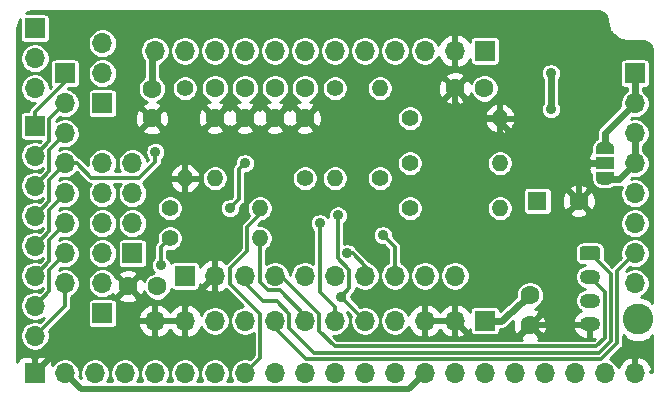
<source format=gbl>
G04 #@! TF.GenerationSoftware,KiCad,Pcbnew,(5.1.10)-1*
G04 #@! TF.CreationDate,2021-08-27T23:45:12+02:00*
G04 #@! TF.ProjectId,JuntekOnSteroidsTTGO,4a756e74-656b-44f6-9e53-7465726f6964,2.5*
G04 #@! TF.SameCoordinates,PX5b716c8PY5b716c8*
G04 #@! TF.FileFunction,Copper,L2,Bot*
G04 #@! TF.FilePolarity,Positive*
%FSLAX46Y46*%
G04 Gerber Fmt 4.6, Leading zero omitted, Abs format (unit mm)*
G04 Created by KiCad (PCBNEW (5.1.10)-1) date 2021-08-27 23:45:12*
%MOMM*%
%LPD*%
G01*
G04 APERTURE LIST*
G04 #@! TA.AperFunction,ComponentPad*
%ADD10C,1.600000*%
G04 #@! TD*
G04 #@! TA.AperFunction,ComponentPad*
%ADD11R,1.600000X1.600000*%
G04 #@! TD*
G04 #@! TA.AperFunction,ComponentPad*
%ADD12O,1.700000X1.700000*%
G04 #@! TD*
G04 #@! TA.AperFunction,ComponentPad*
%ADD13R,1.700000X1.700000*%
G04 #@! TD*
G04 #@! TA.AperFunction,ComponentPad*
%ADD14C,2.600000*%
G04 #@! TD*
G04 #@! TA.AperFunction,ComponentPad*
%ADD15O,1.400000X1.400000*%
G04 #@! TD*
G04 #@! TA.AperFunction,ComponentPad*
%ADD16C,1.400000*%
G04 #@! TD*
G04 #@! TA.AperFunction,ComponentPad*
%ADD17O,1.750000X1.200000*%
G04 #@! TD*
G04 #@! TA.AperFunction,SMDPad,CuDef*
%ADD18R,1.500000X1.000000*%
G04 #@! TD*
G04 #@! TA.AperFunction,SMDPad,CuDef*
%ADD19C,0.100000*%
G04 #@! TD*
G04 #@! TA.AperFunction,ViaPad*
%ADD20C,0.900000*%
G04 #@! TD*
G04 #@! TA.AperFunction,Conductor*
%ADD21C,0.300000*%
G04 #@! TD*
G04 #@! TA.AperFunction,Conductor*
%ADD22C,0.550000*%
G04 #@! TD*
G04 #@! TA.AperFunction,Conductor*
%ADD23C,0.570000*%
G04 #@! TD*
G04 #@! TA.AperFunction,Conductor*
%ADD24C,0.600000*%
G04 #@! TD*
G04 #@! TA.AperFunction,Conductor*
%ADD25C,0.250000*%
G04 #@! TD*
G04 #@! TA.AperFunction,Conductor*
%ADD26C,0.100000*%
G04 #@! TD*
G04 APERTURE END LIST*
D10*
G04 #@! TO.P,C7,2*
G04 #@! TO.N,GND*
X51125000Y19685000D03*
D11*
G04 #@! TO.P,C7,1*
G04 #@! TO.N,VCC*
X47625000Y19685000D03*
G04 #@! TD*
D12*
G04 #@! TO.P,J3,8*
G04 #@! TO.N,/J1.8*
X5080000Y8255000D03*
G04 #@! TO.P,J3,7*
G04 #@! TO.N,/J1.7*
X5080000Y10795000D03*
G04 #@! TO.P,J3,6*
G04 #@! TO.N,/J1.6*
X5080000Y13335000D03*
G04 #@! TO.P,J3,5*
G04 #@! TO.N,/J1.5*
X5080000Y15875000D03*
G04 #@! TO.P,J3,4*
G04 #@! TO.N,/J1.4*
X5080000Y18415000D03*
G04 #@! TO.P,J3,3*
G04 #@! TO.N,/J1.3*
X5080000Y20955000D03*
G04 #@! TO.P,J3,2*
G04 #@! TO.N,/J1.2*
X5080000Y23495000D03*
D13*
G04 #@! TO.P,J3,1*
G04 #@! TO.N,/J1.1*
X5080000Y26035000D03*
G04 #@! TD*
D14*
G04 #@! TO.P,TP1,1*
G04 #@! TO.N,GND*
X56134000Y9652000D03*
G04 #@! TD*
D10*
G04 #@! TO.P,C9,2*
G04 #@! TO.N,/+3V3*
X15454000Y12446000D03*
G04 #@! TO.P,C9,1*
G04 #@! TO.N,GND*
X12954000Y12446000D03*
G04 #@! TD*
D15*
G04 #@! TO.P,R16,2*
G04 #@! TO.N,/GPIO12*
X24130000Y19050000D03*
D16*
G04 #@! TO.P,R16,1*
G04 #@! TO.N,Net-(J22-Pad2)*
X16510000Y19050000D03*
G04 #@! TD*
D12*
G04 #@! TO.P,J61,3*
G04 #@! TO.N,/J6.3*
X10795000Y33020000D03*
G04 #@! TO.P,J61,2*
G04 #@! TO.N,/J6.2*
X10795000Y30480000D03*
D13*
G04 #@! TO.P,J61,1*
G04 #@! TO.N,/J6.1*
X10795000Y27940000D03*
G04 #@! TD*
D12*
G04 #@! TO.P,J22,2*
G04 #@! TO.N,Net-(J22-Pad2)*
X10795000Y12700000D03*
D13*
G04 #@! TO.P,J22,1*
G04 #@! TO.N,Net-(J22-Pad1)*
X10795000Y10160000D03*
G04 #@! TD*
D12*
G04 #@! TO.P,J21,8*
G04 #@! TO.N,Net-(J21-Pad8)*
X10795000Y22860000D03*
G04 #@! TO.P,J21,7*
G04 #@! TO.N,Net-(J21-Pad7)*
X13335000Y22860000D03*
G04 #@! TO.P,J21,6*
G04 #@! TO.N,/ADC2*
X10795000Y20320000D03*
G04 #@! TO.P,J21,5*
G04 #@! TO.N,Net-(J21-Pad5)*
X13335000Y20320000D03*
G04 #@! TO.P,J21,4*
G04 #@! TO.N,/ADC1*
X10795000Y17780000D03*
G04 #@! TO.P,J21,3*
G04 #@! TO.N,/A1*
X13335000Y17780000D03*
G04 #@! TO.P,J21,2*
G04 #@! TO.N,/ADC0*
X10795000Y15240000D03*
D13*
G04 #@! TO.P,J21,1*
G04 #@! TO.N,/A0*
X13335000Y15240000D03*
G04 #@! TD*
D17*
G04 #@! TO.P,J7,4*
G04 #@! TO.N,GND*
X52070000Y9240000D03*
G04 #@! TO.P,J7,3*
G04 #@! TO.N,/+3V3*
X52070000Y11240000D03*
G04 #@! TO.P,J7,2*
G04 #@! TO.N,/SDA*
X52070000Y13240000D03*
G04 #@! TO.P,J7,1*
G04 #@! TO.N,/SCL*
G04 #@! TA.AperFunction,ComponentPad*
G36*
G01*
X51444999Y15840000D02*
X52695001Y15840000D01*
G75*
G02*
X52945000Y15590001I0J-249999D01*
G01*
X52945000Y14889999D01*
G75*
G02*
X52695001Y14640000I-249999J0D01*
G01*
X51444999Y14640000D01*
G75*
G02*
X51195000Y14889999I0J249999D01*
G01*
X51195000Y15590001D01*
G75*
G02*
X51444999Y15840000I249999J0D01*
G01*
G37*
G04 #@! TD.AperFunction*
G04 #@! TD*
D12*
G04 #@! TO.P,J10,10*
G04 #@! TO.N,/A3*
X40640000Y13335000D03*
G04 #@! TO.P,J10,9*
G04 #@! TO.N,/A2*
X38100000Y13335000D03*
G04 #@! TO.P,J10,8*
G04 #@! TO.N,/A1*
X35560000Y13335000D03*
G04 #@! TO.P,J10,7*
G04 #@! TO.N,/A0*
X33020000Y13335000D03*
G04 #@! TO.P,J10,6*
G04 #@! TO.N,N/C*
X30480000Y13335000D03*
G04 #@! TO.P,J10,5*
X27940000Y13335000D03*
G04 #@! TO.P,J10,4*
G04 #@! TO.N,/SDA*
X25400000Y13335000D03*
G04 #@! TO.P,J10,3*
G04 #@! TO.N,/SCL*
X22860000Y13335000D03*
G04 #@! TO.P,J10,2*
G04 #@! TO.N,GND*
X20320000Y13335000D03*
D13*
G04 #@! TO.P,J10,1*
G04 #@! TO.N,/+3V3*
X17780000Y13335000D03*
G04 #@! TD*
D15*
G04 #@! TO.P,R13,2*
G04 #@! TO.N,/A2*
X44450000Y22860000D03*
D16*
G04 #@! TO.P,R13,1*
G04 #@! TO.N,Net-(J21-Pad5)*
X36830000Y22860000D03*
G04 #@! TD*
D18*
G04 #@! TO.P,JP1,2*
G04 #@! TO.N,GND*
X53340000Y22860000D03*
G04 #@! TA.AperFunction,SMDPad,CuDef*
D19*
G04 #@! TO.P,JP1,3*
G04 #@! TO.N,/GNDD*
G36*
X54089398Y21560000D02*
G01*
X54089398Y21535466D01*
X54084588Y21486635D01*
X54075016Y21438510D01*
X54060772Y21391555D01*
X54041995Y21346222D01*
X54018864Y21302949D01*
X53991604Y21262150D01*
X53960476Y21224221D01*
X53925779Y21189524D01*
X53887850Y21158396D01*
X53847051Y21131136D01*
X53803778Y21108005D01*
X53758445Y21089228D01*
X53711490Y21074984D01*
X53663365Y21065412D01*
X53614534Y21060602D01*
X53590000Y21060602D01*
X53590000Y21060000D01*
X53090000Y21060000D01*
X53090000Y21060602D01*
X53065466Y21060602D01*
X53016635Y21065412D01*
X52968510Y21074984D01*
X52921555Y21089228D01*
X52876222Y21108005D01*
X52832949Y21131136D01*
X52792150Y21158396D01*
X52754221Y21189524D01*
X52719524Y21224221D01*
X52688396Y21262150D01*
X52661136Y21302949D01*
X52638005Y21346222D01*
X52619228Y21391555D01*
X52604984Y21438510D01*
X52595412Y21486635D01*
X52590602Y21535466D01*
X52590602Y21560000D01*
X52590000Y21560000D01*
X52590000Y22110000D01*
X54090000Y22110000D01*
X54090000Y21560000D01*
X54089398Y21560000D01*
G37*
G04 #@! TD.AperFunction*
G04 #@! TA.AperFunction,SMDPad,CuDef*
G04 #@! TO.P,JP1,1*
G04 #@! TO.N,/GNDA*
G36*
X52590000Y23610000D02*
G01*
X52590000Y24160000D01*
X52590602Y24160000D01*
X52590602Y24184534D01*
X52595412Y24233365D01*
X52604984Y24281490D01*
X52619228Y24328445D01*
X52638005Y24373778D01*
X52661136Y24417051D01*
X52688396Y24457850D01*
X52719524Y24495779D01*
X52754221Y24530476D01*
X52792150Y24561604D01*
X52832949Y24588864D01*
X52876222Y24611995D01*
X52921555Y24630772D01*
X52968510Y24645016D01*
X53016635Y24654588D01*
X53065466Y24659398D01*
X53090000Y24659398D01*
X53090000Y24660000D01*
X53590000Y24660000D01*
X53590000Y24659398D01*
X53614534Y24659398D01*
X53663365Y24654588D01*
X53711490Y24645016D01*
X53758445Y24630772D01*
X53803778Y24611995D01*
X53847051Y24588864D01*
X53887850Y24561604D01*
X53925779Y24530476D01*
X53960476Y24495779D01*
X53991604Y24457850D01*
X54018864Y24417051D01*
X54041995Y24373778D01*
X54060772Y24328445D01*
X54075016Y24281490D01*
X54084588Y24233365D01*
X54089398Y24184534D01*
X54089398Y24160000D01*
X54090000Y24160000D01*
X54090000Y23610000D01*
X52590000Y23610000D01*
G37*
G04 #@! TD.AperFunction*
G04 #@! TD*
D10*
G04 #@! TO.P,C6,2*
G04 #@! TO.N,/+3V3*
X46990000Y11684000D03*
G04 #@! TO.P,C6,1*
G04 #@! TO.N,GND*
X46990000Y9184000D03*
G04 #@! TD*
G04 #@! TO.P,C5,2*
G04 #@! TO.N,/+3V3*
X14986000Y29170000D03*
G04 #@! TO.P,C5,1*
G04 #@! TO.N,GND*
X14986000Y26670000D03*
G04 #@! TD*
D12*
G04 #@! TO.P,J30,21*
G04 #@! TO.N,GND*
X55880000Y5080000D03*
G04 #@! TO.P,J30,20*
G04 #@! TO.N,N/C*
X53340000Y5080000D03*
G04 #@! TO.P,J30,19*
X50800000Y5080000D03*
G04 #@! TO.P,J30,18*
X48260000Y5080000D03*
G04 #@! TO.P,J30,17*
X45720000Y5080000D03*
G04 #@! TO.P,J30,16*
X43180000Y5080000D03*
G04 #@! TO.P,J30,15*
G04 #@! TO.N,VCC*
X40640000Y5080000D03*
G04 #@! TO.P,J30,14*
G04 #@! TO.N,/+3V3*
X38100000Y5080000D03*
G04 #@! TO.P,J30,13*
G04 #@! TO.N,GND*
X35560000Y5080000D03*
G04 #@! TO.P,J30,12*
G04 #@! TO.N,/GPIO33*
X33020000Y5080000D03*
G04 #@! TO.P,J30,11*
G04 #@! TO.N,/GPIO27*
X30480000Y5080000D03*
G04 #@! TO.P,J30,10*
G04 #@! TO.N,/GPIO26*
X27940000Y5080000D03*
G04 #@! TO.P,J30,9*
G04 #@! TO.N,/GPIO25*
X25400000Y5080000D03*
G04 #@! TO.P,J30,8*
G04 #@! TO.N,/GPIO12*
X22860000Y5080000D03*
G04 #@! TO.P,J30,7*
G04 #@! TO.N,/FanPWM*
X20320000Y5080000D03*
G04 #@! TO.P,J30,6*
G04 #@! TO.N,/GPIO13*
X17780000Y5080000D03*
G04 #@! TO.P,J30,5*
G04 #@! TO.N,/GPIO17*
X15240000Y5080000D03*
G04 #@! TO.P,J30,4*
G04 #@! TO.N,/SCL*
X12700000Y5080000D03*
G04 #@! TO.P,J30,3*
G04 #@! TO.N,/SDA*
X10160000Y5080000D03*
G04 #@! TO.P,J30,2*
G04 #@! TO.N,/+3V3*
X7620000Y5080000D03*
D13*
G04 #@! TO.P,J30,1*
G04 #@! TO.N,GND*
X5080000Y5080000D03*
G04 #@! TD*
D15*
G04 #@! TO.P,R20,2*
G04 #@! TO.N,GND*
X17780000Y21590000D03*
D16*
G04 #@! TO.P,R20,1*
G04 #@! TO.N,/J6.1*
X17780000Y29210000D03*
G04 #@! TD*
D15*
G04 #@! TO.P,R18,2*
G04 #@! TO.N,/FanPWM*
X24130000Y16510000D03*
D16*
G04 #@! TO.P,R18,1*
G04 #@! TO.N,Net-(J22-Pad1)*
X16510000Y16510000D03*
G04 #@! TD*
D15*
G04 #@! TO.P,R17,2*
G04 #@! TO.N,/A3*
X44450000Y19050000D03*
D16*
G04 #@! TO.P,R17,1*
G04 #@! TO.N,Net-(J21-Pad7)*
X36830000Y19050000D03*
G04 #@! TD*
D15*
G04 #@! TO.P,R15,2*
G04 #@! TO.N,GND*
X44450000Y26670000D03*
D16*
G04 #@! TO.P,R15,1*
G04 #@! TO.N,Net-(J22-Pad2)*
X36830000Y26670000D03*
G04 #@! TD*
D15*
G04 #@! TO.P,R12,2*
G04 #@! TO.N,/J1.4*
X34290000Y29210000D03*
D16*
G04 #@! TO.P,R12,1*
G04 #@! TO.N,/GPIO15*
X34290000Y21590000D03*
G04 #@! TD*
D15*
G04 #@! TO.P,R11,2*
G04 #@! TO.N,/J1.5*
X20320000Y21590000D03*
D16*
G04 #@! TO.P,R11,1*
G04 #@! TO.N,/GPIO13*
X27940000Y21590000D03*
G04 #@! TD*
D10*
G04 #@! TO.P,C3,2*
G04 #@! TO.N,GND*
X25400000Y26710000D03*
G04 #@! TO.P,C3,1*
G04 #@! TO.N,/ADC2*
X25400000Y29210000D03*
G04 #@! TD*
G04 #@! TO.P,C2,2*
G04 #@! TO.N,GND*
X22860000Y26710000D03*
G04 #@! TO.P,C2,1*
G04 #@! TO.N,/ADC1*
X22860000Y29210000D03*
G04 #@! TD*
G04 #@! TO.P,C1,2*
G04 #@! TO.N,GND*
X20320000Y26710000D03*
G04 #@! TO.P,C1,1*
G04 #@! TO.N,/ADC0*
X20320000Y29210000D03*
G04 #@! TD*
D15*
G04 #@! TO.P,R14,2*
G04 #@! TO.N,Net-(J21-Pad8)*
X30480000Y21590000D03*
D16*
G04 #@! TO.P,R14,1*
G04 #@! TO.N,/ADC3*
X30480000Y29210000D03*
G04 #@! TD*
D12*
G04 #@! TO.P,J6,3*
G04 #@! TO.N,/J6.3*
X5080000Y29210000D03*
G04 #@! TO.P,J6,2*
G04 #@! TO.N,/J6.2*
X5080000Y31750000D03*
D13*
G04 #@! TO.P,J6,1*
G04 #@! TO.N,/J6.1*
X5080000Y34290000D03*
G04 #@! TD*
D10*
G04 #@! TO.P,C8,2*
G04 #@! TO.N,GND*
X40640000Y29210000D03*
G04 #@! TO.P,C8,1*
G04 #@! TO.N,VCC*
X43140000Y29210000D03*
G04 #@! TD*
G04 #@! TO.P,C4,2*
G04 #@! TO.N,GND*
X27940000Y26710000D03*
G04 #@! TO.P,C4,1*
G04 #@! TO.N,/ADC3*
X27940000Y29210000D03*
G04 #@! TD*
D12*
G04 #@! TO.P,J5,12*
G04 #@! TO.N,GND*
X15240000Y9525000D03*
G04 #@! TO.P,J5,11*
X17780000Y9525000D03*
G04 #@! TO.P,J5,10*
G04 #@! TO.N,/SDA*
X20320000Y9525000D03*
G04 #@! TO.P,J5,9*
G04 #@! TO.N,/SCL*
X22860000Y9525000D03*
G04 #@! TO.P,J5,8*
G04 #@! TO.N,/GPIO17*
X25400000Y9525000D03*
G04 #@! TO.P,J5,7*
G04 #@! TO.N,/FanPWM*
X27940000Y9525000D03*
G04 #@! TO.P,J5,6*
G04 #@! TO.N,/GPIO15*
X30480000Y9525000D03*
G04 #@! TO.P,J5,5*
G04 #@! TO.N,/GPIO13*
X33020000Y9525000D03*
G04 #@! TO.P,J5,4*
G04 #@! TO.N,/GPIO12*
X35560000Y9525000D03*
G04 #@! TO.P,J5,3*
G04 #@! TO.N,GND*
X38100000Y9525000D03*
G04 #@! TO.P,J5,2*
X40640000Y9525000D03*
D13*
G04 #@! TO.P,J5,1*
G04 #@! TO.N,/+3V3*
X43180000Y9525000D03*
G04 #@! TD*
D12*
G04 #@! TO.P,J4,12*
G04 #@! TO.N,/+3V3*
X15240000Y32385000D03*
G04 #@! TO.P,J4,11*
G04 #@! TO.N,/ADC0*
X17780000Y32385000D03*
G04 #@! TO.P,J4,10*
G04 #@! TO.N,/ADC1*
X20320000Y32385000D03*
G04 #@! TO.P,J4,9*
G04 #@! TO.N,/ADC2*
X22860000Y32385000D03*
G04 #@! TO.P,J4,8*
G04 #@! TO.N,/ADC3*
X25400000Y32385000D03*
G04 #@! TO.P,J4,7*
G04 #@! TO.N,/GPIO32*
X27940000Y32385000D03*
G04 #@! TO.P,J4,6*
G04 #@! TO.N,/GPIO33*
X30480000Y32385000D03*
G04 #@! TO.P,J4,5*
G04 #@! TO.N,/GPIO25*
X33020000Y32385000D03*
G04 #@! TO.P,J4,4*
G04 #@! TO.N,/GPIO26*
X35560000Y32385000D03*
G04 #@! TO.P,J4,3*
G04 #@! TO.N,/GPIO27*
X38100000Y32385000D03*
G04 #@! TO.P,J4,2*
G04 #@! TO.N,GND*
X40640000Y32385000D03*
D13*
G04 #@! TO.P,J4,1*
G04 #@! TO.N,VCC*
X43180000Y32385000D03*
G04 #@! TD*
D12*
G04 #@! TO.P,J2,8*
G04 #@! TO.N,/GPIO32*
X55880000Y12700000D03*
G04 #@! TO.P,J2,7*
G04 #@! TO.N,/GPIO17*
X55880000Y15240000D03*
G04 #@! TO.P,J2,6*
G04 #@! TO.N,VCC*
X55880000Y17780000D03*
G04 #@! TO.P,J2,5*
X55880000Y20320000D03*
G04 #@! TO.P,J2,4*
G04 #@! TO.N,/GNDD*
X55880000Y22860000D03*
G04 #@! TO.P,J2,3*
X55880000Y25400000D03*
G04 #@! TO.P,J2,2*
G04 #@! TO.N,/GNDA*
X55880000Y27940000D03*
D13*
G04 #@! TO.P,J2,1*
X55880000Y30480000D03*
G04 #@! TD*
D12*
G04 #@! TO.P,J1,8*
G04 #@! TO.N,/J1.8*
X7620000Y12700000D03*
G04 #@! TO.P,J1,7*
G04 #@! TO.N,/J1.7*
X7620000Y15240000D03*
G04 #@! TO.P,J1,6*
G04 #@! TO.N,/J1.6*
X7620000Y17780000D03*
G04 #@! TO.P,J1,5*
G04 #@! TO.N,/J1.5*
X7620000Y20320000D03*
G04 #@! TO.P,J1,4*
G04 #@! TO.N,/J1.4*
X7620000Y22860000D03*
G04 #@! TO.P,J1,3*
G04 #@! TO.N,/J1.3*
X7620000Y25400000D03*
G04 #@! TO.P,J1,2*
G04 #@! TO.N,/J1.2*
X7620000Y27940000D03*
D13*
G04 #@! TO.P,J1,1*
G04 #@! TO.N,/J1.1*
X7620000Y30480000D03*
G04 #@! TD*
D20*
G04 #@! TO.N,/GPIO13*
X30966481Y11565021D03*
X30734000Y18440045D03*
G04 #@! TO.N,/A1*
X34544000Y16764000D03*
G04 #@! TO.N,/A0*
X31540284Y15240003D03*
G04 #@! TO.N,/+3V3*
X48768000Y27432000D03*
X48768000Y30479986D03*
G04 #@! TO.N,/J1.4*
X15280403Y23827975D03*
G04 #@! TO.N,Net-(J22-Pad2)*
X21590000Y19050000D03*
X22860000Y22860000D03*
G04 #@! TO.N,Net-(J22-Pad1)*
X15747990Y14224000D03*
G04 #@! TO.N,/GPIO15*
X29210000Y17780002D03*
G04 #@! TD*
D21*
G04 #@! TO.N,/SDA*
X25400000Y13335000D02*
X25935602Y13335000D01*
X52631188Y7366000D02*
X53315010Y8049822D01*
X30453406Y7366000D02*
X52631188Y7366000D01*
X53315010Y8049822D02*
X53315010Y11994990D01*
X29160001Y8659405D02*
X30453406Y7366000D01*
X29160001Y10110601D02*
X29160001Y8659405D01*
X25935602Y13335000D02*
X29160001Y10110601D01*
X53315010Y11994990D02*
X52070000Y13240000D01*
G04 #@! TO.N,/SCL*
X53835989Y7835395D02*
X53835989Y13474011D01*
X53835989Y13474011D02*
X52070000Y15240000D01*
X22860000Y13335000D02*
X22860000Y12700000D01*
X24384000Y11176000D02*
X25554602Y11176000D01*
X25554602Y11176000D02*
X26620001Y10110601D01*
X26620001Y10110601D02*
X26620001Y8939999D01*
X22860000Y12700000D02*
X24384000Y11176000D01*
X28739988Y6820012D02*
X52820606Y6820012D01*
X52820606Y6820012D02*
X53835989Y7835395D01*
X26620001Y8939999D02*
X28739988Y6820012D01*
G04 #@! TO.N,/GPIO13*
X33020000Y9525000D02*
X30979979Y11565021D01*
X30979979Y11565021D02*
X30966481Y11565021D01*
X30966481Y11565021D02*
X31700001Y12298541D01*
X31700001Y13866682D02*
X30720283Y14846400D01*
X30720283Y14846400D02*
X30720283Y18426328D01*
X30720283Y18426328D02*
X30734000Y18440045D01*
X31700001Y12298541D02*
X31700001Y13866682D01*
G04 #@! TO.N,/GPIO17*
X25400000Y8916594D02*
X25400000Y9525000D01*
X28016593Y6300001D02*
X25400000Y8916594D01*
X53036001Y6300001D02*
X28016593Y6300001D01*
X55880000Y15240000D02*
X54356000Y13716000D01*
X54356000Y13716000D02*
X54356000Y7620000D01*
X54356000Y7620000D02*
X53036001Y6300001D01*
G04 #@! TO.N,/A1*
X35560000Y13335000D02*
X35560000Y15748000D01*
X35560000Y15748000D02*
X34544000Y16764000D01*
G04 #@! TO.N,/A0*
X33020000Y14194824D02*
X31974821Y15240003D01*
X33020000Y13335000D02*
X33020000Y14194824D01*
X31974821Y15240003D02*
X31540284Y15240003D01*
G04 #@! TO.N,/J1.8*
X7620000Y11938000D02*
X7620000Y12700000D01*
X7620000Y10795000D02*
X7620000Y12700000D01*
X5080000Y8255000D02*
X7620000Y10795000D01*
G04 #@! TO.N,/J1.3*
X7620000Y25299596D02*
X7620000Y25400000D01*
X6300001Y23979597D02*
X7620000Y25299596D01*
X6300001Y22175001D02*
X6300001Y23979597D01*
X5080000Y20955000D02*
X6300001Y22175001D01*
G04 #@! TO.N,/J1.2*
X6300001Y26620001D02*
X7620000Y27940000D01*
X6300001Y24715001D02*
X6300001Y26620001D01*
X5080000Y23495000D02*
X6300001Y24715001D01*
G04 #@! TO.N,/J1.6*
X6985000Y17780000D02*
X7620000Y17780000D01*
D22*
G04 #@! TO.N,/+3V3*
X36754999Y3734999D02*
X38100000Y5080000D01*
X8965001Y3734999D02*
X36754999Y3734999D01*
X7620000Y5080000D02*
X8965001Y3734999D01*
D23*
X44577000Y9525000D02*
X46990000Y11684000D01*
X43180000Y9525000D02*
X44577000Y9525000D01*
D24*
X14986000Y32131000D02*
X14986000Y29170000D01*
X15240000Y32385000D02*
X14986000Y32131000D01*
X48768000Y27432000D02*
X48768000Y30479986D01*
D21*
G04 #@! TO.N,/GPIO12*
X24179999Y6399999D02*
X22860000Y5080000D01*
X21639999Y12650001D02*
X24179999Y10110001D01*
X21639999Y14019999D02*
X21639999Y12650001D01*
X24179999Y10110001D02*
X24179999Y6399999D01*
X23059999Y15439999D02*
X21639999Y14019999D01*
X23059999Y17471999D02*
X23059999Y15439999D01*
X24130000Y18542000D02*
X23059999Y17471999D01*
X24130000Y19050000D02*
X24130000Y18542000D01*
G04 #@! TO.N,/J1.4*
X15280403Y22999801D02*
X15280403Y23827975D01*
X13920601Y21639999D02*
X15280403Y22999801D01*
X9856001Y21639999D02*
X13920601Y21639999D01*
X8636000Y22860000D02*
X9856001Y21639999D01*
X7620000Y22860000D02*
X8636000Y22860000D01*
G04 #@! TO.N,/J1.7*
X7493000Y15240000D02*
X7620000Y15240000D01*
G04 #@! TO.N,/J1.6*
X5080000Y13589000D02*
X5461000Y13970000D01*
X5080000Y13335000D02*
X5080000Y13589000D01*
X7620000Y17679596D02*
X7620000Y17780000D01*
X6300001Y16359597D02*
X7620000Y17679596D01*
X6300001Y14555001D02*
X6300001Y16359597D01*
X5080000Y13335000D02*
X6300001Y14555001D01*
G04 #@! TO.N,/J1.1*
X7620000Y29725000D02*
X7620000Y30480000D01*
X5080000Y27185000D02*
X7620000Y29725000D01*
X5080000Y26035000D02*
X5080000Y27185000D01*
G04 #@! TO.N,/J1.5*
X7620000Y20219596D02*
X7620000Y20320000D01*
X6300001Y18899597D02*
X7620000Y20219596D01*
X6300001Y17095001D02*
X6300001Y18899597D01*
X5080000Y15875000D02*
X6300001Y17095001D01*
G04 #@! TO.N,/J1.4*
X7620000Y22759596D02*
X7620000Y22860000D01*
X6300001Y21439597D02*
X7620000Y22759596D01*
X6300001Y19635001D02*
X6300001Y21439597D01*
X5080000Y18415000D02*
X6300001Y19635001D01*
G04 #@! TO.N,/J1.7*
X7620000Y15139596D02*
X7620000Y15240000D01*
X6300001Y13819597D02*
X7620000Y15139596D01*
X6300001Y12015001D02*
X6300001Y13819597D01*
X5080000Y10795000D02*
X6300001Y12015001D01*
G04 #@! TO.N,/FanPWM*
X24130000Y12799398D02*
X24130000Y16510000D01*
X24814399Y12114999D02*
X24130000Y12799398D01*
X25795005Y12114999D02*
X24814399Y12114999D01*
X27940000Y9970004D02*
X25795005Y12114999D01*
X27940000Y9525000D02*
X27940000Y9970004D01*
G04 #@! TO.N,Net-(J22-Pad2)*
X22352000Y19812000D02*
X21590000Y19050000D01*
X22352000Y22352000D02*
X22352000Y19812000D01*
X22860000Y22860000D02*
X22352000Y22352000D01*
G04 #@! TO.N,Net-(J22-Pad1)*
X16510000Y16510000D02*
X15747990Y15747990D01*
X15747990Y15747990D02*
X15747990Y14224000D01*
D22*
G04 #@! TO.N,GND*
X51125000Y21965000D02*
X51125000Y19685000D01*
X52020000Y22860000D02*
X51125000Y21965000D01*
X53340000Y22860000D02*
X52020000Y22860000D01*
X15240000Y9525000D02*
X17780000Y9525000D01*
X17780000Y10795000D02*
X20320000Y13335000D01*
X17780000Y9525000D02*
X17780000Y10795000D01*
X38100000Y9525000D02*
X40640000Y9525000D01*
X41985001Y8179999D02*
X45985999Y8179999D01*
X45985999Y8179999D02*
X46990000Y9184000D01*
X40640000Y9525000D02*
X41985001Y8179999D01*
X52014000Y9184000D02*
X52070000Y9240000D01*
X46990000Y9184000D02*
X52014000Y9184000D01*
X44450000Y26360000D02*
X51125000Y19685000D01*
X44450000Y26670000D02*
X44450000Y26360000D01*
X41910000Y26670000D02*
X44450000Y26670000D01*
X40640000Y27940000D02*
X41910000Y26670000D01*
X40640000Y29210000D02*
X40640000Y27940000D01*
X15240000Y9525000D02*
X13081000Y9525000D01*
X13081000Y9525000D02*
X10922000Y7366000D01*
X7366000Y7366000D02*
X5080000Y5080000D01*
X10922000Y7366000D02*
X7366000Y7366000D01*
D21*
G04 #@! TO.N,/GPIO15*
X30480000Y10727081D02*
X29210000Y11997081D01*
X30480000Y9525000D02*
X30480000Y10727081D01*
X29210000Y11997081D02*
X29210000Y17780002D01*
D23*
G04 #@! TO.N,/GNDD*
X54580000Y21560000D02*
X55880000Y22860000D01*
X53340000Y21560000D02*
X54580000Y21560000D01*
X55880000Y22860000D02*
X55880000Y25400000D01*
G04 #@! TO.N,/GNDA*
X53340000Y25400000D02*
X55880000Y27940000D01*
X53340000Y24160000D02*
X53340000Y25400000D01*
X55880000Y27940000D02*
X55880000Y30480000D01*
G04 #@! TD*
D25*
G04 #@! TO.N,GND*
X52867757Y35746979D02*
X53024312Y35699712D01*
X53168708Y35622936D01*
X53295440Y35519575D01*
X53399682Y35393569D01*
X53477465Y35249712D01*
X53525823Y35093495D01*
X53546911Y34892861D01*
X53546801Y34877163D01*
X53547386Y34871188D01*
X53573295Y34624684D01*
X53581130Y34586515D01*
X53588434Y34548224D01*
X53590168Y34542484D01*
X53590169Y34542477D01*
X53590170Y34542475D01*
X53663465Y34305700D01*
X53678569Y34269767D01*
X53693166Y34233638D01*
X53695981Y34228345D01*
X53695985Y34228335D01*
X53695990Y34228327D01*
X53813873Y34010307D01*
X53835668Y33977995D01*
X53857007Y33945385D01*
X53860802Y33940732D01*
X54018795Y33749752D01*
X54046465Y33722275D01*
X54073716Y33694446D01*
X54078342Y33690619D01*
X54270420Y33533964D01*
X54302912Y33512376D01*
X54335039Y33490378D01*
X54340316Y33487525D01*
X54340320Y33487522D01*
X54340324Y33487520D01*
X54559169Y33371159D01*
X54595217Y33356301D01*
X54631021Y33340955D01*
X54636754Y33339181D01*
X54636758Y33339179D01*
X54636762Y33339178D01*
X54874037Y33267540D01*
X54912285Y33259966D01*
X54950390Y33251867D01*
X54956359Y33251239D01*
X54956361Y33251239D01*
X55203039Y33227052D01*
X55203046Y33227052D01*
X55223881Y33225000D01*
X56493967Y33225000D01*
X56677757Y33206979D01*
X56834312Y33159712D01*
X56978708Y33082936D01*
X57105440Y32979575D01*
X57209682Y32853569D01*
X57287465Y32709712D01*
X57335823Y32553495D01*
X57355001Y32371030D01*
X57355000Y11055436D01*
X57301031Y11001467D01*
X57168803Y11295752D01*
X56828240Y11466048D01*
X56460997Y11566631D01*
X56428803Y11568920D01*
X56474465Y11587834D01*
X56680016Y11725178D01*
X56854822Y11899984D01*
X56992166Y12105535D01*
X57086771Y12333930D01*
X57135000Y12576393D01*
X57135000Y12823607D01*
X57086771Y13066070D01*
X56992166Y13294465D01*
X56854822Y13500016D01*
X56680016Y13674822D01*
X56474465Y13812166D01*
X56246070Y13906771D01*
X56003607Y13955000D01*
X55756393Y13955000D01*
X55513930Y13906771D01*
X55285535Y13812166D01*
X55139430Y13714542D01*
X55474464Y14049576D01*
X55513930Y14033229D01*
X55756393Y13985000D01*
X56003607Y13985000D01*
X56246070Y14033229D01*
X56474465Y14127834D01*
X56680016Y14265178D01*
X56854822Y14439984D01*
X56992166Y14645535D01*
X57086771Y14873930D01*
X57135000Y15116393D01*
X57135000Y15363607D01*
X57086771Y15606070D01*
X56992166Y15834465D01*
X56854822Y16040016D01*
X56680016Y16214822D01*
X56474465Y16352166D01*
X56246070Y16446771D01*
X56003607Y16495000D01*
X55756393Y16495000D01*
X55513930Y16446771D01*
X55285535Y16352166D01*
X55079984Y16214822D01*
X54905178Y16040016D01*
X54767834Y15834465D01*
X54673229Y15606070D01*
X54625000Y15363607D01*
X54625000Y15116393D01*
X54673229Y14873930D01*
X54689576Y14834464D01*
X53982841Y14127728D01*
X53974228Y14120660D01*
X53337874Y14757013D01*
X53339336Y14761833D01*
X53351959Y14889999D01*
X53351959Y15590001D01*
X53339336Y15718167D01*
X53301951Y15841408D01*
X53241242Y15954987D01*
X53159540Y16054540D01*
X53059987Y16136242D01*
X52946408Y16196951D01*
X52823167Y16234336D01*
X52695001Y16246959D01*
X51444999Y16246959D01*
X51316833Y16234336D01*
X51193592Y16196951D01*
X51080013Y16136242D01*
X50980460Y16054540D01*
X50898758Y15954987D01*
X50838049Y15841408D01*
X50800664Y15718167D01*
X50788041Y15590001D01*
X50788041Y14889999D01*
X50800664Y14761833D01*
X50838049Y14638592D01*
X50898758Y14525013D01*
X50980460Y14425460D01*
X51080013Y14343758D01*
X51193592Y14283049D01*
X51316833Y14245664D01*
X51444999Y14233041D01*
X51624212Y14233041D01*
X51597986Y14230458D01*
X51408543Y14172991D01*
X51233951Y14079670D01*
X51080920Y13954080D01*
X50955330Y13801049D01*
X50862009Y13626457D01*
X50804542Y13437014D01*
X50785138Y13240000D01*
X50804542Y13042986D01*
X50862009Y12853543D01*
X50955330Y12678951D01*
X51080920Y12525920D01*
X51233951Y12400330D01*
X51408543Y12307009D01*
X51597986Y12249542D01*
X51694869Y12240000D01*
X51597986Y12230458D01*
X51408543Y12172991D01*
X51233951Y12079670D01*
X51080920Y11954080D01*
X50955330Y11801049D01*
X50862009Y11626457D01*
X50804542Y11437014D01*
X50785138Y11240000D01*
X50804542Y11042986D01*
X50862009Y10853543D01*
X50955330Y10678951D01*
X51080920Y10525920D01*
X51233951Y10400330D01*
X51294546Y10367941D01*
X51203970Y10329778D01*
X51002721Y10193534D01*
X50831919Y10020646D01*
X50698128Y9817758D01*
X50606489Y9592667D01*
X50604044Y9559237D01*
X50728020Y9369000D01*
X51941000Y9369000D01*
X51941000Y9389000D01*
X52199000Y9389000D01*
X52199000Y9369000D01*
X52219000Y9369000D01*
X52219000Y9111000D01*
X52199000Y9111000D01*
X52199000Y8007000D01*
X52474000Y8007000D01*
X52490735Y8010434D01*
X52401300Y7921000D01*
X47678225Y7921000D01*
X47728606Y7947929D01*
X47800469Y8191098D01*
X46990000Y9001566D01*
X46179531Y8191098D01*
X46251394Y7947929D01*
X46308530Y7921000D01*
X30683294Y7921000D01*
X30328806Y8275487D01*
X30356393Y8270000D01*
X30603607Y8270000D01*
X30846070Y8318229D01*
X31074465Y8412834D01*
X31280016Y8550178D01*
X31454822Y8724984D01*
X31592166Y8930535D01*
X31686771Y9158930D01*
X31735000Y9401393D01*
X31735000Y9648607D01*
X31686771Y9891070D01*
X31592166Y10119465D01*
X31494543Y10265569D01*
X31829576Y9930536D01*
X31813229Y9891070D01*
X31765000Y9648607D01*
X31765000Y9401393D01*
X31813229Y9158930D01*
X31907834Y8930535D01*
X32045178Y8724984D01*
X32219984Y8550178D01*
X32425535Y8412834D01*
X32653930Y8318229D01*
X32896393Y8270000D01*
X33143607Y8270000D01*
X33386070Y8318229D01*
X33614465Y8412834D01*
X33820016Y8550178D01*
X33994822Y8724984D01*
X34132166Y8930535D01*
X34226771Y9158930D01*
X34275000Y9401393D01*
X34275000Y9648607D01*
X34305000Y9648607D01*
X34305000Y9401393D01*
X34353229Y9158930D01*
X34447834Y8930535D01*
X34585178Y8724984D01*
X34759984Y8550178D01*
X34965535Y8412834D01*
X35193930Y8318229D01*
X35436393Y8270000D01*
X35683607Y8270000D01*
X35926070Y8318229D01*
X36154465Y8412834D01*
X36360016Y8550178D01*
X36534822Y8724984D01*
X36672166Y8930535D01*
X36711354Y9025141D01*
X36758580Y8892625D01*
X36907725Y8643078D01*
X37102689Y8427423D01*
X37335979Y8253947D01*
X37598630Y8129317D01*
X37741475Y8085990D01*
X37971000Y8206546D01*
X37971000Y9396000D01*
X38229000Y9396000D01*
X38229000Y8206546D01*
X38458525Y8085990D01*
X38601370Y8129317D01*
X38864021Y8253947D01*
X39097311Y8427423D01*
X39292275Y8643078D01*
X39370000Y8773126D01*
X39447725Y8643078D01*
X39642689Y8427423D01*
X39875979Y8253947D01*
X40138630Y8129317D01*
X40281475Y8085990D01*
X40511000Y8206546D01*
X40511000Y9396000D01*
X38229000Y9396000D01*
X37971000Y9396000D01*
X37951000Y9396000D01*
X37951000Y9654000D01*
X37971000Y9654000D01*
X37971000Y10843454D01*
X38229000Y10843454D01*
X38229000Y9654000D01*
X40511000Y9654000D01*
X40511000Y10843454D01*
X40769000Y10843454D01*
X40769000Y9654000D01*
X40789000Y9654000D01*
X40789000Y9396000D01*
X40769000Y9396000D01*
X40769000Y8206546D01*
X40998525Y8085990D01*
X41141370Y8129317D01*
X41404021Y8253947D01*
X41637311Y8427423D01*
X41832275Y8643078D01*
X41923041Y8794946D01*
X41923041Y8675000D01*
X41930861Y8595606D01*
X41954019Y8519264D01*
X41991626Y8448906D01*
X42042237Y8387237D01*
X42103906Y8336626D01*
X42174264Y8299019D01*
X42250606Y8275861D01*
X42330000Y8268041D01*
X44030000Y8268041D01*
X44109394Y8275861D01*
X44185736Y8299019D01*
X44256094Y8336626D01*
X44317763Y8387237D01*
X44368374Y8448906D01*
X44405981Y8519264D01*
X44429139Y8595606D01*
X44436959Y8675000D01*
X44436959Y8835000D01*
X44523886Y8835000D01*
X44538541Y8832730D01*
X44591697Y8835000D01*
X44610892Y8835000D01*
X44625587Y8836447D01*
X44674334Y8838529D01*
X44693063Y8843093D01*
X44712264Y8844984D01*
X44758986Y8859157D01*
X44806388Y8870708D01*
X44823869Y8878839D01*
X44842329Y8884439D01*
X44885379Y8907450D01*
X44929626Y8928031D01*
X44945189Y8939419D01*
X44962198Y8948511D01*
X44999933Y8979479D01*
X45011830Y8988185D01*
X45026112Y9000963D01*
X45067264Y9034736D01*
X45076677Y9046206D01*
X45594240Y9509289D01*
X45565368Y9393359D01*
X45551898Y9111404D01*
X45593693Y8832239D01*
X45689148Y8566592D01*
X45753929Y8445394D01*
X45997098Y8373531D01*
X46807566Y9184000D01*
X47172434Y9184000D01*
X47982902Y8373531D01*
X48226071Y8445394D01*
X48346415Y8700732D01*
X48401213Y8920763D01*
X50604044Y8920763D01*
X50606489Y8887333D01*
X50698128Y8662242D01*
X50831919Y8459354D01*
X51002721Y8286466D01*
X51203970Y8150222D01*
X51427932Y8055858D01*
X51666000Y8007000D01*
X51941000Y8007000D01*
X51941000Y9111000D01*
X50728020Y9111000D01*
X50604044Y8920763D01*
X48401213Y8920763D01*
X48414632Y8974641D01*
X48428102Y9256596D01*
X48386307Y9535761D01*
X48290852Y9801408D01*
X48226071Y9922606D01*
X47982902Y9994469D01*
X47172434Y9184000D01*
X46807566Y9184000D01*
X46793424Y9198142D01*
X46975858Y9380576D01*
X46990000Y9366434D01*
X47800469Y10176902D01*
X47728606Y10420071D01*
X47473268Y10540415D01*
X47413745Y10555239D01*
X47560781Y10616143D01*
X47758142Y10748016D01*
X47925984Y10915858D01*
X48057857Y11113219D01*
X48148692Y11332515D01*
X48195000Y11565318D01*
X48195000Y11802682D01*
X48148692Y12035485D01*
X48057857Y12254781D01*
X47925984Y12452142D01*
X47758142Y12619984D01*
X47560781Y12751857D01*
X47341485Y12842692D01*
X47108682Y12889000D01*
X46871318Y12889000D01*
X46638515Y12842692D01*
X46419219Y12751857D01*
X46221858Y12619984D01*
X46054016Y12452142D01*
X45922143Y12254781D01*
X45831308Y12035485D01*
X45785000Y11802682D01*
X45785000Y11565318D01*
X45790674Y11536794D01*
X44436959Y10325574D01*
X44436959Y10375000D01*
X44429139Y10454394D01*
X44405981Y10530736D01*
X44368374Y10601094D01*
X44317763Y10662763D01*
X44256094Y10713374D01*
X44185736Y10750981D01*
X44109394Y10774139D01*
X44030000Y10781959D01*
X42330000Y10781959D01*
X42250606Y10774139D01*
X42174264Y10750981D01*
X42103906Y10713374D01*
X42042237Y10662763D01*
X41991626Y10601094D01*
X41954019Y10530736D01*
X41930861Y10454394D01*
X41923041Y10375000D01*
X41923041Y10255054D01*
X41832275Y10406922D01*
X41637311Y10622577D01*
X41404021Y10796053D01*
X41141370Y10920683D01*
X40998525Y10964010D01*
X40769000Y10843454D01*
X40511000Y10843454D01*
X40281475Y10964010D01*
X40138630Y10920683D01*
X39875979Y10796053D01*
X39642689Y10622577D01*
X39447725Y10406922D01*
X39370000Y10276874D01*
X39292275Y10406922D01*
X39097311Y10622577D01*
X38864021Y10796053D01*
X38601370Y10920683D01*
X38458525Y10964010D01*
X38229000Y10843454D01*
X37971000Y10843454D01*
X37741475Y10964010D01*
X37598630Y10920683D01*
X37335979Y10796053D01*
X37102689Y10622577D01*
X36907725Y10406922D01*
X36758580Y10157375D01*
X36711354Y10024859D01*
X36672166Y10119465D01*
X36534822Y10325016D01*
X36360016Y10499822D01*
X36154465Y10637166D01*
X35926070Y10731771D01*
X35683607Y10780000D01*
X35436393Y10780000D01*
X35193930Y10731771D01*
X34965535Y10637166D01*
X34759984Y10499822D01*
X34585178Y10325016D01*
X34447834Y10119465D01*
X34353229Y9891070D01*
X34305000Y9648607D01*
X34275000Y9648607D01*
X34226771Y9891070D01*
X34132166Y10119465D01*
X33994822Y10325016D01*
X33820016Y10499822D01*
X33614465Y10637166D01*
X33386070Y10731771D01*
X33143607Y10780000D01*
X32896393Y10780000D01*
X32653930Y10731771D01*
X32614464Y10715424D01*
X31821481Y11508406D01*
X31821481Y11635133D01*
X32073165Y11886817D01*
X32094344Y11904198D01*
X32163699Y11988708D01*
X32215235Y12085124D01*
X32246970Y12189742D01*
X32255001Y12271280D01*
X32255001Y12271281D01*
X32257686Y12298541D01*
X32255001Y12325802D01*
X32255001Y12336781D01*
X32425535Y12222834D01*
X32653930Y12128229D01*
X32896393Y12080000D01*
X33143607Y12080000D01*
X33386070Y12128229D01*
X33614465Y12222834D01*
X33820016Y12360178D01*
X33994822Y12534984D01*
X34132166Y12740535D01*
X34226771Y12968930D01*
X34275000Y13211393D01*
X34275000Y13458607D01*
X34226771Y13701070D01*
X34132166Y13929465D01*
X33994822Y14135016D01*
X33820016Y14309822D01*
X33614465Y14447166D01*
X33485981Y14500386D01*
X33483698Y14504657D01*
X33442382Y14555001D01*
X33431720Y14567993D01*
X33414343Y14589167D01*
X33393169Y14606544D01*
X32386549Y15613162D01*
X32369164Y15634346D01*
X32284654Y15703701D01*
X32244359Y15725239D01*
X32204406Y15785034D01*
X32085315Y15904125D01*
X31945278Y15997694D01*
X31789678Y16062146D01*
X31624494Y16095003D01*
X31456074Y16095003D01*
X31290890Y16062146D01*
X31275283Y16055681D01*
X31275283Y16848210D01*
X33689000Y16848210D01*
X33689000Y16679790D01*
X33721857Y16514606D01*
X33786309Y16359006D01*
X33879878Y16218969D01*
X33998969Y16099878D01*
X34139006Y16006309D01*
X34294606Y15941857D01*
X34459790Y15909000D01*
X34614113Y15909000D01*
X35005001Y15518111D01*
X35005000Y14463513D01*
X34965535Y14447166D01*
X34759984Y14309822D01*
X34585178Y14135016D01*
X34447834Y13929465D01*
X34353229Y13701070D01*
X34305000Y13458607D01*
X34305000Y13211393D01*
X34353229Y12968930D01*
X34447834Y12740535D01*
X34585178Y12534984D01*
X34759984Y12360178D01*
X34965535Y12222834D01*
X35193930Y12128229D01*
X35436393Y12080000D01*
X35683607Y12080000D01*
X35926070Y12128229D01*
X36154465Y12222834D01*
X36360016Y12360178D01*
X36534822Y12534984D01*
X36672166Y12740535D01*
X36766771Y12968930D01*
X36815000Y13211393D01*
X36815000Y13458607D01*
X36845000Y13458607D01*
X36845000Y13211393D01*
X36893229Y12968930D01*
X36987834Y12740535D01*
X37125178Y12534984D01*
X37299984Y12360178D01*
X37505535Y12222834D01*
X37733930Y12128229D01*
X37976393Y12080000D01*
X38223607Y12080000D01*
X38466070Y12128229D01*
X38694465Y12222834D01*
X38900016Y12360178D01*
X39074822Y12534984D01*
X39212166Y12740535D01*
X39306771Y12968930D01*
X39355000Y13211393D01*
X39355000Y13458607D01*
X39385000Y13458607D01*
X39385000Y13211393D01*
X39433229Y12968930D01*
X39527834Y12740535D01*
X39665178Y12534984D01*
X39839984Y12360178D01*
X40045535Y12222834D01*
X40273930Y12128229D01*
X40516393Y12080000D01*
X40763607Y12080000D01*
X41006070Y12128229D01*
X41234465Y12222834D01*
X41440016Y12360178D01*
X41614822Y12534984D01*
X41752166Y12740535D01*
X41846771Y12968930D01*
X41895000Y13211393D01*
X41895000Y13458607D01*
X41846771Y13701070D01*
X41752166Y13929465D01*
X41614822Y14135016D01*
X41440016Y14309822D01*
X41234465Y14447166D01*
X41006070Y14541771D01*
X40763607Y14590000D01*
X40516393Y14590000D01*
X40273930Y14541771D01*
X40045535Y14447166D01*
X39839984Y14309822D01*
X39665178Y14135016D01*
X39527834Y13929465D01*
X39433229Y13701070D01*
X39385000Y13458607D01*
X39355000Y13458607D01*
X39306771Y13701070D01*
X39212166Y13929465D01*
X39074822Y14135016D01*
X38900016Y14309822D01*
X38694465Y14447166D01*
X38466070Y14541771D01*
X38223607Y14590000D01*
X37976393Y14590000D01*
X37733930Y14541771D01*
X37505535Y14447166D01*
X37299984Y14309822D01*
X37125178Y14135016D01*
X36987834Y13929465D01*
X36893229Y13701070D01*
X36845000Y13458607D01*
X36815000Y13458607D01*
X36766771Y13701070D01*
X36672166Y13929465D01*
X36534822Y14135016D01*
X36360016Y14309822D01*
X36154465Y14447166D01*
X36115000Y14463513D01*
X36115000Y15720740D01*
X36117685Y15748000D01*
X36106969Y15856799D01*
X36075234Y15961417D01*
X36023698Y16057833D01*
X35997299Y16090000D01*
X35954343Y16142343D01*
X35933164Y16159724D01*
X35399000Y16693887D01*
X35399000Y16848210D01*
X35366143Y17013394D01*
X35301691Y17168994D01*
X35208122Y17309031D01*
X35089031Y17428122D01*
X34948994Y17521691D01*
X34793394Y17586143D01*
X34628210Y17619000D01*
X34459790Y17619000D01*
X34294606Y17586143D01*
X34139006Y17521691D01*
X33998969Y17428122D01*
X33879878Y17309031D01*
X33786309Y17168994D01*
X33721857Y17013394D01*
X33689000Y16848210D01*
X31275283Y16848210D01*
X31275283Y17773419D01*
X31279031Y17775923D01*
X31398122Y17895014D01*
X31403863Y17903607D01*
X54625000Y17903607D01*
X54625000Y17656393D01*
X54673229Y17413930D01*
X54767834Y17185535D01*
X54905178Y16979984D01*
X55079984Y16805178D01*
X55285535Y16667834D01*
X55513930Y16573229D01*
X55756393Y16525000D01*
X56003607Y16525000D01*
X56246070Y16573229D01*
X56474465Y16667834D01*
X56680016Y16805178D01*
X56854822Y16979984D01*
X56992166Y17185535D01*
X57086771Y17413930D01*
X57135000Y17656393D01*
X57135000Y17903607D01*
X57086771Y18146070D01*
X56992166Y18374465D01*
X56854822Y18580016D01*
X56680016Y18754822D01*
X56474465Y18892166D01*
X56246070Y18986771D01*
X56003607Y19035000D01*
X55756393Y19035000D01*
X55513930Y18986771D01*
X55285535Y18892166D01*
X55079984Y18754822D01*
X54905178Y18580016D01*
X54767834Y18374465D01*
X54673229Y18146070D01*
X54625000Y17903607D01*
X31403863Y17903607D01*
X31491691Y18035051D01*
X31556143Y18190651D01*
X31589000Y18355835D01*
X31589000Y18524255D01*
X31556143Y18689439D01*
X31491691Y18845039D01*
X31398122Y18985076D01*
X31279031Y19104167D01*
X31197217Y19158833D01*
X35725000Y19158833D01*
X35725000Y18941167D01*
X35767464Y18727683D01*
X35850761Y18526586D01*
X35971690Y18345603D01*
X36125603Y18191690D01*
X36306586Y18070761D01*
X36507683Y17987464D01*
X36721167Y17945000D01*
X36938833Y17945000D01*
X37152317Y17987464D01*
X37353414Y18070761D01*
X37534397Y18191690D01*
X37688310Y18345603D01*
X37809239Y18526586D01*
X37892536Y18727683D01*
X37935000Y18941167D01*
X37935000Y19158833D01*
X43345000Y19158833D01*
X43345000Y18941167D01*
X43387464Y18727683D01*
X43470761Y18526586D01*
X43591690Y18345603D01*
X43745603Y18191690D01*
X43926586Y18070761D01*
X44127683Y17987464D01*
X44341167Y17945000D01*
X44558833Y17945000D01*
X44772317Y17987464D01*
X44973414Y18070761D01*
X45154397Y18191690D01*
X45308310Y18345603D01*
X45429239Y18526586D01*
X45512536Y18727683D01*
X45555000Y18941167D01*
X45555000Y19158833D01*
X45512536Y19372317D01*
X45429239Y19573414D01*
X45308310Y19754397D01*
X45154397Y19908310D01*
X44973414Y20029239D01*
X44772317Y20112536D01*
X44558833Y20155000D01*
X44341167Y20155000D01*
X44127683Y20112536D01*
X43926586Y20029239D01*
X43745603Y19908310D01*
X43591690Y19754397D01*
X43470761Y19573414D01*
X43387464Y19372317D01*
X43345000Y19158833D01*
X37935000Y19158833D01*
X37892536Y19372317D01*
X37809239Y19573414D01*
X37688310Y19754397D01*
X37534397Y19908310D01*
X37353414Y20029239D01*
X37152317Y20112536D01*
X36938833Y20155000D01*
X36721167Y20155000D01*
X36507683Y20112536D01*
X36306586Y20029239D01*
X36125603Y19908310D01*
X35971690Y19754397D01*
X35850761Y19573414D01*
X35767464Y19372317D01*
X35725000Y19158833D01*
X31197217Y19158833D01*
X31138994Y19197736D01*
X30983394Y19262188D01*
X30818210Y19295045D01*
X30649790Y19295045D01*
X30484606Y19262188D01*
X30329006Y19197736D01*
X30188969Y19104167D01*
X30069878Y18985076D01*
X29976309Y18845039D01*
X29911857Y18689439D01*
X29879000Y18524255D01*
X29879000Y18355835D01*
X29889792Y18301582D01*
X29874122Y18325033D01*
X29755031Y18444124D01*
X29614994Y18537693D01*
X29459394Y18602145D01*
X29294210Y18635002D01*
X29125790Y18635002D01*
X28960606Y18602145D01*
X28805006Y18537693D01*
X28664969Y18444124D01*
X28545878Y18325033D01*
X28452309Y18184996D01*
X28387857Y18029396D01*
X28355000Y17864212D01*
X28355000Y17695792D01*
X28387857Y17530608D01*
X28452309Y17375008D01*
X28545878Y17234971D01*
X28655001Y17125848D01*
X28655000Y14366627D01*
X28534465Y14447166D01*
X28306070Y14541771D01*
X28063607Y14590000D01*
X27816393Y14590000D01*
X27573930Y14541771D01*
X27345535Y14447166D01*
X27139984Y14309822D01*
X26965178Y14135016D01*
X26827834Y13929465D01*
X26733229Y13701070D01*
X26685000Y13458607D01*
X26685000Y13370489D01*
X26655000Y13400489D01*
X26655000Y13458607D01*
X26606771Y13701070D01*
X26512166Y13929465D01*
X26374822Y14135016D01*
X26200016Y14309822D01*
X25994465Y14447166D01*
X25766070Y14541771D01*
X25523607Y14590000D01*
X25276393Y14590000D01*
X25033930Y14541771D01*
X24805535Y14447166D01*
X24685000Y14366628D01*
X24685000Y15551866D01*
X24834397Y15651690D01*
X24988310Y15805603D01*
X25109239Y15986586D01*
X25192536Y16187683D01*
X25235000Y16401167D01*
X25235000Y16618833D01*
X25192536Y16832317D01*
X25109239Y17033414D01*
X24988310Y17214397D01*
X24834397Y17368310D01*
X24653414Y17489239D01*
X24452317Y17572536D01*
X24238833Y17615000D01*
X24021167Y17615000D01*
X23979624Y17606737D01*
X24337517Y17964629D01*
X24452317Y17987464D01*
X24653414Y18070761D01*
X24834397Y18191690D01*
X24988310Y18345603D01*
X25109239Y18526586D01*
X25192536Y18727683D01*
X25235000Y18941167D01*
X25235000Y19158833D01*
X25192536Y19372317D01*
X25109239Y19573414D01*
X24988310Y19754397D01*
X24834397Y19908310D01*
X24653414Y20029239D01*
X24452317Y20112536D01*
X24238833Y20155000D01*
X24021167Y20155000D01*
X23807683Y20112536D01*
X23606586Y20029239D01*
X23425603Y19908310D01*
X23271690Y19754397D01*
X23150761Y19573414D01*
X23067464Y19372317D01*
X23025000Y19158833D01*
X23025000Y18941167D01*
X23067464Y18727683D01*
X23150761Y18526586D01*
X23222433Y18419321D01*
X22686840Y17883727D01*
X22665656Y17866342D01*
X22596301Y17781832D01*
X22550312Y17695792D01*
X22544765Y17685415D01*
X22513030Y17580797D01*
X22502314Y17471999D01*
X22504999Y17444738D01*
X22505000Y15669889D01*
X21288852Y14453739D01*
X21084021Y14606053D01*
X20821370Y14730683D01*
X20678525Y14774010D01*
X20449000Y14653454D01*
X20449000Y13464000D01*
X20469000Y13464000D01*
X20469000Y13206000D01*
X20449000Y13206000D01*
X20449000Y12016546D01*
X20678525Y11895990D01*
X20821370Y11939317D01*
X21084021Y12063947D01*
X21288852Y12216261D01*
X22726984Y10778128D01*
X22493930Y10731771D01*
X22265535Y10637166D01*
X22059984Y10499822D01*
X21885178Y10325016D01*
X21747834Y10119465D01*
X21653229Y9891070D01*
X21605000Y9648607D01*
X21605000Y9401393D01*
X21653229Y9158930D01*
X21747834Y8930535D01*
X21885178Y8724984D01*
X22059984Y8550178D01*
X22265535Y8412834D01*
X22493930Y8318229D01*
X22736393Y8270000D01*
X22983607Y8270000D01*
X23226070Y8318229D01*
X23454465Y8412834D01*
X23624999Y8526781D01*
X23625000Y6629889D01*
X23265536Y6270424D01*
X23226070Y6286771D01*
X22983607Y6335000D01*
X22736393Y6335000D01*
X22493930Y6286771D01*
X22265535Y6192166D01*
X22059984Y6054822D01*
X21885178Y5880016D01*
X21747834Y5674465D01*
X21653229Y5446070D01*
X21605000Y5203607D01*
X21605000Y4956393D01*
X21653229Y4713930D01*
X21747834Y4485535D01*
X21794964Y4414999D01*
X21385036Y4414999D01*
X21432166Y4485535D01*
X21526771Y4713930D01*
X21575000Y4956393D01*
X21575000Y5203607D01*
X21526771Y5446070D01*
X21432166Y5674465D01*
X21294822Y5880016D01*
X21120016Y6054822D01*
X20914465Y6192166D01*
X20686070Y6286771D01*
X20443607Y6335000D01*
X20196393Y6335000D01*
X19953930Y6286771D01*
X19725535Y6192166D01*
X19519984Y6054822D01*
X19345178Y5880016D01*
X19207834Y5674465D01*
X19113229Y5446070D01*
X19065000Y5203607D01*
X19065000Y4956393D01*
X19113229Y4713930D01*
X19207834Y4485535D01*
X19254964Y4414999D01*
X18845036Y4414999D01*
X18892166Y4485535D01*
X18986771Y4713930D01*
X19035000Y4956393D01*
X19035000Y5203607D01*
X18986771Y5446070D01*
X18892166Y5674465D01*
X18754822Y5880016D01*
X18580016Y6054822D01*
X18374465Y6192166D01*
X18146070Y6286771D01*
X17903607Y6335000D01*
X17656393Y6335000D01*
X17413930Y6286771D01*
X17185535Y6192166D01*
X16979984Y6054822D01*
X16805178Y5880016D01*
X16667834Y5674465D01*
X16573229Y5446070D01*
X16525000Y5203607D01*
X16525000Y4956393D01*
X16573229Y4713930D01*
X16667834Y4485535D01*
X16714964Y4414999D01*
X16305036Y4414999D01*
X16352166Y4485535D01*
X16446771Y4713930D01*
X16495000Y4956393D01*
X16495000Y5203607D01*
X16446771Y5446070D01*
X16352166Y5674465D01*
X16214822Y5880016D01*
X16040016Y6054822D01*
X15834465Y6192166D01*
X15606070Y6286771D01*
X15363607Y6335000D01*
X15116393Y6335000D01*
X14873930Y6286771D01*
X14645535Y6192166D01*
X14439984Y6054822D01*
X14265178Y5880016D01*
X14127834Y5674465D01*
X14033229Y5446070D01*
X13985000Y5203607D01*
X13985000Y4956393D01*
X14033229Y4713930D01*
X14127834Y4485535D01*
X14174964Y4414999D01*
X13765036Y4414999D01*
X13812166Y4485535D01*
X13906771Y4713930D01*
X13955000Y4956393D01*
X13955000Y5203607D01*
X13906771Y5446070D01*
X13812166Y5674465D01*
X13674822Y5880016D01*
X13500016Y6054822D01*
X13294465Y6192166D01*
X13066070Y6286771D01*
X12823607Y6335000D01*
X12576393Y6335000D01*
X12333930Y6286771D01*
X12105535Y6192166D01*
X11899984Y6054822D01*
X11725178Y5880016D01*
X11587834Y5674465D01*
X11493229Y5446070D01*
X11445000Y5203607D01*
X11445000Y4956393D01*
X11493229Y4713930D01*
X11587834Y4485535D01*
X11634964Y4414999D01*
X11225036Y4414999D01*
X11272166Y4485535D01*
X11366771Y4713930D01*
X11415000Y4956393D01*
X11415000Y5203607D01*
X11366771Y5446070D01*
X11272166Y5674465D01*
X11134822Y5880016D01*
X10960016Y6054822D01*
X10754465Y6192166D01*
X10526070Y6286771D01*
X10283607Y6335000D01*
X10036393Y6335000D01*
X9793930Y6286771D01*
X9565535Y6192166D01*
X9359984Y6054822D01*
X9185178Y5880016D01*
X9047834Y5674465D01*
X8953229Y5446070D01*
X8905000Y5203607D01*
X8905000Y4956393D01*
X8953229Y4713930D01*
X8957114Y4704552D01*
X8846840Y4814825D01*
X8875000Y4956393D01*
X8875000Y5203607D01*
X8826771Y5446070D01*
X8732166Y5674465D01*
X8594822Y5880016D01*
X8420016Y6054822D01*
X8214465Y6192166D01*
X7986070Y6286771D01*
X7743607Y6335000D01*
X7496393Y6335000D01*
X7253930Y6286771D01*
X7025535Y6192166D01*
X6819984Y6054822D01*
X6645178Y5880016D01*
X6565139Y5760228D01*
X6566063Y5930000D01*
X6553841Y6054090D01*
X6517646Y6173411D01*
X6458867Y6283378D01*
X6379764Y6379764D01*
X6283378Y6458867D01*
X6173411Y6517646D01*
X6054090Y6553841D01*
X5930000Y6566063D01*
X5367250Y6563000D01*
X5209000Y6404750D01*
X5209000Y5209000D01*
X5229000Y5209000D01*
X5229000Y4951000D01*
X5209000Y4951000D01*
X5209000Y4931000D01*
X4951000Y4931000D01*
X4951000Y4951000D01*
X4931000Y4951000D01*
X4931000Y5209000D01*
X4951000Y5209000D01*
X4951000Y6404750D01*
X4792750Y6563000D01*
X4230000Y6566063D01*
X4105910Y6553841D01*
X3986589Y6517646D01*
X3876622Y6458867D01*
X3780236Y6379764D01*
X3701133Y6283378D01*
X3642354Y6173411D01*
X3606159Y6054090D01*
X3605000Y6042323D01*
X3605000Y26885000D01*
X3823041Y26885000D01*
X3823041Y25185000D01*
X3830861Y25105606D01*
X3854019Y25029264D01*
X3891626Y24958906D01*
X3942237Y24897237D01*
X4003906Y24846626D01*
X4074264Y24809019D01*
X4150606Y24785861D01*
X4230000Y24778041D01*
X5578153Y24778041D01*
X5485536Y24685424D01*
X5446070Y24701771D01*
X5203607Y24750000D01*
X4956393Y24750000D01*
X4713930Y24701771D01*
X4485535Y24607166D01*
X4279984Y24469822D01*
X4105178Y24295016D01*
X3967834Y24089465D01*
X3873229Y23861070D01*
X3825000Y23618607D01*
X3825000Y23371393D01*
X3873229Y23128930D01*
X3967834Y22900535D01*
X4105178Y22694984D01*
X4279984Y22520178D01*
X4485535Y22382834D01*
X4713930Y22288229D01*
X4956393Y22240000D01*
X5203607Y22240000D01*
X5446070Y22288229D01*
X5674465Y22382834D01*
X5745001Y22429964D01*
X5745001Y22404889D01*
X5485536Y22145424D01*
X5446070Y22161771D01*
X5203607Y22210000D01*
X4956393Y22210000D01*
X4713930Y22161771D01*
X4485535Y22067166D01*
X4279984Y21929822D01*
X4105178Y21755016D01*
X3967834Y21549465D01*
X3873229Y21321070D01*
X3825000Y21078607D01*
X3825000Y20831393D01*
X3873229Y20588930D01*
X3967834Y20360535D01*
X4105178Y20154984D01*
X4279984Y19980178D01*
X4485535Y19842834D01*
X4713930Y19748229D01*
X4956393Y19700000D01*
X5203607Y19700000D01*
X5446070Y19748229D01*
X5674465Y19842834D01*
X5745001Y19889964D01*
X5745001Y19864889D01*
X5485536Y19605424D01*
X5446070Y19621771D01*
X5203607Y19670000D01*
X4956393Y19670000D01*
X4713930Y19621771D01*
X4485535Y19527166D01*
X4279984Y19389822D01*
X4105178Y19215016D01*
X3967834Y19009465D01*
X3873229Y18781070D01*
X3825000Y18538607D01*
X3825000Y18291393D01*
X3873229Y18048930D01*
X3967834Y17820535D01*
X4105178Y17614984D01*
X4279984Y17440178D01*
X4485535Y17302834D01*
X4713930Y17208229D01*
X4956393Y17160000D01*
X5203607Y17160000D01*
X5446070Y17208229D01*
X5674465Y17302834D01*
X5745001Y17349964D01*
X5745001Y17324889D01*
X5485536Y17065424D01*
X5446070Y17081771D01*
X5203607Y17130000D01*
X4956393Y17130000D01*
X4713930Y17081771D01*
X4485535Y16987166D01*
X4279984Y16849822D01*
X4105178Y16675016D01*
X3967834Y16469465D01*
X3873229Y16241070D01*
X3825000Y15998607D01*
X3825000Y15751393D01*
X3873229Y15508930D01*
X3967834Y15280535D01*
X4105178Y15074984D01*
X4279984Y14900178D01*
X4485535Y14762834D01*
X4713930Y14668229D01*
X4956393Y14620000D01*
X5203607Y14620000D01*
X5446070Y14668229D01*
X5674465Y14762834D01*
X5745001Y14809964D01*
X5745001Y14784889D01*
X5485536Y14525424D01*
X5446070Y14541771D01*
X5203607Y14590000D01*
X4956393Y14590000D01*
X4713930Y14541771D01*
X4485535Y14447166D01*
X4279984Y14309822D01*
X4105178Y14135016D01*
X3967834Y13929465D01*
X3873229Y13701070D01*
X3825000Y13458607D01*
X3825000Y13211393D01*
X3873229Y12968930D01*
X3967834Y12740535D01*
X4105178Y12534984D01*
X4279984Y12360178D01*
X4485535Y12222834D01*
X4713930Y12128229D01*
X4956393Y12080000D01*
X5203607Y12080000D01*
X5446070Y12128229D01*
X5674465Y12222834D01*
X5745001Y12269964D01*
X5745001Y12244889D01*
X5485536Y11985424D01*
X5446070Y12001771D01*
X5203607Y12050000D01*
X4956393Y12050000D01*
X4713930Y12001771D01*
X4485535Y11907166D01*
X4279984Y11769822D01*
X4105178Y11595016D01*
X3967834Y11389465D01*
X3873229Y11161070D01*
X3825000Y10918607D01*
X3825000Y10671393D01*
X3873229Y10428930D01*
X3967834Y10200535D01*
X4105178Y9994984D01*
X4279984Y9820178D01*
X4485535Y9682834D01*
X4713930Y9588229D01*
X4956393Y9540000D01*
X5203607Y9540000D01*
X5446070Y9588229D01*
X5674465Y9682834D01*
X5820569Y9780457D01*
X5485536Y9445424D01*
X5446070Y9461771D01*
X5203607Y9510000D01*
X4956393Y9510000D01*
X4713930Y9461771D01*
X4485535Y9367166D01*
X4279984Y9229822D01*
X4105178Y9055016D01*
X3967834Y8849465D01*
X3873229Y8621070D01*
X3825000Y8378607D01*
X3825000Y8131393D01*
X3873229Y7888930D01*
X3967834Y7660535D01*
X4105178Y7454984D01*
X4279984Y7280178D01*
X4485535Y7142834D01*
X4713930Y7048229D01*
X4956393Y7000000D01*
X5203607Y7000000D01*
X5446070Y7048229D01*
X5674465Y7142834D01*
X5880016Y7280178D01*
X6054822Y7454984D01*
X6192166Y7660535D01*
X6286771Y7888930D01*
X6335000Y8131393D01*
X6335000Y8378607D01*
X6286771Y8621070D01*
X6270424Y8660536D01*
X7993169Y10383280D01*
X8014343Y10400657D01*
X8033617Y10424142D01*
X8083697Y10485166D01*
X8083698Y10485167D01*
X8135234Y10581583D01*
X8166969Y10686201D01*
X8175000Y10767739D01*
X8175000Y10767748D01*
X8177684Y10794999D01*
X8175000Y10822250D01*
X8175000Y11010000D01*
X9538041Y11010000D01*
X9538041Y9310000D01*
X9545861Y9230606D01*
X9569019Y9154264D01*
X9606626Y9083906D01*
X9657237Y9022237D01*
X9718906Y8971626D01*
X9789264Y8934019D01*
X9865606Y8910861D01*
X9945000Y8903041D01*
X11645000Y8903041D01*
X11724394Y8910861D01*
X11800736Y8934019D01*
X11871094Y8971626D01*
X11932763Y9022237D01*
X11983374Y9083906D01*
X12020981Y9154264D01*
X12024684Y9166474D01*
X13800985Y9166474D01*
X13898580Y8892625D01*
X14047725Y8643078D01*
X14242689Y8427423D01*
X14475979Y8253947D01*
X14738630Y8129317D01*
X14881475Y8085990D01*
X15111000Y8206546D01*
X15111000Y9396000D01*
X15369000Y9396000D01*
X15369000Y8206546D01*
X15598525Y8085990D01*
X15741370Y8129317D01*
X16004021Y8253947D01*
X16237311Y8427423D01*
X16432275Y8643078D01*
X16510000Y8773126D01*
X16587725Y8643078D01*
X16782689Y8427423D01*
X17015979Y8253947D01*
X17278630Y8129317D01*
X17421475Y8085990D01*
X17651000Y8206546D01*
X17651000Y9396000D01*
X15369000Y9396000D01*
X15111000Y9396000D01*
X13920866Y9396000D01*
X13800985Y9166474D01*
X12024684Y9166474D01*
X12044139Y9230606D01*
X12051959Y9310000D01*
X12051959Y9883526D01*
X13800985Y9883526D01*
X13920866Y9654000D01*
X15111000Y9654000D01*
X15111000Y10843454D01*
X15369000Y10843454D01*
X15369000Y9654000D01*
X17651000Y9654000D01*
X17651000Y10843454D01*
X17909000Y10843454D01*
X17909000Y9654000D01*
X17929000Y9654000D01*
X17929000Y9396000D01*
X17909000Y9396000D01*
X17909000Y8206546D01*
X18138525Y8085990D01*
X18281370Y8129317D01*
X18544021Y8253947D01*
X18777311Y8427423D01*
X18972275Y8643078D01*
X19121420Y8892625D01*
X19168646Y9025141D01*
X19207834Y8930535D01*
X19345178Y8724984D01*
X19519984Y8550178D01*
X19725535Y8412834D01*
X19953930Y8318229D01*
X20196393Y8270000D01*
X20443607Y8270000D01*
X20686070Y8318229D01*
X20914465Y8412834D01*
X21120016Y8550178D01*
X21294822Y8724984D01*
X21432166Y8930535D01*
X21526771Y9158930D01*
X21575000Y9401393D01*
X21575000Y9648607D01*
X21526771Y9891070D01*
X21432166Y10119465D01*
X21294822Y10325016D01*
X21120016Y10499822D01*
X20914465Y10637166D01*
X20686070Y10731771D01*
X20443607Y10780000D01*
X20196393Y10780000D01*
X19953930Y10731771D01*
X19725535Y10637166D01*
X19519984Y10499822D01*
X19345178Y10325016D01*
X19207834Y10119465D01*
X19168646Y10024859D01*
X19121420Y10157375D01*
X18972275Y10406922D01*
X18777311Y10622577D01*
X18544021Y10796053D01*
X18281370Y10920683D01*
X18138525Y10964010D01*
X17909000Y10843454D01*
X17651000Y10843454D01*
X17421475Y10964010D01*
X17278630Y10920683D01*
X17015979Y10796053D01*
X16782689Y10622577D01*
X16587725Y10406922D01*
X16510000Y10276874D01*
X16432275Y10406922D01*
X16237311Y10622577D01*
X16004021Y10796053D01*
X15741370Y10920683D01*
X15598525Y10964010D01*
X15369000Y10843454D01*
X15111000Y10843454D01*
X14881475Y10964010D01*
X14738630Y10920683D01*
X14475979Y10796053D01*
X14242689Y10622577D01*
X14047725Y10406922D01*
X13898580Y10157375D01*
X13800985Y9883526D01*
X12051959Y9883526D01*
X12051959Y11010000D01*
X12044139Y11089394D01*
X12020981Y11165736D01*
X11983374Y11236094D01*
X11932763Y11297763D01*
X11871094Y11348374D01*
X11800736Y11385981D01*
X11724394Y11409139D01*
X11645000Y11416959D01*
X9945000Y11416959D01*
X9865606Y11409139D01*
X9789264Y11385981D01*
X9718906Y11348374D01*
X9657237Y11297763D01*
X9606626Y11236094D01*
X9569019Y11165736D01*
X9545861Y11089394D01*
X9538041Y11010000D01*
X8175000Y11010000D01*
X8175000Y11571487D01*
X8214465Y11587834D01*
X8420016Y11725178D01*
X8594822Y11899984D01*
X8732166Y12105535D01*
X8826771Y12333930D01*
X8875000Y12576393D01*
X8875000Y12823607D01*
X9540000Y12823607D01*
X9540000Y12576393D01*
X9588229Y12333930D01*
X9682834Y12105535D01*
X9820178Y11899984D01*
X9994984Y11725178D01*
X10200535Y11587834D01*
X10428930Y11493229D01*
X10671393Y11445000D01*
X10918607Y11445000D01*
X10959318Y11453098D01*
X12143531Y11453098D01*
X12215394Y11209929D01*
X12470732Y11089585D01*
X12744641Y11021368D01*
X13026596Y11007898D01*
X13305761Y11049693D01*
X13571408Y11145148D01*
X13692606Y11209929D01*
X13764469Y11453098D01*
X12954000Y12263566D01*
X12143531Y11453098D01*
X10959318Y11453098D01*
X11161070Y11493229D01*
X11389465Y11587834D01*
X11595016Y11725178D01*
X11668921Y11799083D01*
X11717929Y11707394D01*
X11961098Y11635531D01*
X12771566Y12446000D01*
X13136434Y12446000D01*
X13946902Y11635531D01*
X14190071Y11707394D01*
X14310415Y11962732D01*
X14325239Y12022255D01*
X14386143Y11875219D01*
X14518016Y11677858D01*
X14685858Y11510016D01*
X14883219Y11378143D01*
X15102515Y11287308D01*
X15335318Y11241000D01*
X15572682Y11241000D01*
X15805485Y11287308D01*
X16024781Y11378143D01*
X16222142Y11510016D01*
X16389984Y11677858D01*
X16521857Y11875219D01*
X16612692Y12094515D01*
X16634903Y12206174D01*
X16642237Y12197237D01*
X16703906Y12146626D01*
X16774264Y12109019D01*
X16850606Y12085861D01*
X16930000Y12078041D01*
X18630000Y12078041D01*
X18709394Y12085861D01*
X18785736Y12109019D01*
X18856094Y12146626D01*
X18917763Y12197237D01*
X18968374Y12258906D01*
X19005981Y12329264D01*
X19029139Y12405606D01*
X19036959Y12485000D01*
X19036959Y12604946D01*
X19127725Y12453078D01*
X19322689Y12237423D01*
X19555979Y12063947D01*
X19818630Y11939317D01*
X19961475Y11895990D01*
X20191000Y12016546D01*
X20191000Y13206000D01*
X20171000Y13206000D01*
X20171000Y13464000D01*
X20191000Y13464000D01*
X20191000Y14653454D01*
X19961475Y14774010D01*
X19818630Y14730683D01*
X19555979Y14606053D01*
X19322689Y14432577D01*
X19127725Y14216922D01*
X19036959Y14065054D01*
X19036959Y14185000D01*
X19029139Y14264394D01*
X19005981Y14340736D01*
X18968374Y14411094D01*
X18917763Y14472763D01*
X18856094Y14523374D01*
X18785736Y14560981D01*
X18709394Y14584139D01*
X18630000Y14591959D01*
X16930000Y14591959D01*
X16850606Y14584139D01*
X16774264Y14560981D01*
X16703906Y14523374D01*
X16642237Y14472763D01*
X16591626Y14411094D01*
X16584993Y14398685D01*
X16570133Y14473394D01*
X16505681Y14628994D01*
X16412112Y14769031D01*
X16302990Y14878153D01*
X16302990Y15424528D01*
X16401167Y15405000D01*
X16618833Y15405000D01*
X16832317Y15447464D01*
X17033414Y15530761D01*
X17214397Y15651690D01*
X17368310Y15805603D01*
X17489239Y15986586D01*
X17572536Y16187683D01*
X17615000Y16401167D01*
X17615000Y16618833D01*
X17572536Y16832317D01*
X17489239Y17033414D01*
X17368310Y17214397D01*
X17214397Y17368310D01*
X17033414Y17489239D01*
X16832317Y17572536D01*
X16618833Y17615000D01*
X16401167Y17615000D01*
X16187683Y17572536D01*
X15986586Y17489239D01*
X15805603Y17368310D01*
X15651690Y17214397D01*
X15530761Y17033414D01*
X15447464Y16832317D01*
X15405000Y16618833D01*
X15405000Y16401167D01*
X15440053Y16224940D01*
X15374831Y16159718D01*
X15353647Y16142333D01*
X15284292Y16057823D01*
X15246419Y15986967D01*
X15232756Y15961406D01*
X15201021Y15856788D01*
X15190305Y15747990D01*
X15192990Y15720729D01*
X15192991Y14878154D01*
X15083868Y14769031D01*
X14990299Y14628994D01*
X14925847Y14473394D01*
X14892990Y14308210D01*
X14892990Y14139790D01*
X14925847Y13974606D01*
X14990299Y13819006D01*
X15083868Y13678969D01*
X15148915Y13613922D01*
X15102515Y13604692D01*
X14883219Y13513857D01*
X14685858Y13381984D01*
X14518016Y13214142D01*
X14386143Y13016781D01*
X14324812Y12868713D01*
X14254852Y13063408D01*
X14190071Y13184606D01*
X13946902Y13256469D01*
X13136434Y12446000D01*
X12771566Y12446000D01*
X11961098Y13256469D01*
X11927070Y13246413D01*
X11907166Y13294465D01*
X11810657Y13438902D01*
X12143531Y13438902D01*
X12954000Y12628434D01*
X13764469Y13438902D01*
X13692606Y13682071D01*
X13437268Y13802415D01*
X13163359Y13870632D01*
X12881404Y13884102D01*
X12602239Y13842307D01*
X12336592Y13746852D01*
X12215394Y13682071D01*
X12143531Y13438902D01*
X11810657Y13438902D01*
X11769822Y13500016D01*
X11595016Y13674822D01*
X11389465Y13812166D01*
X11161070Y13906771D01*
X10918607Y13955000D01*
X10671393Y13955000D01*
X10428930Y13906771D01*
X10200535Y13812166D01*
X9994984Y13674822D01*
X9820178Y13500016D01*
X9682834Y13294465D01*
X9588229Y13066070D01*
X9540000Y12823607D01*
X8875000Y12823607D01*
X8826771Y13066070D01*
X8732166Y13294465D01*
X8594822Y13500016D01*
X8420016Y13674822D01*
X8214465Y13812166D01*
X7986070Y13906771D01*
X7743607Y13955000D01*
X7496393Y13955000D01*
X7253930Y13906771D01*
X7114173Y13848881D01*
X7291123Y14025831D01*
X7496393Y13985000D01*
X7743607Y13985000D01*
X7986070Y14033229D01*
X8214465Y14127834D01*
X8420016Y14265178D01*
X8594822Y14439984D01*
X8732166Y14645535D01*
X8826771Y14873930D01*
X8875000Y15116393D01*
X8875000Y15363607D01*
X9540000Y15363607D01*
X9540000Y15116393D01*
X9588229Y14873930D01*
X9682834Y14645535D01*
X9820178Y14439984D01*
X9994984Y14265178D01*
X10200535Y14127834D01*
X10428930Y14033229D01*
X10671393Y13985000D01*
X10918607Y13985000D01*
X11161070Y14033229D01*
X11389465Y14127834D01*
X11595016Y14265178D01*
X11769822Y14439984D01*
X11907166Y14645535D01*
X12001771Y14873930D01*
X12050000Y15116393D01*
X12050000Y15363607D01*
X12001771Y15606070D01*
X11907166Y15834465D01*
X11769822Y16040016D01*
X11719838Y16090000D01*
X12078041Y16090000D01*
X12078041Y14390000D01*
X12085861Y14310606D01*
X12109019Y14234264D01*
X12146626Y14163906D01*
X12197237Y14102237D01*
X12258906Y14051626D01*
X12329264Y14014019D01*
X12405606Y13990861D01*
X12485000Y13983041D01*
X14185000Y13983041D01*
X14264394Y13990861D01*
X14340736Y14014019D01*
X14411094Y14051626D01*
X14472763Y14102237D01*
X14523374Y14163906D01*
X14560981Y14234264D01*
X14584139Y14310606D01*
X14591959Y14390000D01*
X14591959Y16090000D01*
X14584139Y16169394D01*
X14560981Y16245736D01*
X14523374Y16316094D01*
X14472763Y16377763D01*
X14411094Y16428374D01*
X14340736Y16465981D01*
X14264394Y16489139D01*
X14185000Y16496959D01*
X12485000Y16496959D01*
X12405606Y16489139D01*
X12329264Y16465981D01*
X12258906Y16428374D01*
X12197237Y16377763D01*
X12146626Y16316094D01*
X12109019Y16245736D01*
X12085861Y16169394D01*
X12078041Y16090000D01*
X11719838Y16090000D01*
X11595016Y16214822D01*
X11389465Y16352166D01*
X11161070Y16446771D01*
X10918607Y16495000D01*
X10671393Y16495000D01*
X10428930Y16446771D01*
X10200535Y16352166D01*
X9994984Y16214822D01*
X9820178Y16040016D01*
X9682834Y15834465D01*
X9588229Y15606070D01*
X9540000Y15363607D01*
X8875000Y15363607D01*
X8826771Y15606070D01*
X8732166Y15834465D01*
X8594822Y16040016D01*
X8420016Y16214822D01*
X8214465Y16352166D01*
X7986070Y16446771D01*
X7743607Y16495000D01*
X7496393Y16495000D01*
X7253930Y16446771D01*
X7114173Y16388881D01*
X7291123Y16565831D01*
X7496393Y16525000D01*
X7743607Y16525000D01*
X7986070Y16573229D01*
X8214465Y16667834D01*
X8420016Y16805178D01*
X8594822Y16979984D01*
X8732166Y17185535D01*
X8826771Y17413930D01*
X8875000Y17656393D01*
X8875000Y17903607D01*
X9540000Y17903607D01*
X9540000Y17656393D01*
X9588229Y17413930D01*
X9682834Y17185535D01*
X9820178Y16979984D01*
X9994984Y16805178D01*
X10200535Y16667834D01*
X10428930Y16573229D01*
X10671393Y16525000D01*
X10918607Y16525000D01*
X11161070Y16573229D01*
X11389465Y16667834D01*
X11595016Y16805178D01*
X11769822Y16979984D01*
X11907166Y17185535D01*
X12001771Y17413930D01*
X12050000Y17656393D01*
X12050000Y17903607D01*
X12080000Y17903607D01*
X12080000Y17656393D01*
X12128229Y17413930D01*
X12222834Y17185535D01*
X12360178Y16979984D01*
X12534984Y16805178D01*
X12740535Y16667834D01*
X12968930Y16573229D01*
X13211393Y16525000D01*
X13458607Y16525000D01*
X13701070Y16573229D01*
X13929465Y16667834D01*
X14135016Y16805178D01*
X14309822Y16979984D01*
X14447166Y17185535D01*
X14541771Y17413930D01*
X14590000Y17656393D01*
X14590000Y17903607D01*
X14541771Y18146070D01*
X14447166Y18374465D01*
X14309822Y18580016D01*
X14135016Y18754822D01*
X13929465Y18892166D01*
X13701070Y18986771D01*
X13458607Y19035000D01*
X13211393Y19035000D01*
X12968930Y18986771D01*
X12740535Y18892166D01*
X12534984Y18754822D01*
X12360178Y18580016D01*
X12222834Y18374465D01*
X12128229Y18146070D01*
X12080000Y17903607D01*
X12050000Y17903607D01*
X12001771Y18146070D01*
X11907166Y18374465D01*
X11769822Y18580016D01*
X11595016Y18754822D01*
X11389465Y18892166D01*
X11161070Y18986771D01*
X10918607Y19035000D01*
X10671393Y19035000D01*
X10428930Y18986771D01*
X10200535Y18892166D01*
X9994984Y18754822D01*
X9820178Y18580016D01*
X9682834Y18374465D01*
X9588229Y18146070D01*
X9540000Y17903607D01*
X8875000Y17903607D01*
X8826771Y18146070D01*
X8732166Y18374465D01*
X8594822Y18580016D01*
X8420016Y18754822D01*
X8214465Y18892166D01*
X7986070Y18986771D01*
X7743607Y19035000D01*
X7496393Y19035000D01*
X7253930Y18986771D01*
X7114173Y18928881D01*
X7291123Y19105831D01*
X7496393Y19065000D01*
X7743607Y19065000D01*
X7986070Y19113229D01*
X8214465Y19207834D01*
X8420016Y19345178D01*
X8594822Y19519984D01*
X8732166Y19725535D01*
X8826771Y19953930D01*
X8875000Y20196393D01*
X8875000Y20443607D01*
X8826771Y20686070D01*
X8732166Y20914465D01*
X8594822Y21120016D01*
X8420016Y21294822D01*
X8214465Y21432166D01*
X7986070Y21526771D01*
X7743607Y21575000D01*
X7496393Y21575000D01*
X7253930Y21526771D01*
X7114173Y21468881D01*
X7291123Y21645831D01*
X7496393Y21605000D01*
X7743607Y21605000D01*
X7986070Y21653229D01*
X8214465Y21747834D01*
X8420016Y21885178D01*
X8594822Y22059984D01*
X8617375Y22093737D01*
X9444277Y21266835D01*
X9461658Y21245656D01*
X9485389Y21226181D01*
X9546168Y21176301D01*
X9642584Y21124765D01*
X9747202Y21093030D01*
X9798754Y21087952D01*
X9682834Y20914465D01*
X9588229Y20686070D01*
X9540000Y20443607D01*
X9540000Y20196393D01*
X9588229Y19953930D01*
X9682834Y19725535D01*
X9820178Y19519984D01*
X9994984Y19345178D01*
X10200535Y19207834D01*
X10428930Y19113229D01*
X10671393Y19065000D01*
X10918607Y19065000D01*
X11161070Y19113229D01*
X11389465Y19207834D01*
X11595016Y19345178D01*
X11769822Y19519984D01*
X11907166Y19725535D01*
X12001771Y19953930D01*
X12050000Y20196393D01*
X12050000Y20443607D01*
X12001771Y20686070D01*
X11907166Y20914465D01*
X11793219Y21084999D01*
X12336781Y21084999D01*
X12222834Y20914465D01*
X12128229Y20686070D01*
X12080000Y20443607D01*
X12080000Y20196393D01*
X12128229Y19953930D01*
X12222834Y19725535D01*
X12360178Y19519984D01*
X12534984Y19345178D01*
X12740535Y19207834D01*
X12968930Y19113229D01*
X13211393Y19065000D01*
X13458607Y19065000D01*
X13701070Y19113229D01*
X13811166Y19158833D01*
X15405000Y19158833D01*
X15405000Y18941167D01*
X15447464Y18727683D01*
X15530761Y18526586D01*
X15651690Y18345603D01*
X15805603Y18191690D01*
X15986586Y18070761D01*
X16187683Y17987464D01*
X16401167Y17945000D01*
X16618833Y17945000D01*
X16832317Y17987464D01*
X17033414Y18070761D01*
X17214397Y18191690D01*
X17368310Y18345603D01*
X17489239Y18526586D01*
X17572536Y18727683D01*
X17615000Y18941167D01*
X17615000Y19134210D01*
X20735000Y19134210D01*
X20735000Y18965790D01*
X20767857Y18800606D01*
X20832309Y18645006D01*
X20925878Y18504969D01*
X21044969Y18385878D01*
X21185006Y18292309D01*
X21340606Y18227857D01*
X21505790Y18195000D01*
X21674210Y18195000D01*
X21839394Y18227857D01*
X21994994Y18292309D01*
X22135031Y18385878D01*
X22254122Y18504969D01*
X22347691Y18645006D01*
X22412143Y18800606D01*
X22445000Y18965790D01*
X22445000Y19120112D01*
X22725164Y19400276D01*
X22746343Y19417657D01*
X22815698Y19502167D01*
X22867234Y19598583D01*
X22898969Y19703201D01*
X22907000Y19784739D01*
X22909685Y19812000D01*
X22907000Y19839261D01*
X22907000Y21698833D01*
X26835000Y21698833D01*
X26835000Y21481167D01*
X26877464Y21267683D01*
X26960761Y21066586D01*
X27081690Y20885603D01*
X27235603Y20731690D01*
X27416586Y20610761D01*
X27617683Y20527464D01*
X27831167Y20485000D01*
X28048833Y20485000D01*
X28262317Y20527464D01*
X28463414Y20610761D01*
X28644397Y20731690D01*
X28798310Y20885603D01*
X28919239Y21066586D01*
X29002536Y21267683D01*
X29045000Y21481167D01*
X29045000Y21698833D01*
X29375000Y21698833D01*
X29375000Y21481167D01*
X29417464Y21267683D01*
X29500761Y21066586D01*
X29621690Y20885603D01*
X29775603Y20731690D01*
X29956586Y20610761D01*
X30157683Y20527464D01*
X30371167Y20485000D01*
X30588833Y20485000D01*
X30802317Y20527464D01*
X31003414Y20610761D01*
X31184397Y20731690D01*
X31338310Y20885603D01*
X31459239Y21066586D01*
X31542536Y21267683D01*
X31585000Y21481167D01*
X31585000Y21698833D01*
X33185000Y21698833D01*
X33185000Y21481167D01*
X33227464Y21267683D01*
X33310761Y21066586D01*
X33431690Y20885603D01*
X33585603Y20731690D01*
X33766586Y20610761D01*
X33967683Y20527464D01*
X34181167Y20485000D01*
X34398833Y20485000D01*
X46418041Y20485000D01*
X46418041Y18885000D01*
X46425861Y18805606D01*
X46449019Y18729264D01*
X46486626Y18658906D01*
X46537237Y18597237D01*
X46598906Y18546626D01*
X46669264Y18509019D01*
X46745606Y18485861D01*
X46825000Y18478041D01*
X48425000Y18478041D01*
X48504394Y18485861D01*
X48580736Y18509019D01*
X48651094Y18546626D01*
X48712763Y18597237D01*
X48763374Y18658906D01*
X48781115Y18692098D01*
X50314531Y18692098D01*
X50386394Y18448929D01*
X50641732Y18328585D01*
X50915641Y18260368D01*
X51197596Y18246898D01*
X51476761Y18288693D01*
X51742408Y18384148D01*
X51863606Y18448929D01*
X51935469Y18692098D01*
X51125000Y19502566D01*
X50314531Y18692098D01*
X48781115Y18692098D01*
X48800981Y18729264D01*
X48824139Y18805606D01*
X48831959Y18885000D01*
X48831959Y19612404D01*
X49686898Y19612404D01*
X49728693Y19333239D01*
X49824148Y19067592D01*
X49888929Y18946394D01*
X50132098Y18874531D01*
X50942566Y19685000D01*
X51307434Y19685000D01*
X52117902Y18874531D01*
X52361071Y18946394D01*
X52481415Y19201732D01*
X52549632Y19475641D01*
X52563102Y19757596D01*
X52521307Y20036761D01*
X52425852Y20302408D01*
X52361071Y20423606D01*
X52117902Y20495469D01*
X51307434Y19685000D01*
X50942566Y19685000D01*
X50132098Y20495469D01*
X49888929Y20423606D01*
X49768585Y20168268D01*
X49700368Y19894359D01*
X49686898Y19612404D01*
X48831959Y19612404D01*
X48831959Y20485000D01*
X48824139Y20564394D01*
X48800981Y20640736D01*
X48781116Y20677902D01*
X50314531Y20677902D01*
X51125000Y19867434D01*
X51935469Y20677902D01*
X51863606Y20921071D01*
X51608268Y21041415D01*
X51334359Y21109632D01*
X51052404Y21123102D01*
X50773239Y21081307D01*
X50507592Y20985852D01*
X50386394Y20921071D01*
X50314531Y20677902D01*
X48781116Y20677902D01*
X48763374Y20711094D01*
X48712763Y20772763D01*
X48651094Y20823374D01*
X48580736Y20860981D01*
X48504394Y20884139D01*
X48425000Y20891959D01*
X46825000Y20891959D01*
X46745606Y20884139D01*
X46669264Y20860981D01*
X46598906Y20823374D01*
X46537237Y20772763D01*
X46486626Y20711094D01*
X46449019Y20640736D01*
X46425861Y20564394D01*
X46418041Y20485000D01*
X34398833Y20485000D01*
X34612317Y20527464D01*
X34813414Y20610761D01*
X34994397Y20731690D01*
X35148310Y20885603D01*
X35269239Y21066586D01*
X35352536Y21267683D01*
X35395000Y21481167D01*
X35395000Y21698833D01*
X35352536Y21912317D01*
X35269239Y22113414D01*
X35148310Y22294397D01*
X34994397Y22448310D01*
X34813414Y22569239D01*
X34612317Y22652536D01*
X34398833Y22695000D01*
X34181167Y22695000D01*
X33967683Y22652536D01*
X33766586Y22569239D01*
X33585603Y22448310D01*
X33431690Y22294397D01*
X33310761Y22113414D01*
X33227464Y21912317D01*
X33185000Y21698833D01*
X31585000Y21698833D01*
X31542536Y21912317D01*
X31459239Y22113414D01*
X31338310Y22294397D01*
X31184397Y22448310D01*
X31003414Y22569239D01*
X30802317Y22652536D01*
X30588833Y22695000D01*
X30371167Y22695000D01*
X30157683Y22652536D01*
X29956586Y22569239D01*
X29775603Y22448310D01*
X29621690Y22294397D01*
X29500761Y22113414D01*
X29417464Y21912317D01*
X29375000Y21698833D01*
X29045000Y21698833D01*
X29002536Y21912317D01*
X28919239Y22113414D01*
X28798310Y22294397D01*
X28644397Y22448310D01*
X28463414Y22569239D01*
X28262317Y22652536D01*
X28048833Y22695000D01*
X27831167Y22695000D01*
X27617683Y22652536D01*
X27416586Y22569239D01*
X27235603Y22448310D01*
X27081690Y22294397D01*
X26960761Y22113414D01*
X26877464Y21912317D01*
X26835000Y21698833D01*
X22907000Y21698833D01*
X22907000Y22005000D01*
X22944210Y22005000D01*
X23109394Y22037857D01*
X23264994Y22102309D01*
X23405031Y22195878D01*
X23524122Y22314969D01*
X23617691Y22455006D01*
X23682143Y22610606D01*
X23715000Y22775790D01*
X23715000Y22944210D01*
X23710103Y22968833D01*
X35725000Y22968833D01*
X35725000Y22751167D01*
X35767464Y22537683D01*
X35850761Y22336586D01*
X35971690Y22155603D01*
X36125603Y22001690D01*
X36306586Y21880761D01*
X36507683Y21797464D01*
X36721167Y21755000D01*
X36938833Y21755000D01*
X37152317Y21797464D01*
X37353414Y21880761D01*
X37534397Y22001690D01*
X37688310Y22155603D01*
X37809239Y22336586D01*
X37892536Y22537683D01*
X37935000Y22751167D01*
X37935000Y22968833D01*
X43345000Y22968833D01*
X43345000Y22751167D01*
X43387464Y22537683D01*
X43470761Y22336586D01*
X43591690Y22155603D01*
X43745603Y22001690D01*
X43926586Y21880761D01*
X44127683Y21797464D01*
X44341167Y21755000D01*
X44558833Y21755000D01*
X44772317Y21797464D01*
X44973414Y21880761D01*
X45154397Y22001690D01*
X45308310Y22155603D01*
X45429239Y22336586D01*
X45512536Y22537683D01*
X45555000Y22751167D01*
X45555000Y22968833D01*
X45512536Y23182317D01*
X45438938Y23360000D01*
X51953937Y23360000D01*
X51957000Y23147250D01*
X52115250Y22989000D01*
X53211000Y22989000D01*
X53211000Y23009000D01*
X53469000Y23009000D01*
X53469000Y22989000D01*
X53489000Y22989000D01*
X53489000Y22731000D01*
X53469000Y22731000D01*
X53469000Y22711000D01*
X53211000Y22711000D01*
X53211000Y22731000D01*
X52115250Y22731000D01*
X51957000Y22572750D01*
X51953937Y22360000D01*
X51966159Y22235910D01*
X52002354Y22116589D01*
X52061133Y22006622D01*
X52140236Y21910236D01*
X52183040Y21875107D01*
X52183040Y21560000D01*
X52185448Y21535552D01*
X52185448Y21510991D01*
X52193268Y21431597D01*
X52212390Y21335464D01*
X52235547Y21259123D01*
X52273056Y21168567D01*
X52310664Y21098207D01*
X52365120Y21016708D01*
X52415731Y20955039D01*
X52485039Y20885731D01*
X52546708Y20835120D01*
X52628207Y20780664D01*
X52698567Y20743056D01*
X52789123Y20705547D01*
X52865464Y20682390D01*
X52961597Y20663268D01*
X53040991Y20655448D01*
X53065552Y20655448D01*
X53090000Y20653040D01*
X53590000Y20653040D01*
X53614448Y20655448D01*
X53639009Y20655448D01*
X53718403Y20663268D01*
X53814536Y20682390D01*
X53890877Y20705547D01*
X53981433Y20743056D01*
X54051793Y20780664D01*
X54133292Y20835120D01*
X54175793Y20870000D01*
X54546118Y20870000D01*
X54580000Y20866663D01*
X54613882Y20870000D01*
X54613892Y20870000D01*
X54715264Y20879984D01*
X54759054Y20893268D01*
X54673229Y20686070D01*
X54625000Y20443607D01*
X54625000Y20196393D01*
X54673229Y19953930D01*
X54767834Y19725535D01*
X54905178Y19519984D01*
X55079984Y19345178D01*
X55285535Y19207834D01*
X55513930Y19113229D01*
X55756393Y19065000D01*
X56003607Y19065000D01*
X56246070Y19113229D01*
X56474465Y19207834D01*
X56680016Y19345178D01*
X56854822Y19519984D01*
X56992166Y19725535D01*
X57086771Y19953930D01*
X57135000Y20196393D01*
X57135000Y20443607D01*
X57086771Y20686070D01*
X56992166Y20914465D01*
X56854822Y21120016D01*
X56680016Y21294822D01*
X56474465Y21432166D01*
X56246070Y21526771D01*
X56003607Y21575000D01*
X55756393Y21575000D01*
X55524725Y21528918D01*
X55626620Y21630813D01*
X55756393Y21605000D01*
X56003607Y21605000D01*
X56246070Y21653229D01*
X56474465Y21747834D01*
X56680016Y21885178D01*
X56854822Y22059984D01*
X56992166Y22265535D01*
X57086771Y22493930D01*
X57135000Y22736393D01*
X57135000Y22983607D01*
X57086771Y23226070D01*
X56992166Y23454465D01*
X56854822Y23660016D01*
X56680016Y23834822D01*
X56570000Y23908332D01*
X56570000Y24351668D01*
X56680016Y24425178D01*
X56854822Y24599984D01*
X56992166Y24805535D01*
X57086771Y25033930D01*
X57135000Y25276393D01*
X57135000Y25523607D01*
X57086771Y25766070D01*
X56992166Y25994465D01*
X56854822Y26200016D01*
X56680016Y26374822D01*
X56474465Y26512166D01*
X56246070Y26606771D01*
X56003607Y26655000D01*
X55756393Y26655000D01*
X55524725Y26608918D01*
X55626620Y26710813D01*
X55756393Y26685000D01*
X56003607Y26685000D01*
X56246070Y26733229D01*
X56474465Y26827834D01*
X56680016Y26965178D01*
X56854822Y27139984D01*
X56992166Y27345535D01*
X57086771Y27573930D01*
X57135000Y27816393D01*
X57135000Y28063607D01*
X57086771Y28306070D01*
X56992166Y28534465D01*
X56854822Y28740016D01*
X56680016Y28914822D01*
X56570000Y28988332D01*
X56570000Y29223041D01*
X56730000Y29223041D01*
X56809394Y29230861D01*
X56885736Y29254019D01*
X56956094Y29291626D01*
X57017763Y29342237D01*
X57068374Y29403906D01*
X57105981Y29474264D01*
X57129139Y29550606D01*
X57136959Y29630000D01*
X57136959Y31330000D01*
X57129139Y31409394D01*
X57105981Y31485736D01*
X57068374Y31556094D01*
X57017763Y31617763D01*
X56956094Y31668374D01*
X56885736Y31705981D01*
X56809394Y31729139D01*
X56730000Y31736959D01*
X55030000Y31736959D01*
X54950606Y31729139D01*
X54874264Y31705981D01*
X54803906Y31668374D01*
X54742237Y31617763D01*
X54691626Y31556094D01*
X54654019Y31485736D01*
X54630861Y31409394D01*
X54623041Y31330000D01*
X54623041Y29630000D01*
X54630861Y29550606D01*
X54654019Y29474264D01*
X54691626Y29403906D01*
X54742237Y29342237D01*
X54803906Y29291626D01*
X54874264Y29254019D01*
X54950606Y29230861D01*
X55030000Y29223041D01*
X55190001Y29223041D01*
X55190000Y28988332D01*
X55079984Y28914822D01*
X54905178Y28740016D01*
X54767834Y28534465D01*
X54673229Y28306070D01*
X54625000Y28063607D01*
X54625000Y27816393D01*
X54650813Y27686620D01*
X52876063Y25911869D01*
X52849737Y25890264D01*
X52828132Y25863938D01*
X52763510Y25785197D01*
X52723228Y25709833D01*
X52699440Y25665329D01*
X52659985Y25535264D01*
X52657378Y25508798D01*
X52646663Y25400000D01*
X52650001Y25366109D01*
X52650001Y24950985D01*
X52628207Y24939336D01*
X52546708Y24884880D01*
X52485039Y24834269D01*
X52415731Y24764961D01*
X52365120Y24703292D01*
X52310664Y24621793D01*
X52273056Y24551433D01*
X52235547Y24460877D01*
X52212390Y24384536D01*
X52193268Y24288403D01*
X52185448Y24209009D01*
X52185448Y24184448D01*
X52183040Y24160000D01*
X52183040Y23844893D01*
X52140236Y23809764D01*
X52061133Y23713378D01*
X52002354Y23603411D01*
X51966159Y23484090D01*
X51953937Y23360000D01*
X45438938Y23360000D01*
X45429239Y23383414D01*
X45308310Y23564397D01*
X45154397Y23718310D01*
X44973414Y23839239D01*
X44772317Y23922536D01*
X44558833Y23965000D01*
X44341167Y23965000D01*
X44127683Y23922536D01*
X43926586Y23839239D01*
X43745603Y23718310D01*
X43591690Y23564397D01*
X43470761Y23383414D01*
X43387464Y23182317D01*
X43345000Y22968833D01*
X37935000Y22968833D01*
X37892536Y23182317D01*
X37809239Y23383414D01*
X37688310Y23564397D01*
X37534397Y23718310D01*
X37353414Y23839239D01*
X37152317Y23922536D01*
X36938833Y23965000D01*
X36721167Y23965000D01*
X36507683Y23922536D01*
X36306586Y23839239D01*
X36125603Y23718310D01*
X35971690Y23564397D01*
X35850761Y23383414D01*
X35767464Y23182317D01*
X35725000Y22968833D01*
X23710103Y22968833D01*
X23682143Y23109394D01*
X23617691Y23264994D01*
X23524122Y23405031D01*
X23405031Y23524122D01*
X23264994Y23617691D01*
X23109394Y23682143D01*
X22944210Y23715000D01*
X22775790Y23715000D01*
X22610606Y23682143D01*
X22455006Y23617691D01*
X22314969Y23524122D01*
X22195878Y23405031D01*
X22102309Y23264994D01*
X22037857Y23109394D01*
X22005000Y22944210D01*
X22005000Y22789887D01*
X21978841Y22763728D01*
X21957657Y22746343D01*
X21888302Y22661833D01*
X21848154Y22586721D01*
X21836766Y22565416D01*
X21805031Y22460798D01*
X21794315Y22352000D01*
X21797000Y22324739D01*
X21797001Y20041889D01*
X21660112Y19905000D01*
X21505790Y19905000D01*
X21340606Y19872143D01*
X21185006Y19807691D01*
X21044969Y19714122D01*
X20925878Y19595031D01*
X20832309Y19454994D01*
X20767857Y19299394D01*
X20735000Y19134210D01*
X17615000Y19134210D01*
X17615000Y19158833D01*
X17572536Y19372317D01*
X17489239Y19573414D01*
X17368310Y19754397D01*
X17214397Y19908310D01*
X17033414Y20029239D01*
X16832317Y20112536D01*
X16618833Y20155000D01*
X16401167Y20155000D01*
X16187683Y20112536D01*
X15986586Y20029239D01*
X15805603Y19908310D01*
X15651690Y19754397D01*
X15530761Y19573414D01*
X15447464Y19372317D01*
X15405000Y19158833D01*
X13811166Y19158833D01*
X13929465Y19207834D01*
X14135016Y19345178D01*
X14309822Y19519984D01*
X14447166Y19725535D01*
X14541771Y19953930D01*
X14590000Y20196393D01*
X14590000Y20443607D01*
X14541771Y20686070D01*
X14447166Y20914465D01*
X14309822Y21120016D01*
X14243123Y21186715D01*
X14314944Y21245656D01*
X14322644Y21255039D01*
X16489766Y21255039D01*
X16579905Y21009763D01*
X16716163Y20786785D01*
X16893304Y20594674D01*
X17104520Y20440813D01*
X17341694Y20331115D01*
X17445040Y20299771D01*
X17651000Y20422354D01*
X17651000Y21461000D01*
X17909000Y21461000D01*
X17909000Y20422354D01*
X18114960Y20299771D01*
X18218306Y20331115D01*
X18455480Y20440813D01*
X18666696Y20594674D01*
X18843837Y20786785D01*
X18980095Y21009763D01*
X19070234Y21255039D01*
X18948499Y21461000D01*
X17909000Y21461000D01*
X17651000Y21461000D01*
X16611501Y21461000D01*
X16489766Y21255039D01*
X14322644Y21255039D01*
X14332329Y21266840D01*
X14764322Y21698833D01*
X19215000Y21698833D01*
X19215000Y21481167D01*
X19257464Y21267683D01*
X19340761Y21066586D01*
X19461690Y20885603D01*
X19615603Y20731690D01*
X19796586Y20610761D01*
X19997683Y20527464D01*
X20211167Y20485000D01*
X20428833Y20485000D01*
X20642317Y20527464D01*
X20843414Y20610761D01*
X21024397Y20731690D01*
X21178310Y20885603D01*
X21299239Y21066586D01*
X21382536Y21267683D01*
X21425000Y21481167D01*
X21425000Y21698833D01*
X21382536Y21912317D01*
X21299239Y22113414D01*
X21178310Y22294397D01*
X21024397Y22448310D01*
X20843414Y22569239D01*
X20642317Y22652536D01*
X20428833Y22695000D01*
X20211167Y22695000D01*
X19997683Y22652536D01*
X19796586Y22569239D01*
X19615603Y22448310D01*
X19461690Y22294397D01*
X19340761Y22113414D01*
X19257464Y21912317D01*
X19215000Y21698833D01*
X14764322Y21698833D01*
X14990450Y21924961D01*
X16489766Y21924961D01*
X16611501Y21719000D01*
X17651000Y21719000D01*
X17651000Y22757646D01*
X17909000Y22757646D01*
X17909000Y21719000D01*
X18948499Y21719000D01*
X19070234Y21924961D01*
X18980095Y22170237D01*
X18843837Y22393215D01*
X18666696Y22585326D01*
X18455480Y22739187D01*
X18218306Y22848885D01*
X18114960Y22880229D01*
X17909000Y22757646D01*
X17651000Y22757646D01*
X17445040Y22880229D01*
X17341694Y22848885D01*
X17104520Y22739187D01*
X16893304Y22585326D01*
X16716163Y22393215D01*
X16579905Y22170237D01*
X16489766Y21924961D01*
X14990450Y21924961D01*
X15653572Y22588081D01*
X15674746Y22605458D01*
X15744101Y22689968D01*
X15795637Y22786384D01*
X15827372Y22891002D01*
X15835403Y22972540D01*
X15835403Y22972549D01*
X15838087Y22999800D01*
X15835403Y23027051D01*
X15835403Y23173822D01*
X15944525Y23282944D01*
X16038094Y23422981D01*
X16102546Y23578581D01*
X16135403Y23743765D01*
X16135403Y23912185D01*
X16102546Y24077369D01*
X16038094Y24232969D01*
X15944525Y24373006D01*
X15825434Y24492097D01*
X15685397Y24585666D01*
X15529797Y24650118D01*
X15364613Y24682975D01*
X15196193Y24682975D01*
X15031009Y24650118D01*
X14875409Y24585666D01*
X14735372Y24492097D01*
X14616281Y24373006D01*
X14522712Y24232969D01*
X14458260Y24077369D01*
X14425403Y23912185D01*
X14425403Y23743765D01*
X14458260Y23578581D01*
X14522712Y23422981D01*
X14616281Y23282944D01*
X14697469Y23201756D01*
X14571637Y23075924D01*
X14541771Y23226070D01*
X14447166Y23454465D01*
X14309822Y23660016D01*
X14135016Y23834822D01*
X13929465Y23972166D01*
X13701070Y24066771D01*
X13458607Y24115000D01*
X13211393Y24115000D01*
X12968930Y24066771D01*
X12740535Y23972166D01*
X12534984Y23834822D01*
X12360178Y23660016D01*
X12222834Y23454465D01*
X12128229Y23226070D01*
X12080000Y22983607D01*
X12080000Y22736393D01*
X12128229Y22493930D01*
X12222834Y22265535D01*
X12269964Y22194999D01*
X11860036Y22194999D01*
X11907166Y22265535D01*
X12001771Y22493930D01*
X12050000Y22736393D01*
X12050000Y22983607D01*
X12001771Y23226070D01*
X11907166Y23454465D01*
X11769822Y23660016D01*
X11595016Y23834822D01*
X11389465Y23972166D01*
X11161070Y24066771D01*
X10918607Y24115000D01*
X10671393Y24115000D01*
X10428930Y24066771D01*
X10200535Y23972166D01*
X9994984Y23834822D01*
X9820178Y23660016D01*
X9682834Y23454465D01*
X9588229Y23226070D01*
X9540000Y22983607D01*
X9540000Y22740887D01*
X9047729Y23233159D01*
X9030343Y23254343D01*
X8945833Y23323698D01*
X8849417Y23375234D01*
X8752851Y23404526D01*
X8732166Y23454465D01*
X8594822Y23660016D01*
X8420016Y23834822D01*
X8214465Y23972166D01*
X7986070Y24066771D01*
X7743607Y24115000D01*
X7496393Y24115000D01*
X7253930Y24066771D01*
X7114173Y24008881D01*
X7291123Y24185831D01*
X7496393Y24145000D01*
X7743607Y24145000D01*
X7986070Y24193229D01*
X8214465Y24287834D01*
X8420016Y24425178D01*
X8594822Y24599984D01*
X8732166Y24805535D01*
X8826771Y25033930D01*
X8875000Y25276393D01*
X8875000Y25523607D01*
X8844469Y25677098D01*
X14175531Y25677098D01*
X14247394Y25433929D01*
X14502732Y25313585D01*
X14776641Y25245368D01*
X15058596Y25231898D01*
X15337761Y25273693D01*
X15603408Y25369148D01*
X15724606Y25433929D01*
X15796469Y25677098D01*
X15756469Y25717098D01*
X19509531Y25717098D01*
X19581394Y25473929D01*
X19836732Y25353585D01*
X20110641Y25285368D01*
X20392596Y25271898D01*
X20671761Y25313693D01*
X20937408Y25409148D01*
X21058606Y25473929D01*
X21130469Y25717098D01*
X22049531Y25717098D01*
X22121394Y25473929D01*
X22376732Y25353585D01*
X22650641Y25285368D01*
X22932596Y25271898D01*
X23211761Y25313693D01*
X23477408Y25409148D01*
X23598606Y25473929D01*
X23670469Y25717098D01*
X24589531Y25717098D01*
X24661394Y25473929D01*
X24916732Y25353585D01*
X25190641Y25285368D01*
X25472596Y25271898D01*
X25751761Y25313693D01*
X26017408Y25409148D01*
X26138606Y25473929D01*
X26210469Y25717098D01*
X27129531Y25717098D01*
X27201394Y25473929D01*
X27456732Y25353585D01*
X27730641Y25285368D01*
X28012596Y25271898D01*
X28291761Y25313693D01*
X28557408Y25409148D01*
X28678606Y25473929D01*
X28750469Y25717098D01*
X27940000Y26527566D01*
X27129531Y25717098D01*
X26210469Y25717098D01*
X25400000Y26527566D01*
X24589531Y25717098D01*
X23670469Y25717098D01*
X22860000Y26527566D01*
X22049531Y25717098D01*
X21130469Y25717098D01*
X20320000Y26527566D01*
X19509531Y25717098D01*
X15756469Y25717098D01*
X14986000Y26487566D01*
X14175531Y25677098D01*
X8844469Y25677098D01*
X8826771Y25766070D01*
X8732166Y25994465D01*
X8594822Y26200016D01*
X8420016Y26374822D01*
X8214465Y26512166D01*
X8008684Y26597404D01*
X13547898Y26597404D01*
X13589693Y26318239D01*
X13685148Y26052592D01*
X13749929Y25931394D01*
X13993098Y25859531D01*
X14803566Y26670000D01*
X15168434Y26670000D01*
X15978902Y25859531D01*
X16222071Y25931394D01*
X16342415Y26186732D01*
X16410632Y26460641D01*
X16419076Y26637404D01*
X18881898Y26637404D01*
X18923693Y26358239D01*
X19019148Y26092592D01*
X19083929Y25971394D01*
X19327098Y25899531D01*
X20137566Y26710000D01*
X20502434Y26710000D01*
X21312902Y25899531D01*
X21556071Y25971394D01*
X21587868Y26038859D01*
X21623929Y25971394D01*
X21867098Y25899531D01*
X22677566Y26710000D01*
X23042434Y26710000D01*
X23852902Y25899531D01*
X24096071Y25971394D01*
X24127868Y26038859D01*
X24163929Y25971394D01*
X24407098Y25899531D01*
X25217566Y26710000D01*
X25582434Y26710000D01*
X26392902Y25899531D01*
X26636071Y25971394D01*
X26667868Y26038859D01*
X26703929Y25971394D01*
X26947098Y25899531D01*
X27757566Y26710000D01*
X28122434Y26710000D01*
X28932902Y25899531D01*
X29176071Y25971394D01*
X29296415Y26226732D01*
X29364632Y26500641D01*
X29377922Y26778833D01*
X35725000Y26778833D01*
X35725000Y26561167D01*
X35767464Y26347683D01*
X35850761Y26146586D01*
X35971690Y25965603D01*
X36125603Y25811690D01*
X36306586Y25690761D01*
X36507683Y25607464D01*
X36721167Y25565000D01*
X36938833Y25565000D01*
X37152317Y25607464D01*
X37353414Y25690761D01*
X37534397Y25811690D01*
X37688310Y25965603D01*
X37809239Y26146586D01*
X37887299Y26335040D01*
X43159771Y26335040D01*
X43191115Y26231694D01*
X43300813Y25994520D01*
X43454674Y25783304D01*
X43646785Y25606163D01*
X43869763Y25469905D01*
X44115039Y25379766D01*
X44321000Y25501501D01*
X44321000Y26541000D01*
X44579000Y26541000D01*
X44579000Y25501501D01*
X44784961Y25379766D01*
X45030237Y25469905D01*
X45253215Y25606163D01*
X45445326Y25783304D01*
X45599187Y25994520D01*
X45708885Y26231694D01*
X45740229Y26335040D01*
X45617646Y26541000D01*
X44579000Y26541000D01*
X44321000Y26541000D01*
X43282354Y26541000D01*
X43159771Y26335040D01*
X37887299Y26335040D01*
X37892536Y26347683D01*
X37935000Y26561167D01*
X37935000Y26778833D01*
X37892536Y26992317D01*
X37887300Y27004960D01*
X43159771Y27004960D01*
X43282354Y26799000D01*
X44321000Y26799000D01*
X44321000Y27838499D01*
X44579000Y27838499D01*
X44579000Y26799000D01*
X45617646Y26799000D01*
X45740229Y27004960D01*
X45708885Y27108306D01*
X45599187Y27345480D01*
X45445326Y27556696D01*
X45253215Y27733837D01*
X45030237Y27870095D01*
X44784961Y27960234D01*
X44579000Y27838499D01*
X44321000Y27838499D01*
X44115039Y27960234D01*
X43869763Y27870095D01*
X43646785Y27733837D01*
X43454674Y27556696D01*
X43300813Y27345480D01*
X43191115Y27108306D01*
X43159771Y27004960D01*
X37887300Y27004960D01*
X37809239Y27193414D01*
X37688310Y27374397D01*
X37534397Y27528310D01*
X37353414Y27649239D01*
X37152317Y27732536D01*
X36938833Y27775000D01*
X36721167Y27775000D01*
X36507683Y27732536D01*
X36306586Y27649239D01*
X36125603Y27528310D01*
X35971690Y27374397D01*
X35850761Y27193414D01*
X35767464Y26992317D01*
X35725000Y26778833D01*
X29377922Y26778833D01*
X29378102Y26782596D01*
X29336307Y27061761D01*
X29240852Y27327408D01*
X29176071Y27448606D01*
X28932902Y27520469D01*
X28122434Y26710000D01*
X27757566Y26710000D01*
X26947098Y27520469D01*
X26703929Y27448606D01*
X26672132Y27381141D01*
X26636071Y27448606D01*
X26392902Y27520469D01*
X25582434Y26710000D01*
X25217566Y26710000D01*
X24407098Y27520469D01*
X24163929Y27448606D01*
X24132132Y27381141D01*
X24096071Y27448606D01*
X23852902Y27520469D01*
X23042434Y26710000D01*
X22677566Y26710000D01*
X21867098Y27520469D01*
X21623929Y27448606D01*
X21592132Y27381141D01*
X21556071Y27448606D01*
X21312902Y27520469D01*
X20502434Y26710000D01*
X20137566Y26710000D01*
X19327098Y27520469D01*
X19083929Y27448606D01*
X18963585Y27193268D01*
X18895368Y26919359D01*
X18881898Y26637404D01*
X16419076Y26637404D01*
X16424102Y26742596D01*
X16382307Y27021761D01*
X16286852Y27287408D01*
X16222071Y27408606D01*
X15978902Y27480469D01*
X15168434Y26670000D01*
X14803566Y26670000D01*
X13993098Y27480469D01*
X13749929Y27408606D01*
X13629585Y27153268D01*
X13561368Y26879359D01*
X13547898Y26597404D01*
X8008684Y26597404D01*
X7986070Y26606771D01*
X7743607Y26655000D01*
X7496393Y26655000D01*
X7253930Y26606771D01*
X7025535Y26512166D01*
X6879429Y26414542D01*
X7214464Y26749576D01*
X7253930Y26733229D01*
X7496393Y26685000D01*
X7743607Y26685000D01*
X7986070Y26733229D01*
X8214465Y26827834D01*
X8420016Y26965178D01*
X8594822Y27139984D01*
X8732166Y27345535D01*
X8826771Y27573930D01*
X8875000Y27816393D01*
X8875000Y28063607D01*
X8826771Y28306070D01*
X8732166Y28534465D01*
X8594822Y28740016D01*
X8544838Y28790000D01*
X9538041Y28790000D01*
X9538041Y27090000D01*
X9545861Y27010606D01*
X9569019Y26934264D01*
X9606626Y26863906D01*
X9657237Y26802237D01*
X9718906Y26751626D01*
X9789264Y26714019D01*
X9865606Y26690861D01*
X9945000Y26683041D01*
X11645000Y26683041D01*
X11724394Y26690861D01*
X11800736Y26714019D01*
X11871094Y26751626D01*
X11932763Y26802237D01*
X11983374Y26863906D01*
X12020981Y26934264D01*
X12044139Y27010606D01*
X12051959Y27090000D01*
X12051959Y28790000D01*
X12044139Y28869394D01*
X12020981Y28945736D01*
X11983374Y29016094D01*
X11932763Y29077763D01*
X11871094Y29128374D01*
X11800736Y29165981D01*
X11724394Y29189139D01*
X11645000Y29196959D01*
X9945000Y29196959D01*
X9865606Y29189139D01*
X9789264Y29165981D01*
X9718906Y29128374D01*
X9657237Y29077763D01*
X9606626Y29016094D01*
X9569019Y28945736D01*
X9545861Y28869394D01*
X9538041Y28790000D01*
X8544838Y28790000D01*
X8420016Y28914822D01*
X8214465Y29052166D01*
X7986070Y29146771D01*
X7853108Y29173219D01*
X7902930Y29223041D01*
X8470000Y29223041D01*
X8549394Y29230861D01*
X8625736Y29254019D01*
X8696094Y29291626D01*
X8757763Y29342237D01*
X8808374Y29403906D01*
X8845981Y29474264D01*
X8869139Y29550606D01*
X8876959Y29630000D01*
X8876959Y30603607D01*
X9540000Y30603607D01*
X9540000Y30356393D01*
X9588229Y30113930D01*
X9682834Y29885535D01*
X9820178Y29679984D01*
X9994984Y29505178D01*
X10200535Y29367834D01*
X10428930Y29273229D01*
X10671393Y29225000D01*
X10918607Y29225000D01*
X11161070Y29273229D01*
X11198376Y29288682D01*
X13781000Y29288682D01*
X13781000Y29051318D01*
X13827308Y28818515D01*
X13918143Y28599219D01*
X14050016Y28401858D01*
X14217858Y28234016D01*
X14415219Y28102143D01*
X14563287Y28040812D01*
X14368592Y27970852D01*
X14247394Y27906071D01*
X14175531Y27662902D01*
X14986000Y26852434D01*
X15796469Y27662902D01*
X15724606Y27906071D01*
X15469268Y28026415D01*
X15409745Y28041239D01*
X15556781Y28102143D01*
X15754142Y28234016D01*
X15921984Y28401858D01*
X16053857Y28599219D01*
X16144692Y28818515D01*
X16191000Y29051318D01*
X16191000Y29288682D01*
X16185003Y29318833D01*
X16675000Y29318833D01*
X16675000Y29101167D01*
X16717464Y28887683D01*
X16800761Y28686586D01*
X16921690Y28505603D01*
X17075603Y28351690D01*
X17256586Y28230761D01*
X17457683Y28147464D01*
X17671167Y28105000D01*
X17888833Y28105000D01*
X18102317Y28147464D01*
X18303414Y28230761D01*
X18484397Y28351690D01*
X18638310Y28505603D01*
X18759239Y28686586D01*
X18842536Y28887683D01*
X18885000Y29101167D01*
X18885000Y29318833D01*
X18883041Y29328682D01*
X19115000Y29328682D01*
X19115000Y29091318D01*
X19161308Y28858515D01*
X19252143Y28639219D01*
X19384016Y28441858D01*
X19551858Y28274016D01*
X19749219Y28142143D01*
X19897287Y28080812D01*
X19702592Y28010852D01*
X19581394Y27946071D01*
X19509531Y27702902D01*
X20320000Y26892434D01*
X21130469Y27702902D01*
X21058606Y27946071D01*
X20803268Y28066415D01*
X20743745Y28081239D01*
X20890781Y28142143D01*
X21088142Y28274016D01*
X21255984Y28441858D01*
X21387857Y28639219D01*
X21478692Y28858515D01*
X21525000Y29091318D01*
X21525000Y29328682D01*
X21655000Y29328682D01*
X21655000Y29091318D01*
X21701308Y28858515D01*
X21792143Y28639219D01*
X21924016Y28441858D01*
X22091858Y28274016D01*
X22289219Y28142143D01*
X22437287Y28080812D01*
X22242592Y28010852D01*
X22121394Y27946071D01*
X22049531Y27702902D01*
X22860000Y26892434D01*
X23670469Y27702902D01*
X23598606Y27946071D01*
X23343268Y28066415D01*
X23283745Y28081239D01*
X23430781Y28142143D01*
X23628142Y28274016D01*
X23795984Y28441858D01*
X23927857Y28639219D01*
X24018692Y28858515D01*
X24065000Y29091318D01*
X24065000Y29328682D01*
X24195000Y29328682D01*
X24195000Y29091318D01*
X24241308Y28858515D01*
X24332143Y28639219D01*
X24464016Y28441858D01*
X24631858Y28274016D01*
X24829219Y28142143D01*
X24977287Y28080812D01*
X24782592Y28010852D01*
X24661394Y27946071D01*
X24589531Y27702902D01*
X25400000Y26892434D01*
X26210469Y27702902D01*
X26138606Y27946071D01*
X25883268Y28066415D01*
X25823745Y28081239D01*
X25970781Y28142143D01*
X26168142Y28274016D01*
X26335984Y28441858D01*
X26467857Y28639219D01*
X26558692Y28858515D01*
X26605000Y29091318D01*
X26605000Y29328682D01*
X26735000Y29328682D01*
X26735000Y29091318D01*
X26781308Y28858515D01*
X26872143Y28639219D01*
X27004016Y28441858D01*
X27171858Y28274016D01*
X27369219Y28142143D01*
X27517287Y28080812D01*
X27322592Y28010852D01*
X27201394Y27946071D01*
X27129531Y27702902D01*
X27940000Y26892434D01*
X28750469Y27702902D01*
X28678606Y27946071D01*
X28423268Y28066415D01*
X28363745Y28081239D01*
X28510781Y28142143D01*
X28708142Y28274016D01*
X28875984Y28441858D01*
X29007857Y28639219D01*
X29098692Y28858515D01*
X29145000Y29091318D01*
X29145000Y29318833D01*
X29375000Y29318833D01*
X29375000Y29101167D01*
X29417464Y28887683D01*
X29500761Y28686586D01*
X29621690Y28505603D01*
X29775603Y28351690D01*
X29956586Y28230761D01*
X30157683Y28147464D01*
X30371167Y28105000D01*
X30588833Y28105000D01*
X30802317Y28147464D01*
X31003414Y28230761D01*
X31184397Y28351690D01*
X31338310Y28505603D01*
X31459239Y28686586D01*
X31542536Y28887683D01*
X31585000Y29101167D01*
X31585000Y29318833D01*
X33185000Y29318833D01*
X33185000Y29101167D01*
X33227464Y28887683D01*
X33310761Y28686586D01*
X33431690Y28505603D01*
X33585603Y28351690D01*
X33766586Y28230761D01*
X33967683Y28147464D01*
X34181167Y28105000D01*
X34398833Y28105000D01*
X34612317Y28147464D01*
X34780428Y28217098D01*
X39829531Y28217098D01*
X39901394Y27973929D01*
X40156732Y27853585D01*
X40430641Y27785368D01*
X40712596Y27771898D01*
X40991761Y27813693D01*
X41257408Y27909148D01*
X41378606Y27973929D01*
X41450469Y28217098D01*
X40640000Y29027566D01*
X39829531Y28217098D01*
X34780428Y28217098D01*
X34813414Y28230761D01*
X34994397Y28351690D01*
X35148310Y28505603D01*
X35269239Y28686586D01*
X35352536Y28887683D01*
X35395000Y29101167D01*
X35395000Y29137404D01*
X39201898Y29137404D01*
X39243693Y28858239D01*
X39339148Y28592592D01*
X39403929Y28471394D01*
X39647098Y28399531D01*
X40457566Y29210000D01*
X40822434Y29210000D01*
X41632902Y28399531D01*
X41876071Y28471394D01*
X41996415Y28726732D01*
X42011239Y28786255D01*
X42072143Y28639219D01*
X42204016Y28441858D01*
X42371858Y28274016D01*
X42569219Y28142143D01*
X42788515Y28051308D01*
X43021318Y28005000D01*
X43258682Y28005000D01*
X43491485Y28051308D01*
X43710781Y28142143D01*
X43908142Y28274016D01*
X44075984Y28441858D01*
X44207857Y28639219D01*
X44298692Y28858515D01*
X44345000Y29091318D01*
X44345000Y29328682D01*
X44298692Y29561485D01*
X44207857Y29780781D01*
X44075984Y29978142D01*
X43908142Y30145984D01*
X43710781Y30277857D01*
X43491485Y30368692D01*
X43258682Y30415000D01*
X43021318Y30415000D01*
X42788515Y30368692D01*
X42569219Y30277857D01*
X42371858Y30145984D01*
X42204016Y29978142D01*
X42072143Y29780781D01*
X42010812Y29632713D01*
X41940852Y29827408D01*
X41876071Y29948606D01*
X41632902Y30020469D01*
X40822434Y29210000D01*
X40457566Y29210000D01*
X39647098Y30020469D01*
X39403929Y29948606D01*
X39283585Y29693268D01*
X39215368Y29419359D01*
X39201898Y29137404D01*
X35395000Y29137404D01*
X35395000Y29318833D01*
X35352536Y29532317D01*
X35269239Y29733414D01*
X35148310Y29914397D01*
X34994397Y30068310D01*
X34813414Y30189239D01*
X34780429Y30202902D01*
X39829531Y30202902D01*
X40640000Y29392434D01*
X41450469Y30202902D01*
X41378606Y30446071D01*
X41127977Y30564196D01*
X47913000Y30564196D01*
X47913000Y30395776D01*
X47945857Y30230592D01*
X48010309Y30074992D01*
X48063001Y29996132D01*
X48063000Y27915853D01*
X48010309Y27836994D01*
X47945857Y27681394D01*
X47913000Y27516210D01*
X47913000Y27347790D01*
X47945857Y27182606D01*
X48010309Y27027006D01*
X48103878Y26886969D01*
X48222969Y26767878D01*
X48363006Y26674309D01*
X48518606Y26609857D01*
X48683790Y26577000D01*
X48852210Y26577000D01*
X49017394Y26609857D01*
X49172994Y26674309D01*
X49313031Y26767878D01*
X49432122Y26886969D01*
X49525691Y27027006D01*
X49590143Y27182606D01*
X49623000Y27347790D01*
X49623000Y27516210D01*
X49590143Y27681394D01*
X49525691Y27836994D01*
X49473000Y27915852D01*
X49473000Y29996134D01*
X49525691Y30074992D01*
X49590143Y30230592D01*
X49623000Y30395776D01*
X49623000Y30564196D01*
X49590143Y30729380D01*
X49525691Y30884980D01*
X49432122Y31025017D01*
X49313031Y31144108D01*
X49172994Y31237677D01*
X49017394Y31302129D01*
X48852210Y31334986D01*
X48683790Y31334986D01*
X48518606Y31302129D01*
X48363006Y31237677D01*
X48222969Y31144108D01*
X48103878Y31025017D01*
X48010309Y30884980D01*
X47945857Y30729380D01*
X47913000Y30564196D01*
X41127977Y30564196D01*
X41123268Y30566415D01*
X40849359Y30634632D01*
X40567404Y30648102D01*
X40288239Y30606307D01*
X40022592Y30510852D01*
X39901394Y30446071D01*
X39829531Y30202902D01*
X34780429Y30202902D01*
X34612317Y30272536D01*
X34398833Y30315000D01*
X34181167Y30315000D01*
X33967683Y30272536D01*
X33766586Y30189239D01*
X33585603Y30068310D01*
X33431690Y29914397D01*
X33310761Y29733414D01*
X33227464Y29532317D01*
X33185000Y29318833D01*
X31585000Y29318833D01*
X31542536Y29532317D01*
X31459239Y29733414D01*
X31338310Y29914397D01*
X31184397Y30068310D01*
X31003414Y30189239D01*
X30802317Y30272536D01*
X30588833Y30315000D01*
X30371167Y30315000D01*
X30157683Y30272536D01*
X29956586Y30189239D01*
X29775603Y30068310D01*
X29621690Y29914397D01*
X29500761Y29733414D01*
X29417464Y29532317D01*
X29375000Y29318833D01*
X29145000Y29318833D01*
X29145000Y29328682D01*
X29098692Y29561485D01*
X29007857Y29780781D01*
X28875984Y29978142D01*
X28708142Y30145984D01*
X28510781Y30277857D01*
X28291485Y30368692D01*
X28058682Y30415000D01*
X27821318Y30415000D01*
X27588515Y30368692D01*
X27369219Y30277857D01*
X27171858Y30145984D01*
X27004016Y29978142D01*
X26872143Y29780781D01*
X26781308Y29561485D01*
X26735000Y29328682D01*
X26605000Y29328682D01*
X26558692Y29561485D01*
X26467857Y29780781D01*
X26335984Y29978142D01*
X26168142Y30145984D01*
X25970781Y30277857D01*
X25751485Y30368692D01*
X25518682Y30415000D01*
X25281318Y30415000D01*
X25048515Y30368692D01*
X24829219Y30277857D01*
X24631858Y30145984D01*
X24464016Y29978142D01*
X24332143Y29780781D01*
X24241308Y29561485D01*
X24195000Y29328682D01*
X24065000Y29328682D01*
X24018692Y29561485D01*
X23927857Y29780781D01*
X23795984Y29978142D01*
X23628142Y30145984D01*
X23430781Y30277857D01*
X23211485Y30368692D01*
X22978682Y30415000D01*
X22741318Y30415000D01*
X22508515Y30368692D01*
X22289219Y30277857D01*
X22091858Y30145984D01*
X21924016Y29978142D01*
X21792143Y29780781D01*
X21701308Y29561485D01*
X21655000Y29328682D01*
X21525000Y29328682D01*
X21478692Y29561485D01*
X21387857Y29780781D01*
X21255984Y29978142D01*
X21088142Y30145984D01*
X20890781Y30277857D01*
X20671485Y30368692D01*
X20438682Y30415000D01*
X20201318Y30415000D01*
X19968515Y30368692D01*
X19749219Y30277857D01*
X19551858Y30145984D01*
X19384016Y29978142D01*
X19252143Y29780781D01*
X19161308Y29561485D01*
X19115000Y29328682D01*
X18883041Y29328682D01*
X18842536Y29532317D01*
X18759239Y29733414D01*
X18638310Y29914397D01*
X18484397Y30068310D01*
X18303414Y30189239D01*
X18102317Y30272536D01*
X17888833Y30315000D01*
X17671167Y30315000D01*
X17457683Y30272536D01*
X17256586Y30189239D01*
X17075603Y30068310D01*
X16921690Y29914397D01*
X16800761Y29733414D01*
X16717464Y29532317D01*
X16675000Y29318833D01*
X16185003Y29318833D01*
X16144692Y29521485D01*
X16053857Y29740781D01*
X15921984Y29938142D01*
X15754142Y30105984D01*
X15691000Y30148174D01*
X15691000Y31213408D01*
X15834465Y31272834D01*
X16040016Y31410178D01*
X16214822Y31584984D01*
X16352166Y31790535D01*
X16446771Y32018930D01*
X16495000Y32261393D01*
X16495000Y32508607D01*
X16525000Y32508607D01*
X16525000Y32261393D01*
X16573229Y32018930D01*
X16667834Y31790535D01*
X16805178Y31584984D01*
X16979984Y31410178D01*
X17185535Y31272834D01*
X17413930Y31178229D01*
X17656393Y31130000D01*
X17903607Y31130000D01*
X18146070Y31178229D01*
X18374465Y31272834D01*
X18580016Y31410178D01*
X18754822Y31584984D01*
X18892166Y31790535D01*
X18986771Y32018930D01*
X19035000Y32261393D01*
X19035000Y32508607D01*
X19065000Y32508607D01*
X19065000Y32261393D01*
X19113229Y32018930D01*
X19207834Y31790535D01*
X19345178Y31584984D01*
X19519984Y31410178D01*
X19725535Y31272834D01*
X19953930Y31178229D01*
X20196393Y31130000D01*
X20443607Y31130000D01*
X20686070Y31178229D01*
X20914465Y31272834D01*
X21120016Y31410178D01*
X21294822Y31584984D01*
X21432166Y31790535D01*
X21526771Y32018930D01*
X21575000Y32261393D01*
X21575000Y32508607D01*
X21605000Y32508607D01*
X21605000Y32261393D01*
X21653229Y32018930D01*
X21747834Y31790535D01*
X21885178Y31584984D01*
X22059984Y31410178D01*
X22265535Y31272834D01*
X22493930Y31178229D01*
X22736393Y31130000D01*
X22983607Y31130000D01*
X23226070Y31178229D01*
X23454465Y31272834D01*
X23660016Y31410178D01*
X23834822Y31584984D01*
X23972166Y31790535D01*
X24066771Y32018930D01*
X24115000Y32261393D01*
X24115000Y32508607D01*
X24145000Y32508607D01*
X24145000Y32261393D01*
X24193229Y32018930D01*
X24287834Y31790535D01*
X24425178Y31584984D01*
X24599984Y31410178D01*
X24805535Y31272834D01*
X25033930Y31178229D01*
X25276393Y31130000D01*
X25523607Y31130000D01*
X25766070Y31178229D01*
X25994465Y31272834D01*
X26200016Y31410178D01*
X26374822Y31584984D01*
X26512166Y31790535D01*
X26606771Y32018930D01*
X26655000Y32261393D01*
X26655000Y32508607D01*
X26685000Y32508607D01*
X26685000Y32261393D01*
X26733229Y32018930D01*
X26827834Y31790535D01*
X26965178Y31584984D01*
X27139984Y31410178D01*
X27345535Y31272834D01*
X27573930Y31178229D01*
X27816393Y31130000D01*
X28063607Y31130000D01*
X28306070Y31178229D01*
X28534465Y31272834D01*
X28740016Y31410178D01*
X28914822Y31584984D01*
X29052166Y31790535D01*
X29146771Y32018930D01*
X29195000Y32261393D01*
X29195000Y32508607D01*
X29225000Y32508607D01*
X29225000Y32261393D01*
X29273229Y32018930D01*
X29367834Y31790535D01*
X29505178Y31584984D01*
X29679984Y31410178D01*
X29885535Y31272834D01*
X30113930Y31178229D01*
X30356393Y31130000D01*
X30603607Y31130000D01*
X30846070Y31178229D01*
X31074465Y31272834D01*
X31280016Y31410178D01*
X31454822Y31584984D01*
X31592166Y31790535D01*
X31686771Y32018930D01*
X31735000Y32261393D01*
X31735000Y32508607D01*
X31765000Y32508607D01*
X31765000Y32261393D01*
X31813229Y32018930D01*
X31907834Y31790535D01*
X32045178Y31584984D01*
X32219984Y31410178D01*
X32425535Y31272834D01*
X32653930Y31178229D01*
X32896393Y31130000D01*
X33143607Y31130000D01*
X33386070Y31178229D01*
X33614465Y31272834D01*
X33820016Y31410178D01*
X33994822Y31584984D01*
X34132166Y31790535D01*
X34226771Y32018930D01*
X34275000Y32261393D01*
X34275000Y32508607D01*
X34305000Y32508607D01*
X34305000Y32261393D01*
X34353229Y32018930D01*
X34447834Y31790535D01*
X34585178Y31584984D01*
X34759984Y31410178D01*
X34965535Y31272834D01*
X35193930Y31178229D01*
X35436393Y31130000D01*
X35683607Y31130000D01*
X35926070Y31178229D01*
X36154465Y31272834D01*
X36360016Y31410178D01*
X36534822Y31584984D01*
X36672166Y31790535D01*
X36766771Y32018930D01*
X36815000Y32261393D01*
X36815000Y32508607D01*
X36845000Y32508607D01*
X36845000Y32261393D01*
X36893229Y32018930D01*
X36987834Y31790535D01*
X37125178Y31584984D01*
X37299984Y31410178D01*
X37505535Y31272834D01*
X37733930Y31178229D01*
X37976393Y31130000D01*
X38223607Y31130000D01*
X38466070Y31178229D01*
X38694465Y31272834D01*
X38900016Y31410178D01*
X39074822Y31584984D01*
X39212166Y31790535D01*
X39251354Y31885141D01*
X39298580Y31752625D01*
X39447725Y31503078D01*
X39642689Y31287423D01*
X39875979Y31113947D01*
X40138630Y30989317D01*
X40281475Y30945990D01*
X40511000Y31066546D01*
X40511000Y32256000D01*
X40491000Y32256000D01*
X40491000Y32514000D01*
X40511000Y32514000D01*
X40511000Y33703454D01*
X40769000Y33703454D01*
X40769000Y32514000D01*
X40789000Y32514000D01*
X40789000Y32256000D01*
X40769000Y32256000D01*
X40769000Y31066546D01*
X40998525Y30945990D01*
X41141370Y30989317D01*
X41404021Y31113947D01*
X41637311Y31287423D01*
X41832275Y31503078D01*
X41923041Y31654946D01*
X41923041Y31535000D01*
X41930861Y31455606D01*
X41954019Y31379264D01*
X41991626Y31308906D01*
X42042237Y31247237D01*
X42103906Y31196626D01*
X42174264Y31159019D01*
X42250606Y31135861D01*
X42330000Y31128041D01*
X44030000Y31128041D01*
X44109394Y31135861D01*
X44185736Y31159019D01*
X44256094Y31196626D01*
X44317763Y31247237D01*
X44368374Y31308906D01*
X44405981Y31379264D01*
X44429139Y31455606D01*
X44436959Y31535000D01*
X44436959Y33235000D01*
X44429139Y33314394D01*
X44405981Y33390736D01*
X44368374Y33461094D01*
X44317763Y33522763D01*
X44256094Y33573374D01*
X44185736Y33610981D01*
X44109394Y33634139D01*
X44030000Y33641959D01*
X42330000Y33641959D01*
X42250606Y33634139D01*
X42174264Y33610981D01*
X42103906Y33573374D01*
X42042237Y33522763D01*
X41991626Y33461094D01*
X41954019Y33390736D01*
X41930861Y33314394D01*
X41923041Y33235000D01*
X41923041Y33115054D01*
X41832275Y33266922D01*
X41637311Y33482577D01*
X41404021Y33656053D01*
X41141370Y33780683D01*
X40998525Y33824010D01*
X40769000Y33703454D01*
X40511000Y33703454D01*
X40281475Y33824010D01*
X40138630Y33780683D01*
X39875979Y33656053D01*
X39642689Y33482577D01*
X39447725Y33266922D01*
X39298580Y33017375D01*
X39251354Y32884859D01*
X39212166Y32979465D01*
X39074822Y33185016D01*
X38900016Y33359822D01*
X38694465Y33497166D01*
X38466070Y33591771D01*
X38223607Y33640000D01*
X37976393Y33640000D01*
X37733930Y33591771D01*
X37505535Y33497166D01*
X37299984Y33359822D01*
X37125178Y33185016D01*
X36987834Y32979465D01*
X36893229Y32751070D01*
X36845000Y32508607D01*
X36815000Y32508607D01*
X36766771Y32751070D01*
X36672166Y32979465D01*
X36534822Y33185016D01*
X36360016Y33359822D01*
X36154465Y33497166D01*
X35926070Y33591771D01*
X35683607Y33640000D01*
X35436393Y33640000D01*
X35193930Y33591771D01*
X34965535Y33497166D01*
X34759984Y33359822D01*
X34585178Y33185016D01*
X34447834Y32979465D01*
X34353229Y32751070D01*
X34305000Y32508607D01*
X34275000Y32508607D01*
X34226771Y32751070D01*
X34132166Y32979465D01*
X33994822Y33185016D01*
X33820016Y33359822D01*
X33614465Y33497166D01*
X33386070Y33591771D01*
X33143607Y33640000D01*
X32896393Y33640000D01*
X32653930Y33591771D01*
X32425535Y33497166D01*
X32219984Y33359822D01*
X32045178Y33185016D01*
X31907834Y32979465D01*
X31813229Y32751070D01*
X31765000Y32508607D01*
X31735000Y32508607D01*
X31686771Y32751070D01*
X31592166Y32979465D01*
X31454822Y33185016D01*
X31280016Y33359822D01*
X31074465Y33497166D01*
X30846070Y33591771D01*
X30603607Y33640000D01*
X30356393Y33640000D01*
X30113930Y33591771D01*
X29885535Y33497166D01*
X29679984Y33359822D01*
X29505178Y33185016D01*
X29367834Y32979465D01*
X29273229Y32751070D01*
X29225000Y32508607D01*
X29195000Y32508607D01*
X29146771Y32751070D01*
X29052166Y32979465D01*
X28914822Y33185016D01*
X28740016Y33359822D01*
X28534465Y33497166D01*
X28306070Y33591771D01*
X28063607Y33640000D01*
X27816393Y33640000D01*
X27573930Y33591771D01*
X27345535Y33497166D01*
X27139984Y33359822D01*
X26965178Y33185016D01*
X26827834Y32979465D01*
X26733229Y32751070D01*
X26685000Y32508607D01*
X26655000Y32508607D01*
X26606771Y32751070D01*
X26512166Y32979465D01*
X26374822Y33185016D01*
X26200016Y33359822D01*
X25994465Y33497166D01*
X25766070Y33591771D01*
X25523607Y33640000D01*
X25276393Y33640000D01*
X25033930Y33591771D01*
X24805535Y33497166D01*
X24599984Y33359822D01*
X24425178Y33185016D01*
X24287834Y32979465D01*
X24193229Y32751070D01*
X24145000Y32508607D01*
X24115000Y32508607D01*
X24066771Y32751070D01*
X23972166Y32979465D01*
X23834822Y33185016D01*
X23660016Y33359822D01*
X23454465Y33497166D01*
X23226070Y33591771D01*
X22983607Y33640000D01*
X22736393Y33640000D01*
X22493930Y33591771D01*
X22265535Y33497166D01*
X22059984Y33359822D01*
X21885178Y33185016D01*
X21747834Y32979465D01*
X21653229Y32751070D01*
X21605000Y32508607D01*
X21575000Y32508607D01*
X21526771Y32751070D01*
X21432166Y32979465D01*
X21294822Y33185016D01*
X21120016Y33359822D01*
X20914465Y33497166D01*
X20686070Y33591771D01*
X20443607Y33640000D01*
X20196393Y33640000D01*
X19953930Y33591771D01*
X19725535Y33497166D01*
X19519984Y33359822D01*
X19345178Y33185016D01*
X19207834Y32979465D01*
X19113229Y32751070D01*
X19065000Y32508607D01*
X19035000Y32508607D01*
X18986771Y32751070D01*
X18892166Y32979465D01*
X18754822Y33185016D01*
X18580016Y33359822D01*
X18374465Y33497166D01*
X18146070Y33591771D01*
X17903607Y33640000D01*
X17656393Y33640000D01*
X17413930Y33591771D01*
X17185535Y33497166D01*
X16979984Y33359822D01*
X16805178Y33185016D01*
X16667834Y32979465D01*
X16573229Y32751070D01*
X16525000Y32508607D01*
X16495000Y32508607D01*
X16446771Y32751070D01*
X16352166Y32979465D01*
X16214822Y33185016D01*
X16040016Y33359822D01*
X15834465Y33497166D01*
X15606070Y33591771D01*
X15363607Y33640000D01*
X15116393Y33640000D01*
X14873930Y33591771D01*
X14645535Y33497166D01*
X14439984Y33359822D01*
X14265178Y33185016D01*
X14127834Y32979465D01*
X14033229Y32751070D01*
X13985000Y32508607D01*
X13985000Y32261393D01*
X14033229Y32018930D01*
X14127834Y31790535D01*
X14265178Y31584984D01*
X14281000Y31569162D01*
X14281001Y30148175D01*
X14217858Y30105984D01*
X14050016Y29938142D01*
X13918143Y29740781D01*
X13827308Y29521485D01*
X13781000Y29288682D01*
X11198376Y29288682D01*
X11389465Y29367834D01*
X11595016Y29505178D01*
X11769822Y29679984D01*
X11907166Y29885535D01*
X12001771Y30113930D01*
X12050000Y30356393D01*
X12050000Y30603607D01*
X12001771Y30846070D01*
X11907166Y31074465D01*
X11769822Y31280016D01*
X11595016Y31454822D01*
X11389465Y31592166D01*
X11161070Y31686771D01*
X10918607Y31735000D01*
X10671393Y31735000D01*
X10428930Y31686771D01*
X10200535Y31592166D01*
X9994984Y31454822D01*
X9820178Y31280016D01*
X9682834Y31074465D01*
X9588229Y30846070D01*
X9540000Y30603607D01*
X8876959Y30603607D01*
X8876959Y31330000D01*
X8869139Y31409394D01*
X8845981Y31485736D01*
X8808374Y31556094D01*
X8757763Y31617763D01*
X8696094Y31668374D01*
X8625736Y31705981D01*
X8549394Y31729139D01*
X8470000Y31736959D01*
X6770000Y31736959D01*
X6690606Y31729139D01*
X6614264Y31705981D01*
X6543906Y31668374D01*
X6482237Y31617763D01*
X6431626Y31556094D01*
X6394019Y31485736D01*
X6370861Y31409394D01*
X6363041Y31330000D01*
X6363041Y29630000D01*
X6370861Y29550606D01*
X6394019Y29474264D01*
X6431626Y29403906D01*
X6468765Y29358653D01*
X6335000Y29224888D01*
X6335000Y29333607D01*
X6286771Y29576070D01*
X6192166Y29804465D01*
X6054822Y30010016D01*
X5880016Y30184822D01*
X5674465Y30322166D01*
X5446070Y30416771D01*
X5203607Y30465000D01*
X4956393Y30465000D01*
X4713930Y30416771D01*
X4485535Y30322166D01*
X4279984Y30184822D01*
X4105178Y30010016D01*
X3967834Y29804465D01*
X3873229Y29576070D01*
X3825000Y29333607D01*
X3825000Y29086393D01*
X3873229Y28843930D01*
X3967834Y28615535D01*
X4105178Y28409984D01*
X4279984Y28235178D01*
X4485535Y28097834D01*
X4713930Y28003229D01*
X4956393Y27955000D01*
X5065113Y27955000D01*
X4706837Y27596724D01*
X4685658Y27579343D01*
X4616303Y27494833D01*
X4606269Y27476061D01*
X4564766Y27398416D01*
X4533031Y27293798D01*
X4532850Y27291959D01*
X4230000Y27291959D01*
X4150606Y27284139D01*
X4074264Y27260981D01*
X4003906Y27223374D01*
X3942237Y27172763D01*
X3891626Y27111094D01*
X3854019Y27040736D01*
X3830861Y26964394D01*
X3823041Y26885000D01*
X3605000Y26885000D01*
X3605000Y31873607D01*
X3825000Y31873607D01*
X3825000Y31626393D01*
X3873229Y31383930D01*
X3967834Y31155535D01*
X4105178Y30949984D01*
X4279984Y30775178D01*
X4485535Y30637834D01*
X4713930Y30543229D01*
X4956393Y30495000D01*
X5203607Y30495000D01*
X5446070Y30543229D01*
X5674465Y30637834D01*
X5880016Y30775178D01*
X6054822Y30949984D01*
X6192166Y31155535D01*
X6286771Y31383930D01*
X6335000Y31626393D01*
X6335000Y31873607D01*
X6286771Y32116070D01*
X6192166Y32344465D01*
X6054822Y32550016D01*
X5880016Y32724822D01*
X5674465Y32862166D01*
X5446070Y32956771D01*
X5203607Y33005000D01*
X4956393Y33005000D01*
X4713930Y32956771D01*
X4485535Y32862166D01*
X4279984Y32724822D01*
X4105178Y32550016D01*
X3967834Y32344465D01*
X3873229Y32116070D01*
X3825000Y31873607D01*
X3605000Y31873607D01*
X3605000Y34268968D01*
X3635114Y34576097D01*
X3718201Y34851292D01*
X3823041Y35048468D01*
X3823041Y33440000D01*
X3830861Y33360606D01*
X3854019Y33284264D01*
X3891626Y33213906D01*
X3942237Y33152237D01*
X4003906Y33101626D01*
X4074264Y33064019D01*
X4150606Y33040861D01*
X4230000Y33033041D01*
X5930000Y33033041D01*
X6009394Y33040861D01*
X6085736Y33064019D01*
X6156094Y33101626D01*
X6207247Y33143607D01*
X9540000Y33143607D01*
X9540000Y32896393D01*
X9588229Y32653930D01*
X9682834Y32425535D01*
X9820178Y32219984D01*
X9994984Y32045178D01*
X10200535Y31907834D01*
X10428930Y31813229D01*
X10671393Y31765000D01*
X10918607Y31765000D01*
X11161070Y31813229D01*
X11389465Y31907834D01*
X11595016Y32045178D01*
X11769822Y32219984D01*
X11907166Y32425535D01*
X12001771Y32653930D01*
X12050000Y32896393D01*
X12050000Y33143607D01*
X12001771Y33386070D01*
X11907166Y33614465D01*
X11769822Y33820016D01*
X11595016Y33994822D01*
X11389465Y34132166D01*
X11161070Y34226771D01*
X10918607Y34275000D01*
X10671393Y34275000D01*
X10428930Y34226771D01*
X10200535Y34132166D01*
X9994984Y33994822D01*
X9820178Y33820016D01*
X9682834Y33614465D01*
X9588229Y33386070D01*
X9540000Y33143607D01*
X6207247Y33143607D01*
X6217763Y33152237D01*
X6268374Y33213906D01*
X6305981Y33284264D01*
X6329139Y33360606D01*
X6336959Y33440000D01*
X6336959Y35140000D01*
X6329139Y35219394D01*
X6305981Y35295736D01*
X6268374Y35366094D01*
X6217763Y35427763D01*
X6156094Y35478374D01*
X6085736Y35515981D01*
X6009394Y35539139D01*
X5930000Y35546959D01*
X4322625Y35546959D01*
X4509211Y35647846D01*
X4783829Y35732855D01*
X5089671Y35765000D01*
X52683967Y35765000D01*
X52867757Y35746979D01*
G04 #@! TA.AperFunction,Conductor*
D26*
G36*
X52867757Y35746979D02*
G01*
X53024312Y35699712D01*
X53168708Y35622936D01*
X53295440Y35519575D01*
X53399682Y35393569D01*
X53477465Y35249712D01*
X53525823Y35093495D01*
X53546911Y34892861D01*
X53546801Y34877163D01*
X53547386Y34871188D01*
X53573295Y34624684D01*
X53581130Y34586515D01*
X53588434Y34548224D01*
X53590168Y34542484D01*
X53590169Y34542477D01*
X53590170Y34542475D01*
X53663465Y34305700D01*
X53678569Y34269767D01*
X53693166Y34233638D01*
X53695981Y34228345D01*
X53695985Y34228335D01*
X53695990Y34228327D01*
X53813873Y34010307D01*
X53835668Y33977995D01*
X53857007Y33945385D01*
X53860802Y33940732D01*
X54018795Y33749752D01*
X54046465Y33722275D01*
X54073716Y33694446D01*
X54078342Y33690619D01*
X54270420Y33533964D01*
X54302912Y33512376D01*
X54335039Y33490378D01*
X54340316Y33487525D01*
X54340320Y33487522D01*
X54340324Y33487520D01*
X54559169Y33371159D01*
X54595217Y33356301D01*
X54631021Y33340955D01*
X54636754Y33339181D01*
X54636758Y33339179D01*
X54636762Y33339178D01*
X54874037Y33267540D01*
X54912285Y33259966D01*
X54950390Y33251867D01*
X54956359Y33251239D01*
X54956361Y33251239D01*
X55203039Y33227052D01*
X55203046Y33227052D01*
X55223881Y33225000D01*
X56493967Y33225000D01*
X56677757Y33206979D01*
X56834312Y33159712D01*
X56978708Y33082936D01*
X57105440Y32979575D01*
X57209682Y32853569D01*
X57287465Y32709712D01*
X57335823Y32553495D01*
X57355001Y32371030D01*
X57355000Y11055436D01*
X57301031Y11001467D01*
X57168803Y11295752D01*
X56828240Y11466048D01*
X56460997Y11566631D01*
X56428803Y11568920D01*
X56474465Y11587834D01*
X56680016Y11725178D01*
X56854822Y11899984D01*
X56992166Y12105535D01*
X57086771Y12333930D01*
X57135000Y12576393D01*
X57135000Y12823607D01*
X57086771Y13066070D01*
X56992166Y13294465D01*
X56854822Y13500016D01*
X56680016Y13674822D01*
X56474465Y13812166D01*
X56246070Y13906771D01*
X56003607Y13955000D01*
X55756393Y13955000D01*
X55513930Y13906771D01*
X55285535Y13812166D01*
X55139430Y13714542D01*
X55474464Y14049576D01*
X55513930Y14033229D01*
X55756393Y13985000D01*
X56003607Y13985000D01*
X56246070Y14033229D01*
X56474465Y14127834D01*
X56680016Y14265178D01*
X56854822Y14439984D01*
X56992166Y14645535D01*
X57086771Y14873930D01*
X57135000Y15116393D01*
X57135000Y15363607D01*
X57086771Y15606070D01*
X56992166Y15834465D01*
X56854822Y16040016D01*
X56680016Y16214822D01*
X56474465Y16352166D01*
X56246070Y16446771D01*
X56003607Y16495000D01*
X55756393Y16495000D01*
X55513930Y16446771D01*
X55285535Y16352166D01*
X55079984Y16214822D01*
X54905178Y16040016D01*
X54767834Y15834465D01*
X54673229Y15606070D01*
X54625000Y15363607D01*
X54625000Y15116393D01*
X54673229Y14873930D01*
X54689576Y14834464D01*
X53982841Y14127728D01*
X53974228Y14120660D01*
X53337874Y14757013D01*
X53339336Y14761833D01*
X53351959Y14889999D01*
X53351959Y15590001D01*
X53339336Y15718167D01*
X53301951Y15841408D01*
X53241242Y15954987D01*
X53159540Y16054540D01*
X53059987Y16136242D01*
X52946408Y16196951D01*
X52823167Y16234336D01*
X52695001Y16246959D01*
X51444999Y16246959D01*
X51316833Y16234336D01*
X51193592Y16196951D01*
X51080013Y16136242D01*
X50980460Y16054540D01*
X50898758Y15954987D01*
X50838049Y15841408D01*
X50800664Y15718167D01*
X50788041Y15590001D01*
X50788041Y14889999D01*
X50800664Y14761833D01*
X50838049Y14638592D01*
X50898758Y14525013D01*
X50980460Y14425460D01*
X51080013Y14343758D01*
X51193592Y14283049D01*
X51316833Y14245664D01*
X51444999Y14233041D01*
X51624212Y14233041D01*
X51597986Y14230458D01*
X51408543Y14172991D01*
X51233951Y14079670D01*
X51080920Y13954080D01*
X50955330Y13801049D01*
X50862009Y13626457D01*
X50804542Y13437014D01*
X50785138Y13240000D01*
X50804542Y13042986D01*
X50862009Y12853543D01*
X50955330Y12678951D01*
X51080920Y12525920D01*
X51233951Y12400330D01*
X51408543Y12307009D01*
X51597986Y12249542D01*
X51694869Y12240000D01*
X51597986Y12230458D01*
X51408543Y12172991D01*
X51233951Y12079670D01*
X51080920Y11954080D01*
X50955330Y11801049D01*
X50862009Y11626457D01*
X50804542Y11437014D01*
X50785138Y11240000D01*
X50804542Y11042986D01*
X50862009Y10853543D01*
X50955330Y10678951D01*
X51080920Y10525920D01*
X51233951Y10400330D01*
X51294546Y10367941D01*
X51203970Y10329778D01*
X51002721Y10193534D01*
X50831919Y10020646D01*
X50698128Y9817758D01*
X50606489Y9592667D01*
X50604044Y9559237D01*
X50728020Y9369000D01*
X51941000Y9369000D01*
X51941000Y9389000D01*
X52199000Y9389000D01*
X52199000Y9369000D01*
X52219000Y9369000D01*
X52219000Y9111000D01*
X52199000Y9111000D01*
X52199000Y8007000D01*
X52474000Y8007000D01*
X52490735Y8010434D01*
X52401300Y7921000D01*
X47678225Y7921000D01*
X47728606Y7947929D01*
X47800469Y8191098D01*
X46990000Y9001566D01*
X46179531Y8191098D01*
X46251394Y7947929D01*
X46308530Y7921000D01*
X30683294Y7921000D01*
X30328806Y8275487D01*
X30356393Y8270000D01*
X30603607Y8270000D01*
X30846070Y8318229D01*
X31074465Y8412834D01*
X31280016Y8550178D01*
X31454822Y8724984D01*
X31592166Y8930535D01*
X31686771Y9158930D01*
X31735000Y9401393D01*
X31735000Y9648607D01*
X31686771Y9891070D01*
X31592166Y10119465D01*
X31494543Y10265569D01*
X31829576Y9930536D01*
X31813229Y9891070D01*
X31765000Y9648607D01*
X31765000Y9401393D01*
X31813229Y9158930D01*
X31907834Y8930535D01*
X32045178Y8724984D01*
X32219984Y8550178D01*
X32425535Y8412834D01*
X32653930Y8318229D01*
X32896393Y8270000D01*
X33143607Y8270000D01*
X33386070Y8318229D01*
X33614465Y8412834D01*
X33820016Y8550178D01*
X33994822Y8724984D01*
X34132166Y8930535D01*
X34226771Y9158930D01*
X34275000Y9401393D01*
X34275000Y9648607D01*
X34305000Y9648607D01*
X34305000Y9401393D01*
X34353229Y9158930D01*
X34447834Y8930535D01*
X34585178Y8724984D01*
X34759984Y8550178D01*
X34965535Y8412834D01*
X35193930Y8318229D01*
X35436393Y8270000D01*
X35683607Y8270000D01*
X35926070Y8318229D01*
X36154465Y8412834D01*
X36360016Y8550178D01*
X36534822Y8724984D01*
X36672166Y8930535D01*
X36711354Y9025141D01*
X36758580Y8892625D01*
X36907725Y8643078D01*
X37102689Y8427423D01*
X37335979Y8253947D01*
X37598630Y8129317D01*
X37741475Y8085990D01*
X37971000Y8206546D01*
X37971000Y9396000D01*
X38229000Y9396000D01*
X38229000Y8206546D01*
X38458525Y8085990D01*
X38601370Y8129317D01*
X38864021Y8253947D01*
X39097311Y8427423D01*
X39292275Y8643078D01*
X39370000Y8773126D01*
X39447725Y8643078D01*
X39642689Y8427423D01*
X39875979Y8253947D01*
X40138630Y8129317D01*
X40281475Y8085990D01*
X40511000Y8206546D01*
X40511000Y9396000D01*
X38229000Y9396000D01*
X37971000Y9396000D01*
X37951000Y9396000D01*
X37951000Y9654000D01*
X37971000Y9654000D01*
X37971000Y10843454D01*
X38229000Y10843454D01*
X38229000Y9654000D01*
X40511000Y9654000D01*
X40511000Y10843454D01*
X40769000Y10843454D01*
X40769000Y9654000D01*
X40789000Y9654000D01*
X40789000Y9396000D01*
X40769000Y9396000D01*
X40769000Y8206546D01*
X40998525Y8085990D01*
X41141370Y8129317D01*
X41404021Y8253947D01*
X41637311Y8427423D01*
X41832275Y8643078D01*
X41923041Y8794946D01*
X41923041Y8675000D01*
X41930861Y8595606D01*
X41954019Y8519264D01*
X41991626Y8448906D01*
X42042237Y8387237D01*
X42103906Y8336626D01*
X42174264Y8299019D01*
X42250606Y8275861D01*
X42330000Y8268041D01*
X44030000Y8268041D01*
X44109394Y8275861D01*
X44185736Y8299019D01*
X44256094Y8336626D01*
X44317763Y8387237D01*
X44368374Y8448906D01*
X44405981Y8519264D01*
X44429139Y8595606D01*
X44436959Y8675000D01*
X44436959Y8835000D01*
X44523886Y8835000D01*
X44538541Y8832730D01*
X44591697Y8835000D01*
X44610892Y8835000D01*
X44625587Y8836447D01*
X44674334Y8838529D01*
X44693063Y8843093D01*
X44712264Y8844984D01*
X44758986Y8859157D01*
X44806388Y8870708D01*
X44823869Y8878839D01*
X44842329Y8884439D01*
X44885379Y8907450D01*
X44929626Y8928031D01*
X44945189Y8939419D01*
X44962198Y8948511D01*
X44999933Y8979479D01*
X45011830Y8988185D01*
X45026112Y9000963D01*
X45067264Y9034736D01*
X45076677Y9046206D01*
X45594240Y9509289D01*
X45565368Y9393359D01*
X45551898Y9111404D01*
X45593693Y8832239D01*
X45689148Y8566592D01*
X45753929Y8445394D01*
X45997098Y8373531D01*
X46807566Y9184000D01*
X47172434Y9184000D01*
X47982902Y8373531D01*
X48226071Y8445394D01*
X48346415Y8700732D01*
X48401213Y8920763D01*
X50604044Y8920763D01*
X50606489Y8887333D01*
X50698128Y8662242D01*
X50831919Y8459354D01*
X51002721Y8286466D01*
X51203970Y8150222D01*
X51427932Y8055858D01*
X51666000Y8007000D01*
X51941000Y8007000D01*
X51941000Y9111000D01*
X50728020Y9111000D01*
X50604044Y8920763D01*
X48401213Y8920763D01*
X48414632Y8974641D01*
X48428102Y9256596D01*
X48386307Y9535761D01*
X48290852Y9801408D01*
X48226071Y9922606D01*
X47982902Y9994469D01*
X47172434Y9184000D01*
X46807566Y9184000D01*
X46793424Y9198142D01*
X46975858Y9380576D01*
X46990000Y9366434D01*
X47800469Y10176902D01*
X47728606Y10420071D01*
X47473268Y10540415D01*
X47413745Y10555239D01*
X47560781Y10616143D01*
X47758142Y10748016D01*
X47925984Y10915858D01*
X48057857Y11113219D01*
X48148692Y11332515D01*
X48195000Y11565318D01*
X48195000Y11802682D01*
X48148692Y12035485D01*
X48057857Y12254781D01*
X47925984Y12452142D01*
X47758142Y12619984D01*
X47560781Y12751857D01*
X47341485Y12842692D01*
X47108682Y12889000D01*
X46871318Y12889000D01*
X46638515Y12842692D01*
X46419219Y12751857D01*
X46221858Y12619984D01*
X46054016Y12452142D01*
X45922143Y12254781D01*
X45831308Y12035485D01*
X45785000Y11802682D01*
X45785000Y11565318D01*
X45790674Y11536794D01*
X44436959Y10325574D01*
X44436959Y10375000D01*
X44429139Y10454394D01*
X44405981Y10530736D01*
X44368374Y10601094D01*
X44317763Y10662763D01*
X44256094Y10713374D01*
X44185736Y10750981D01*
X44109394Y10774139D01*
X44030000Y10781959D01*
X42330000Y10781959D01*
X42250606Y10774139D01*
X42174264Y10750981D01*
X42103906Y10713374D01*
X42042237Y10662763D01*
X41991626Y10601094D01*
X41954019Y10530736D01*
X41930861Y10454394D01*
X41923041Y10375000D01*
X41923041Y10255054D01*
X41832275Y10406922D01*
X41637311Y10622577D01*
X41404021Y10796053D01*
X41141370Y10920683D01*
X40998525Y10964010D01*
X40769000Y10843454D01*
X40511000Y10843454D01*
X40281475Y10964010D01*
X40138630Y10920683D01*
X39875979Y10796053D01*
X39642689Y10622577D01*
X39447725Y10406922D01*
X39370000Y10276874D01*
X39292275Y10406922D01*
X39097311Y10622577D01*
X38864021Y10796053D01*
X38601370Y10920683D01*
X38458525Y10964010D01*
X38229000Y10843454D01*
X37971000Y10843454D01*
X37741475Y10964010D01*
X37598630Y10920683D01*
X37335979Y10796053D01*
X37102689Y10622577D01*
X36907725Y10406922D01*
X36758580Y10157375D01*
X36711354Y10024859D01*
X36672166Y10119465D01*
X36534822Y10325016D01*
X36360016Y10499822D01*
X36154465Y10637166D01*
X35926070Y10731771D01*
X35683607Y10780000D01*
X35436393Y10780000D01*
X35193930Y10731771D01*
X34965535Y10637166D01*
X34759984Y10499822D01*
X34585178Y10325016D01*
X34447834Y10119465D01*
X34353229Y9891070D01*
X34305000Y9648607D01*
X34275000Y9648607D01*
X34226771Y9891070D01*
X34132166Y10119465D01*
X33994822Y10325016D01*
X33820016Y10499822D01*
X33614465Y10637166D01*
X33386070Y10731771D01*
X33143607Y10780000D01*
X32896393Y10780000D01*
X32653930Y10731771D01*
X32614464Y10715424D01*
X31821481Y11508406D01*
X31821481Y11635133D01*
X32073165Y11886817D01*
X32094344Y11904198D01*
X32163699Y11988708D01*
X32215235Y12085124D01*
X32246970Y12189742D01*
X32255001Y12271280D01*
X32255001Y12271281D01*
X32257686Y12298541D01*
X32255001Y12325802D01*
X32255001Y12336781D01*
X32425535Y12222834D01*
X32653930Y12128229D01*
X32896393Y12080000D01*
X33143607Y12080000D01*
X33386070Y12128229D01*
X33614465Y12222834D01*
X33820016Y12360178D01*
X33994822Y12534984D01*
X34132166Y12740535D01*
X34226771Y12968930D01*
X34275000Y13211393D01*
X34275000Y13458607D01*
X34226771Y13701070D01*
X34132166Y13929465D01*
X33994822Y14135016D01*
X33820016Y14309822D01*
X33614465Y14447166D01*
X33485981Y14500386D01*
X33483698Y14504657D01*
X33442382Y14555001D01*
X33431720Y14567993D01*
X33414343Y14589167D01*
X33393169Y14606544D01*
X32386549Y15613162D01*
X32369164Y15634346D01*
X32284654Y15703701D01*
X32244359Y15725239D01*
X32204406Y15785034D01*
X32085315Y15904125D01*
X31945278Y15997694D01*
X31789678Y16062146D01*
X31624494Y16095003D01*
X31456074Y16095003D01*
X31290890Y16062146D01*
X31275283Y16055681D01*
X31275283Y16848210D01*
X33689000Y16848210D01*
X33689000Y16679790D01*
X33721857Y16514606D01*
X33786309Y16359006D01*
X33879878Y16218969D01*
X33998969Y16099878D01*
X34139006Y16006309D01*
X34294606Y15941857D01*
X34459790Y15909000D01*
X34614113Y15909000D01*
X35005001Y15518111D01*
X35005000Y14463513D01*
X34965535Y14447166D01*
X34759984Y14309822D01*
X34585178Y14135016D01*
X34447834Y13929465D01*
X34353229Y13701070D01*
X34305000Y13458607D01*
X34305000Y13211393D01*
X34353229Y12968930D01*
X34447834Y12740535D01*
X34585178Y12534984D01*
X34759984Y12360178D01*
X34965535Y12222834D01*
X35193930Y12128229D01*
X35436393Y12080000D01*
X35683607Y12080000D01*
X35926070Y12128229D01*
X36154465Y12222834D01*
X36360016Y12360178D01*
X36534822Y12534984D01*
X36672166Y12740535D01*
X36766771Y12968930D01*
X36815000Y13211393D01*
X36815000Y13458607D01*
X36845000Y13458607D01*
X36845000Y13211393D01*
X36893229Y12968930D01*
X36987834Y12740535D01*
X37125178Y12534984D01*
X37299984Y12360178D01*
X37505535Y12222834D01*
X37733930Y12128229D01*
X37976393Y12080000D01*
X38223607Y12080000D01*
X38466070Y12128229D01*
X38694465Y12222834D01*
X38900016Y12360178D01*
X39074822Y12534984D01*
X39212166Y12740535D01*
X39306771Y12968930D01*
X39355000Y13211393D01*
X39355000Y13458607D01*
X39385000Y13458607D01*
X39385000Y13211393D01*
X39433229Y12968930D01*
X39527834Y12740535D01*
X39665178Y12534984D01*
X39839984Y12360178D01*
X40045535Y12222834D01*
X40273930Y12128229D01*
X40516393Y12080000D01*
X40763607Y12080000D01*
X41006070Y12128229D01*
X41234465Y12222834D01*
X41440016Y12360178D01*
X41614822Y12534984D01*
X41752166Y12740535D01*
X41846771Y12968930D01*
X41895000Y13211393D01*
X41895000Y13458607D01*
X41846771Y13701070D01*
X41752166Y13929465D01*
X41614822Y14135016D01*
X41440016Y14309822D01*
X41234465Y14447166D01*
X41006070Y14541771D01*
X40763607Y14590000D01*
X40516393Y14590000D01*
X40273930Y14541771D01*
X40045535Y14447166D01*
X39839984Y14309822D01*
X39665178Y14135016D01*
X39527834Y13929465D01*
X39433229Y13701070D01*
X39385000Y13458607D01*
X39355000Y13458607D01*
X39306771Y13701070D01*
X39212166Y13929465D01*
X39074822Y14135016D01*
X38900016Y14309822D01*
X38694465Y14447166D01*
X38466070Y14541771D01*
X38223607Y14590000D01*
X37976393Y14590000D01*
X37733930Y14541771D01*
X37505535Y14447166D01*
X37299984Y14309822D01*
X37125178Y14135016D01*
X36987834Y13929465D01*
X36893229Y13701070D01*
X36845000Y13458607D01*
X36815000Y13458607D01*
X36766771Y13701070D01*
X36672166Y13929465D01*
X36534822Y14135016D01*
X36360016Y14309822D01*
X36154465Y14447166D01*
X36115000Y14463513D01*
X36115000Y15720740D01*
X36117685Y15748000D01*
X36106969Y15856799D01*
X36075234Y15961417D01*
X36023698Y16057833D01*
X35997299Y16090000D01*
X35954343Y16142343D01*
X35933164Y16159724D01*
X35399000Y16693887D01*
X35399000Y16848210D01*
X35366143Y17013394D01*
X35301691Y17168994D01*
X35208122Y17309031D01*
X35089031Y17428122D01*
X34948994Y17521691D01*
X34793394Y17586143D01*
X34628210Y17619000D01*
X34459790Y17619000D01*
X34294606Y17586143D01*
X34139006Y17521691D01*
X33998969Y17428122D01*
X33879878Y17309031D01*
X33786309Y17168994D01*
X33721857Y17013394D01*
X33689000Y16848210D01*
X31275283Y16848210D01*
X31275283Y17773419D01*
X31279031Y17775923D01*
X31398122Y17895014D01*
X31403863Y17903607D01*
X54625000Y17903607D01*
X54625000Y17656393D01*
X54673229Y17413930D01*
X54767834Y17185535D01*
X54905178Y16979984D01*
X55079984Y16805178D01*
X55285535Y16667834D01*
X55513930Y16573229D01*
X55756393Y16525000D01*
X56003607Y16525000D01*
X56246070Y16573229D01*
X56474465Y16667834D01*
X56680016Y16805178D01*
X56854822Y16979984D01*
X56992166Y17185535D01*
X57086771Y17413930D01*
X57135000Y17656393D01*
X57135000Y17903607D01*
X57086771Y18146070D01*
X56992166Y18374465D01*
X56854822Y18580016D01*
X56680016Y18754822D01*
X56474465Y18892166D01*
X56246070Y18986771D01*
X56003607Y19035000D01*
X55756393Y19035000D01*
X55513930Y18986771D01*
X55285535Y18892166D01*
X55079984Y18754822D01*
X54905178Y18580016D01*
X54767834Y18374465D01*
X54673229Y18146070D01*
X54625000Y17903607D01*
X31403863Y17903607D01*
X31491691Y18035051D01*
X31556143Y18190651D01*
X31589000Y18355835D01*
X31589000Y18524255D01*
X31556143Y18689439D01*
X31491691Y18845039D01*
X31398122Y18985076D01*
X31279031Y19104167D01*
X31197217Y19158833D01*
X35725000Y19158833D01*
X35725000Y18941167D01*
X35767464Y18727683D01*
X35850761Y18526586D01*
X35971690Y18345603D01*
X36125603Y18191690D01*
X36306586Y18070761D01*
X36507683Y17987464D01*
X36721167Y17945000D01*
X36938833Y17945000D01*
X37152317Y17987464D01*
X37353414Y18070761D01*
X37534397Y18191690D01*
X37688310Y18345603D01*
X37809239Y18526586D01*
X37892536Y18727683D01*
X37935000Y18941167D01*
X37935000Y19158833D01*
X43345000Y19158833D01*
X43345000Y18941167D01*
X43387464Y18727683D01*
X43470761Y18526586D01*
X43591690Y18345603D01*
X43745603Y18191690D01*
X43926586Y18070761D01*
X44127683Y17987464D01*
X44341167Y17945000D01*
X44558833Y17945000D01*
X44772317Y17987464D01*
X44973414Y18070761D01*
X45154397Y18191690D01*
X45308310Y18345603D01*
X45429239Y18526586D01*
X45512536Y18727683D01*
X45555000Y18941167D01*
X45555000Y19158833D01*
X45512536Y19372317D01*
X45429239Y19573414D01*
X45308310Y19754397D01*
X45154397Y19908310D01*
X44973414Y20029239D01*
X44772317Y20112536D01*
X44558833Y20155000D01*
X44341167Y20155000D01*
X44127683Y20112536D01*
X43926586Y20029239D01*
X43745603Y19908310D01*
X43591690Y19754397D01*
X43470761Y19573414D01*
X43387464Y19372317D01*
X43345000Y19158833D01*
X37935000Y19158833D01*
X37892536Y19372317D01*
X37809239Y19573414D01*
X37688310Y19754397D01*
X37534397Y19908310D01*
X37353414Y20029239D01*
X37152317Y20112536D01*
X36938833Y20155000D01*
X36721167Y20155000D01*
X36507683Y20112536D01*
X36306586Y20029239D01*
X36125603Y19908310D01*
X35971690Y19754397D01*
X35850761Y19573414D01*
X35767464Y19372317D01*
X35725000Y19158833D01*
X31197217Y19158833D01*
X31138994Y19197736D01*
X30983394Y19262188D01*
X30818210Y19295045D01*
X30649790Y19295045D01*
X30484606Y19262188D01*
X30329006Y19197736D01*
X30188969Y19104167D01*
X30069878Y18985076D01*
X29976309Y18845039D01*
X29911857Y18689439D01*
X29879000Y18524255D01*
X29879000Y18355835D01*
X29889792Y18301582D01*
X29874122Y18325033D01*
X29755031Y18444124D01*
X29614994Y18537693D01*
X29459394Y18602145D01*
X29294210Y18635002D01*
X29125790Y18635002D01*
X28960606Y18602145D01*
X28805006Y18537693D01*
X28664969Y18444124D01*
X28545878Y18325033D01*
X28452309Y18184996D01*
X28387857Y18029396D01*
X28355000Y17864212D01*
X28355000Y17695792D01*
X28387857Y17530608D01*
X28452309Y17375008D01*
X28545878Y17234971D01*
X28655001Y17125848D01*
X28655000Y14366627D01*
X28534465Y14447166D01*
X28306070Y14541771D01*
X28063607Y14590000D01*
X27816393Y14590000D01*
X27573930Y14541771D01*
X27345535Y14447166D01*
X27139984Y14309822D01*
X26965178Y14135016D01*
X26827834Y13929465D01*
X26733229Y13701070D01*
X26685000Y13458607D01*
X26685000Y13370489D01*
X26655000Y13400489D01*
X26655000Y13458607D01*
X26606771Y13701070D01*
X26512166Y13929465D01*
X26374822Y14135016D01*
X26200016Y14309822D01*
X25994465Y14447166D01*
X25766070Y14541771D01*
X25523607Y14590000D01*
X25276393Y14590000D01*
X25033930Y14541771D01*
X24805535Y14447166D01*
X24685000Y14366628D01*
X24685000Y15551866D01*
X24834397Y15651690D01*
X24988310Y15805603D01*
X25109239Y15986586D01*
X25192536Y16187683D01*
X25235000Y16401167D01*
X25235000Y16618833D01*
X25192536Y16832317D01*
X25109239Y17033414D01*
X24988310Y17214397D01*
X24834397Y17368310D01*
X24653414Y17489239D01*
X24452317Y17572536D01*
X24238833Y17615000D01*
X24021167Y17615000D01*
X23979624Y17606737D01*
X24337517Y17964629D01*
X24452317Y17987464D01*
X24653414Y18070761D01*
X24834397Y18191690D01*
X24988310Y18345603D01*
X25109239Y18526586D01*
X25192536Y18727683D01*
X25235000Y18941167D01*
X25235000Y19158833D01*
X25192536Y19372317D01*
X25109239Y19573414D01*
X24988310Y19754397D01*
X24834397Y19908310D01*
X24653414Y20029239D01*
X24452317Y20112536D01*
X24238833Y20155000D01*
X24021167Y20155000D01*
X23807683Y20112536D01*
X23606586Y20029239D01*
X23425603Y19908310D01*
X23271690Y19754397D01*
X23150761Y19573414D01*
X23067464Y19372317D01*
X23025000Y19158833D01*
X23025000Y18941167D01*
X23067464Y18727683D01*
X23150761Y18526586D01*
X23222433Y18419321D01*
X22686840Y17883727D01*
X22665656Y17866342D01*
X22596301Y17781832D01*
X22550312Y17695792D01*
X22544765Y17685415D01*
X22513030Y17580797D01*
X22502314Y17471999D01*
X22504999Y17444738D01*
X22505000Y15669889D01*
X21288852Y14453739D01*
X21084021Y14606053D01*
X20821370Y14730683D01*
X20678525Y14774010D01*
X20449000Y14653454D01*
X20449000Y13464000D01*
X20469000Y13464000D01*
X20469000Y13206000D01*
X20449000Y13206000D01*
X20449000Y12016546D01*
X20678525Y11895990D01*
X20821370Y11939317D01*
X21084021Y12063947D01*
X21288852Y12216261D01*
X22726984Y10778128D01*
X22493930Y10731771D01*
X22265535Y10637166D01*
X22059984Y10499822D01*
X21885178Y10325016D01*
X21747834Y10119465D01*
X21653229Y9891070D01*
X21605000Y9648607D01*
X21605000Y9401393D01*
X21653229Y9158930D01*
X21747834Y8930535D01*
X21885178Y8724984D01*
X22059984Y8550178D01*
X22265535Y8412834D01*
X22493930Y8318229D01*
X22736393Y8270000D01*
X22983607Y8270000D01*
X23226070Y8318229D01*
X23454465Y8412834D01*
X23624999Y8526781D01*
X23625000Y6629889D01*
X23265536Y6270424D01*
X23226070Y6286771D01*
X22983607Y6335000D01*
X22736393Y6335000D01*
X22493930Y6286771D01*
X22265535Y6192166D01*
X22059984Y6054822D01*
X21885178Y5880016D01*
X21747834Y5674465D01*
X21653229Y5446070D01*
X21605000Y5203607D01*
X21605000Y4956393D01*
X21653229Y4713930D01*
X21747834Y4485535D01*
X21794964Y4414999D01*
X21385036Y4414999D01*
X21432166Y4485535D01*
X21526771Y4713930D01*
X21575000Y4956393D01*
X21575000Y5203607D01*
X21526771Y5446070D01*
X21432166Y5674465D01*
X21294822Y5880016D01*
X21120016Y6054822D01*
X20914465Y6192166D01*
X20686070Y6286771D01*
X20443607Y6335000D01*
X20196393Y6335000D01*
X19953930Y6286771D01*
X19725535Y6192166D01*
X19519984Y6054822D01*
X19345178Y5880016D01*
X19207834Y5674465D01*
X19113229Y5446070D01*
X19065000Y5203607D01*
X19065000Y4956393D01*
X19113229Y4713930D01*
X19207834Y4485535D01*
X19254964Y4414999D01*
X18845036Y4414999D01*
X18892166Y4485535D01*
X18986771Y4713930D01*
X19035000Y4956393D01*
X19035000Y5203607D01*
X18986771Y5446070D01*
X18892166Y5674465D01*
X18754822Y5880016D01*
X18580016Y6054822D01*
X18374465Y6192166D01*
X18146070Y6286771D01*
X17903607Y6335000D01*
X17656393Y6335000D01*
X17413930Y6286771D01*
X17185535Y6192166D01*
X16979984Y6054822D01*
X16805178Y5880016D01*
X16667834Y5674465D01*
X16573229Y5446070D01*
X16525000Y5203607D01*
X16525000Y4956393D01*
X16573229Y4713930D01*
X16667834Y4485535D01*
X16714964Y4414999D01*
X16305036Y4414999D01*
X16352166Y4485535D01*
X16446771Y4713930D01*
X16495000Y4956393D01*
X16495000Y5203607D01*
X16446771Y5446070D01*
X16352166Y5674465D01*
X16214822Y5880016D01*
X16040016Y6054822D01*
X15834465Y6192166D01*
X15606070Y6286771D01*
X15363607Y6335000D01*
X15116393Y6335000D01*
X14873930Y6286771D01*
X14645535Y6192166D01*
X14439984Y6054822D01*
X14265178Y5880016D01*
X14127834Y5674465D01*
X14033229Y5446070D01*
X13985000Y5203607D01*
X13985000Y4956393D01*
X14033229Y4713930D01*
X14127834Y4485535D01*
X14174964Y4414999D01*
X13765036Y4414999D01*
X13812166Y4485535D01*
X13906771Y4713930D01*
X13955000Y4956393D01*
X13955000Y5203607D01*
X13906771Y5446070D01*
X13812166Y5674465D01*
X13674822Y5880016D01*
X13500016Y6054822D01*
X13294465Y6192166D01*
X13066070Y6286771D01*
X12823607Y6335000D01*
X12576393Y6335000D01*
X12333930Y6286771D01*
X12105535Y6192166D01*
X11899984Y6054822D01*
X11725178Y5880016D01*
X11587834Y5674465D01*
X11493229Y5446070D01*
X11445000Y5203607D01*
X11445000Y4956393D01*
X11493229Y4713930D01*
X11587834Y4485535D01*
X11634964Y4414999D01*
X11225036Y4414999D01*
X11272166Y4485535D01*
X11366771Y4713930D01*
X11415000Y4956393D01*
X11415000Y5203607D01*
X11366771Y5446070D01*
X11272166Y5674465D01*
X11134822Y5880016D01*
X10960016Y6054822D01*
X10754465Y6192166D01*
X10526070Y6286771D01*
X10283607Y6335000D01*
X10036393Y6335000D01*
X9793930Y6286771D01*
X9565535Y6192166D01*
X9359984Y6054822D01*
X9185178Y5880016D01*
X9047834Y5674465D01*
X8953229Y5446070D01*
X8905000Y5203607D01*
X8905000Y4956393D01*
X8953229Y4713930D01*
X8957114Y4704552D01*
X8846840Y4814825D01*
X8875000Y4956393D01*
X8875000Y5203607D01*
X8826771Y5446070D01*
X8732166Y5674465D01*
X8594822Y5880016D01*
X8420016Y6054822D01*
X8214465Y6192166D01*
X7986070Y6286771D01*
X7743607Y6335000D01*
X7496393Y6335000D01*
X7253930Y6286771D01*
X7025535Y6192166D01*
X6819984Y6054822D01*
X6645178Y5880016D01*
X6565139Y5760228D01*
X6566063Y5930000D01*
X6553841Y6054090D01*
X6517646Y6173411D01*
X6458867Y6283378D01*
X6379764Y6379764D01*
X6283378Y6458867D01*
X6173411Y6517646D01*
X6054090Y6553841D01*
X5930000Y6566063D01*
X5367250Y6563000D01*
X5209000Y6404750D01*
X5209000Y5209000D01*
X5229000Y5209000D01*
X5229000Y4951000D01*
X5209000Y4951000D01*
X5209000Y4931000D01*
X4951000Y4931000D01*
X4951000Y4951000D01*
X4931000Y4951000D01*
X4931000Y5209000D01*
X4951000Y5209000D01*
X4951000Y6404750D01*
X4792750Y6563000D01*
X4230000Y6566063D01*
X4105910Y6553841D01*
X3986589Y6517646D01*
X3876622Y6458867D01*
X3780236Y6379764D01*
X3701133Y6283378D01*
X3642354Y6173411D01*
X3606159Y6054090D01*
X3605000Y6042323D01*
X3605000Y26885000D01*
X3823041Y26885000D01*
X3823041Y25185000D01*
X3830861Y25105606D01*
X3854019Y25029264D01*
X3891626Y24958906D01*
X3942237Y24897237D01*
X4003906Y24846626D01*
X4074264Y24809019D01*
X4150606Y24785861D01*
X4230000Y24778041D01*
X5578153Y24778041D01*
X5485536Y24685424D01*
X5446070Y24701771D01*
X5203607Y24750000D01*
X4956393Y24750000D01*
X4713930Y24701771D01*
X4485535Y24607166D01*
X4279984Y24469822D01*
X4105178Y24295016D01*
X3967834Y24089465D01*
X3873229Y23861070D01*
X3825000Y23618607D01*
X3825000Y23371393D01*
X3873229Y23128930D01*
X3967834Y22900535D01*
X4105178Y22694984D01*
X4279984Y22520178D01*
X4485535Y22382834D01*
X4713930Y22288229D01*
X4956393Y22240000D01*
X5203607Y22240000D01*
X5446070Y22288229D01*
X5674465Y22382834D01*
X5745001Y22429964D01*
X5745001Y22404889D01*
X5485536Y22145424D01*
X5446070Y22161771D01*
X5203607Y22210000D01*
X4956393Y22210000D01*
X4713930Y22161771D01*
X4485535Y22067166D01*
X4279984Y21929822D01*
X4105178Y21755016D01*
X3967834Y21549465D01*
X3873229Y21321070D01*
X3825000Y21078607D01*
X3825000Y20831393D01*
X3873229Y20588930D01*
X3967834Y20360535D01*
X4105178Y20154984D01*
X4279984Y19980178D01*
X4485535Y19842834D01*
X4713930Y19748229D01*
X4956393Y19700000D01*
X5203607Y19700000D01*
X5446070Y19748229D01*
X5674465Y19842834D01*
X5745001Y19889964D01*
X5745001Y19864889D01*
X5485536Y19605424D01*
X5446070Y19621771D01*
X5203607Y19670000D01*
X4956393Y19670000D01*
X4713930Y19621771D01*
X4485535Y19527166D01*
X4279984Y19389822D01*
X4105178Y19215016D01*
X3967834Y19009465D01*
X3873229Y18781070D01*
X3825000Y18538607D01*
X3825000Y18291393D01*
X3873229Y18048930D01*
X3967834Y17820535D01*
X4105178Y17614984D01*
X4279984Y17440178D01*
X4485535Y17302834D01*
X4713930Y17208229D01*
X4956393Y17160000D01*
X5203607Y17160000D01*
X5446070Y17208229D01*
X5674465Y17302834D01*
X5745001Y17349964D01*
X5745001Y17324889D01*
X5485536Y17065424D01*
X5446070Y17081771D01*
X5203607Y17130000D01*
X4956393Y17130000D01*
X4713930Y17081771D01*
X4485535Y16987166D01*
X4279984Y16849822D01*
X4105178Y16675016D01*
X3967834Y16469465D01*
X3873229Y16241070D01*
X3825000Y15998607D01*
X3825000Y15751393D01*
X3873229Y15508930D01*
X3967834Y15280535D01*
X4105178Y15074984D01*
X4279984Y14900178D01*
X4485535Y14762834D01*
X4713930Y14668229D01*
X4956393Y14620000D01*
X5203607Y14620000D01*
X5446070Y14668229D01*
X5674465Y14762834D01*
X5745001Y14809964D01*
X5745001Y14784889D01*
X5485536Y14525424D01*
X5446070Y14541771D01*
X5203607Y14590000D01*
X4956393Y14590000D01*
X4713930Y14541771D01*
X4485535Y14447166D01*
X4279984Y14309822D01*
X4105178Y14135016D01*
X3967834Y13929465D01*
X3873229Y13701070D01*
X3825000Y13458607D01*
X3825000Y13211393D01*
X3873229Y12968930D01*
X3967834Y12740535D01*
X4105178Y12534984D01*
X4279984Y12360178D01*
X4485535Y12222834D01*
X4713930Y12128229D01*
X4956393Y12080000D01*
X5203607Y12080000D01*
X5446070Y12128229D01*
X5674465Y12222834D01*
X5745001Y12269964D01*
X5745001Y12244889D01*
X5485536Y11985424D01*
X5446070Y12001771D01*
X5203607Y12050000D01*
X4956393Y12050000D01*
X4713930Y12001771D01*
X4485535Y11907166D01*
X4279984Y11769822D01*
X4105178Y11595016D01*
X3967834Y11389465D01*
X3873229Y11161070D01*
X3825000Y10918607D01*
X3825000Y10671393D01*
X3873229Y10428930D01*
X3967834Y10200535D01*
X4105178Y9994984D01*
X4279984Y9820178D01*
X4485535Y9682834D01*
X4713930Y9588229D01*
X4956393Y9540000D01*
X5203607Y9540000D01*
X5446070Y9588229D01*
X5674465Y9682834D01*
X5820569Y9780457D01*
X5485536Y9445424D01*
X5446070Y9461771D01*
X5203607Y9510000D01*
X4956393Y9510000D01*
X4713930Y9461771D01*
X4485535Y9367166D01*
X4279984Y9229822D01*
X4105178Y9055016D01*
X3967834Y8849465D01*
X3873229Y8621070D01*
X3825000Y8378607D01*
X3825000Y8131393D01*
X3873229Y7888930D01*
X3967834Y7660535D01*
X4105178Y7454984D01*
X4279984Y7280178D01*
X4485535Y7142834D01*
X4713930Y7048229D01*
X4956393Y7000000D01*
X5203607Y7000000D01*
X5446070Y7048229D01*
X5674465Y7142834D01*
X5880016Y7280178D01*
X6054822Y7454984D01*
X6192166Y7660535D01*
X6286771Y7888930D01*
X6335000Y8131393D01*
X6335000Y8378607D01*
X6286771Y8621070D01*
X6270424Y8660536D01*
X7993169Y10383280D01*
X8014343Y10400657D01*
X8033617Y10424142D01*
X8083697Y10485166D01*
X8083698Y10485167D01*
X8135234Y10581583D01*
X8166969Y10686201D01*
X8175000Y10767739D01*
X8175000Y10767748D01*
X8177684Y10794999D01*
X8175000Y10822250D01*
X8175000Y11010000D01*
X9538041Y11010000D01*
X9538041Y9310000D01*
X9545861Y9230606D01*
X9569019Y9154264D01*
X9606626Y9083906D01*
X9657237Y9022237D01*
X9718906Y8971626D01*
X9789264Y8934019D01*
X9865606Y8910861D01*
X9945000Y8903041D01*
X11645000Y8903041D01*
X11724394Y8910861D01*
X11800736Y8934019D01*
X11871094Y8971626D01*
X11932763Y9022237D01*
X11983374Y9083906D01*
X12020981Y9154264D01*
X12024684Y9166474D01*
X13800985Y9166474D01*
X13898580Y8892625D01*
X14047725Y8643078D01*
X14242689Y8427423D01*
X14475979Y8253947D01*
X14738630Y8129317D01*
X14881475Y8085990D01*
X15111000Y8206546D01*
X15111000Y9396000D01*
X15369000Y9396000D01*
X15369000Y8206546D01*
X15598525Y8085990D01*
X15741370Y8129317D01*
X16004021Y8253947D01*
X16237311Y8427423D01*
X16432275Y8643078D01*
X16510000Y8773126D01*
X16587725Y8643078D01*
X16782689Y8427423D01*
X17015979Y8253947D01*
X17278630Y8129317D01*
X17421475Y8085990D01*
X17651000Y8206546D01*
X17651000Y9396000D01*
X15369000Y9396000D01*
X15111000Y9396000D01*
X13920866Y9396000D01*
X13800985Y9166474D01*
X12024684Y9166474D01*
X12044139Y9230606D01*
X12051959Y9310000D01*
X12051959Y9883526D01*
X13800985Y9883526D01*
X13920866Y9654000D01*
X15111000Y9654000D01*
X15111000Y10843454D01*
X15369000Y10843454D01*
X15369000Y9654000D01*
X17651000Y9654000D01*
X17651000Y10843454D01*
X17909000Y10843454D01*
X17909000Y9654000D01*
X17929000Y9654000D01*
X17929000Y9396000D01*
X17909000Y9396000D01*
X17909000Y8206546D01*
X18138525Y8085990D01*
X18281370Y8129317D01*
X18544021Y8253947D01*
X18777311Y8427423D01*
X18972275Y8643078D01*
X19121420Y8892625D01*
X19168646Y9025141D01*
X19207834Y8930535D01*
X19345178Y8724984D01*
X19519984Y8550178D01*
X19725535Y8412834D01*
X19953930Y8318229D01*
X20196393Y8270000D01*
X20443607Y8270000D01*
X20686070Y8318229D01*
X20914465Y8412834D01*
X21120016Y8550178D01*
X21294822Y8724984D01*
X21432166Y8930535D01*
X21526771Y9158930D01*
X21575000Y9401393D01*
X21575000Y9648607D01*
X21526771Y9891070D01*
X21432166Y10119465D01*
X21294822Y10325016D01*
X21120016Y10499822D01*
X20914465Y10637166D01*
X20686070Y10731771D01*
X20443607Y10780000D01*
X20196393Y10780000D01*
X19953930Y10731771D01*
X19725535Y10637166D01*
X19519984Y10499822D01*
X19345178Y10325016D01*
X19207834Y10119465D01*
X19168646Y10024859D01*
X19121420Y10157375D01*
X18972275Y10406922D01*
X18777311Y10622577D01*
X18544021Y10796053D01*
X18281370Y10920683D01*
X18138525Y10964010D01*
X17909000Y10843454D01*
X17651000Y10843454D01*
X17421475Y10964010D01*
X17278630Y10920683D01*
X17015979Y10796053D01*
X16782689Y10622577D01*
X16587725Y10406922D01*
X16510000Y10276874D01*
X16432275Y10406922D01*
X16237311Y10622577D01*
X16004021Y10796053D01*
X15741370Y10920683D01*
X15598525Y10964010D01*
X15369000Y10843454D01*
X15111000Y10843454D01*
X14881475Y10964010D01*
X14738630Y10920683D01*
X14475979Y10796053D01*
X14242689Y10622577D01*
X14047725Y10406922D01*
X13898580Y10157375D01*
X13800985Y9883526D01*
X12051959Y9883526D01*
X12051959Y11010000D01*
X12044139Y11089394D01*
X12020981Y11165736D01*
X11983374Y11236094D01*
X11932763Y11297763D01*
X11871094Y11348374D01*
X11800736Y11385981D01*
X11724394Y11409139D01*
X11645000Y11416959D01*
X9945000Y11416959D01*
X9865606Y11409139D01*
X9789264Y11385981D01*
X9718906Y11348374D01*
X9657237Y11297763D01*
X9606626Y11236094D01*
X9569019Y11165736D01*
X9545861Y11089394D01*
X9538041Y11010000D01*
X8175000Y11010000D01*
X8175000Y11571487D01*
X8214465Y11587834D01*
X8420016Y11725178D01*
X8594822Y11899984D01*
X8732166Y12105535D01*
X8826771Y12333930D01*
X8875000Y12576393D01*
X8875000Y12823607D01*
X9540000Y12823607D01*
X9540000Y12576393D01*
X9588229Y12333930D01*
X9682834Y12105535D01*
X9820178Y11899984D01*
X9994984Y11725178D01*
X10200535Y11587834D01*
X10428930Y11493229D01*
X10671393Y11445000D01*
X10918607Y11445000D01*
X10959318Y11453098D01*
X12143531Y11453098D01*
X12215394Y11209929D01*
X12470732Y11089585D01*
X12744641Y11021368D01*
X13026596Y11007898D01*
X13305761Y11049693D01*
X13571408Y11145148D01*
X13692606Y11209929D01*
X13764469Y11453098D01*
X12954000Y12263566D01*
X12143531Y11453098D01*
X10959318Y11453098D01*
X11161070Y11493229D01*
X11389465Y11587834D01*
X11595016Y11725178D01*
X11668921Y11799083D01*
X11717929Y11707394D01*
X11961098Y11635531D01*
X12771566Y12446000D01*
X13136434Y12446000D01*
X13946902Y11635531D01*
X14190071Y11707394D01*
X14310415Y11962732D01*
X14325239Y12022255D01*
X14386143Y11875219D01*
X14518016Y11677858D01*
X14685858Y11510016D01*
X14883219Y11378143D01*
X15102515Y11287308D01*
X15335318Y11241000D01*
X15572682Y11241000D01*
X15805485Y11287308D01*
X16024781Y11378143D01*
X16222142Y11510016D01*
X16389984Y11677858D01*
X16521857Y11875219D01*
X16612692Y12094515D01*
X16634903Y12206174D01*
X16642237Y12197237D01*
X16703906Y12146626D01*
X16774264Y12109019D01*
X16850606Y12085861D01*
X16930000Y12078041D01*
X18630000Y12078041D01*
X18709394Y12085861D01*
X18785736Y12109019D01*
X18856094Y12146626D01*
X18917763Y12197237D01*
X18968374Y12258906D01*
X19005981Y12329264D01*
X19029139Y12405606D01*
X19036959Y12485000D01*
X19036959Y12604946D01*
X19127725Y12453078D01*
X19322689Y12237423D01*
X19555979Y12063947D01*
X19818630Y11939317D01*
X19961475Y11895990D01*
X20191000Y12016546D01*
X20191000Y13206000D01*
X20171000Y13206000D01*
X20171000Y13464000D01*
X20191000Y13464000D01*
X20191000Y14653454D01*
X19961475Y14774010D01*
X19818630Y14730683D01*
X19555979Y14606053D01*
X19322689Y14432577D01*
X19127725Y14216922D01*
X19036959Y14065054D01*
X19036959Y14185000D01*
X19029139Y14264394D01*
X19005981Y14340736D01*
X18968374Y14411094D01*
X18917763Y14472763D01*
X18856094Y14523374D01*
X18785736Y14560981D01*
X18709394Y14584139D01*
X18630000Y14591959D01*
X16930000Y14591959D01*
X16850606Y14584139D01*
X16774264Y14560981D01*
X16703906Y14523374D01*
X16642237Y14472763D01*
X16591626Y14411094D01*
X16584993Y14398685D01*
X16570133Y14473394D01*
X16505681Y14628994D01*
X16412112Y14769031D01*
X16302990Y14878153D01*
X16302990Y15424528D01*
X16401167Y15405000D01*
X16618833Y15405000D01*
X16832317Y15447464D01*
X17033414Y15530761D01*
X17214397Y15651690D01*
X17368310Y15805603D01*
X17489239Y15986586D01*
X17572536Y16187683D01*
X17615000Y16401167D01*
X17615000Y16618833D01*
X17572536Y16832317D01*
X17489239Y17033414D01*
X17368310Y17214397D01*
X17214397Y17368310D01*
X17033414Y17489239D01*
X16832317Y17572536D01*
X16618833Y17615000D01*
X16401167Y17615000D01*
X16187683Y17572536D01*
X15986586Y17489239D01*
X15805603Y17368310D01*
X15651690Y17214397D01*
X15530761Y17033414D01*
X15447464Y16832317D01*
X15405000Y16618833D01*
X15405000Y16401167D01*
X15440053Y16224940D01*
X15374831Y16159718D01*
X15353647Y16142333D01*
X15284292Y16057823D01*
X15246419Y15986967D01*
X15232756Y15961406D01*
X15201021Y15856788D01*
X15190305Y15747990D01*
X15192990Y15720729D01*
X15192991Y14878154D01*
X15083868Y14769031D01*
X14990299Y14628994D01*
X14925847Y14473394D01*
X14892990Y14308210D01*
X14892990Y14139790D01*
X14925847Y13974606D01*
X14990299Y13819006D01*
X15083868Y13678969D01*
X15148915Y13613922D01*
X15102515Y13604692D01*
X14883219Y13513857D01*
X14685858Y13381984D01*
X14518016Y13214142D01*
X14386143Y13016781D01*
X14324812Y12868713D01*
X14254852Y13063408D01*
X14190071Y13184606D01*
X13946902Y13256469D01*
X13136434Y12446000D01*
X12771566Y12446000D01*
X11961098Y13256469D01*
X11927070Y13246413D01*
X11907166Y13294465D01*
X11810657Y13438902D01*
X12143531Y13438902D01*
X12954000Y12628434D01*
X13764469Y13438902D01*
X13692606Y13682071D01*
X13437268Y13802415D01*
X13163359Y13870632D01*
X12881404Y13884102D01*
X12602239Y13842307D01*
X12336592Y13746852D01*
X12215394Y13682071D01*
X12143531Y13438902D01*
X11810657Y13438902D01*
X11769822Y13500016D01*
X11595016Y13674822D01*
X11389465Y13812166D01*
X11161070Y13906771D01*
X10918607Y13955000D01*
X10671393Y13955000D01*
X10428930Y13906771D01*
X10200535Y13812166D01*
X9994984Y13674822D01*
X9820178Y13500016D01*
X9682834Y13294465D01*
X9588229Y13066070D01*
X9540000Y12823607D01*
X8875000Y12823607D01*
X8826771Y13066070D01*
X8732166Y13294465D01*
X8594822Y13500016D01*
X8420016Y13674822D01*
X8214465Y13812166D01*
X7986070Y13906771D01*
X7743607Y13955000D01*
X7496393Y13955000D01*
X7253930Y13906771D01*
X7114173Y13848881D01*
X7291123Y14025831D01*
X7496393Y13985000D01*
X7743607Y13985000D01*
X7986070Y14033229D01*
X8214465Y14127834D01*
X8420016Y14265178D01*
X8594822Y14439984D01*
X8732166Y14645535D01*
X8826771Y14873930D01*
X8875000Y15116393D01*
X8875000Y15363607D01*
X9540000Y15363607D01*
X9540000Y15116393D01*
X9588229Y14873930D01*
X9682834Y14645535D01*
X9820178Y14439984D01*
X9994984Y14265178D01*
X10200535Y14127834D01*
X10428930Y14033229D01*
X10671393Y13985000D01*
X10918607Y13985000D01*
X11161070Y14033229D01*
X11389465Y14127834D01*
X11595016Y14265178D01*
X11769822Y14439984D01*
X11907166Y14645535D01*
X12001771Y14873930D01*
X12050000Y15116393D01*
X12050000Y15363607D01*
X12001771Y15606070D01*
X11907166Y15834465D01*
X11769822Y16040016D01*
X11719838Y16090000D01*
X12078041Y16090000D01*
X12078041Y14390000D01*
X12085861Y14310606D01*
X12109019Y14234264D01*
X12146626Y14163906D01*
X12197237Y14102237D01*
X12258906Y14051626D01*
X12329264Y14014019D01*
X12405606Y13990861D01*
X12485000Y13983041D01*
X14185000Y13983041D01*
X14264394Y13990861D01*
X14340736Y14014019D01*
X14411094Y14051626D01*
X14472763Y14102237D01*
X14523374Y14163906D01*
X14560981Y14234264D01*
X14584139Y14310606D01*
X14591959Y14390000D01*
X14591959Y16090000D01*
X14584139Y16169394D01*
X14560981Y16245736D01*
X14523374Y16316094D01*
X14472763Y16377763D01*
X14411094Y16428374D01*
X14340736Y16465981D01*
X14264394Y16489139D01*
X14185000Y16496959D01*
X12485000Y16496959D01*
X12405606Y16489139D01*
X12329264Y16465981D01*
X12258906Y16428374D01*
X12197237Y16377763D01*
X12146626Y16316094D01*
X12109019Y16245736D01*
X12085861Y16169394D01*
X12078041Y16090000D01*
X11719838Y16090000D01*
X11595016Y16214822D01*
X11389465Y16352166D01*
X11161070Y16446771D01*
X10918607Y16495000D01*
X10671393Y16495000D01*
X10428930Y16446771D01*
X10200535Y16352166D01*
X9994984Y16214822D01*
X9820178Y16040016D01*
X9682834Y15834465D01*
X9588229Y15606070D01*
X9540000Y15363607D01*
X8875000Y15363607D01*
X8826771Y15606070D01*
X8732166Y15834465D01*
X8594822Y16040016D01*
X8420016Y16214822D01*
X8214465Y16352166D01*
X7986070Y16446771D01*
X7743607Y16495000D01*
X7496393Y16495000D01*
X7253930Y16446771D01*
X7114173Y16388881D01*
X7291123Y16565831D01*
X7496393Y16525000D01*
X7743607Y16525000D01*
X7986070Y16573229D01*
X8214465Y16667834D01*
X8420016Y16805178D01*
X8594822Y16979984D01*
X8732166Y17185535D01*
X8826771Y17413930D01*
X8875000Y17656393D01*
X8875000Y17903607D01*
X9540000Y17903607D01*
X9540000Y17656393D01*
X9588229Y17413930D01*
X9682834Y17185535D01*
X9820178Y16979984D01*
X9994984Y16805178D01*
X10200535Y16667834D01*
X10428930Y16573229D01*
X10671393Y16525000D01*
X10918607Y16525000D01*
X11161070Y16573229D01*
X11389465Y16667834D01*
X11595016Y16805178D01*
X11769822Y16979984D01*
X11907166Y17185535D01*
X12001771Y17413930D01*
X12050000Y17656393D01*
X12050000Y17903607D01*
X12080000Y17903607D01*
X12080000Y17656393D01*
X12128229Y17413930D01*
X12222834Y17185535D01*
X12360178Y16979984D01*
X12534984Y16805178D01*
X12740535Y16667834D01*
X12968930Y16573229D01*
X13211393Y16525000D01*
X13458607Y16525000D01*
X13701070Y16573229D01*
X13929465Y16667834D01*
X14135016Y16805178D01*
X14309822Y16979984D01*
X14447166Y17185535D01*
X14541771Y17413930D01*
X14590000Y17656393D01*
X14590000Y17903607D01*
X14541771Y18146070D01*
X14447166Y18374465D01*
X14309822Y18580016D01*
X14135016Y18754822D01*
X13929465Y18892166D01*
X13701070Y18986771D01*
X13458607Y19035000D01*
X13211393Y19035000D01*
X12968930Y18986771D01*
X12740535Y18892166D01*
X12534984Y18754822D01*
X12360178Y18580016D01*
X12222834Y18374465D01*
X12128229Y18146070D01*
X12080000Y17903607D01*
X12050000Y17903607D01*
X12001771Y18146070D01*
X11907166Y18374465D01*
X11769822Y18580016D01*
X11595016Y18754822D01*
X11389465Y18892166D01*
X11161070Y18986771D01*
X10918607Y19035000D01*
X10671393Y19035000D01*
X10428930Y18986771D01*
X10200535Y18892166D01*
X9994984Y18754822D01*
X9820178Y18580016D01*
X9682834Y18374465D01*
X9588229Y18146070D01*
X9540000Y17903607D01*
X8875000Y17903607D01*
X8826771Y18146070D01*
X8732166Y18374465D01*
X8594822Y18580016D01*
X8420016Y18754822D01*
X8214465Y18892166D01*
X7986070Y18986771D01*
X7743607Y19035000D01*
X7496393Y19035000D01*
X7253930Y18986771D01*
X7114173Y18928881D01*
X7291123Y19105831D01*
X7496393Y19065000D01*
X7743607Y19065000D01*
X7986070Y19113229D01*
X8214465Y19207834D01*
X8420016Y19345178D01*
X8594822Y19519984D01*
X8732166Y19725535D01*
X8826771Y19953930D01*
X8875000Y20196393D01*
X8875000Y20443607D01*
X8826771Y20686070D01*
X8732166Y20914465D01*
X8594822Y21120016D01*
X8420016Y21294822D01*
X8214465Y21432166D01*
X7986070Y21526771D01*
X7743607Y21575000D01*
X7496393Y21575000D01*
X7253930Y21526771D01*
X7114173Y21468881D01*
X7291123Y21645831D01*
X7496393Y21605000D01*
X7743607Y21605000D01*
X7986070Y21653229D01*
X8214465Y21747834D01*
X8420016Y21885178D01*
X8594822Y22059984D01*
X8617375Y22093737D01*
X9444277Y21266835D01*
X9461658Y21245656D01*
X9485389Y21226181D01*
X9546168Y21176301D01*
X9642584Y21124765D01*
X9747202Y21093030D01*
X9798754Y21087952D01*
X9682834Y20914465D01*
X9588229Y20686070D01*
X9540000Y20443607D01*
X9540000Y20196393D01*
X9588229Y19953930D01*
X9682834Y19725535D01*
X9820178Y19519984D01*
X9994984Y19345178D01*
X10200535Y19207834D01*
X10428930Y19113229D01*
X10671393Y19065000D01*
X10918607Y19065000D01*
X11161070Y19113229D01*
X11389465Y19207834D01*
X11595016Y19345178D01*
X11769822Y19519984D01*
X11907166Y19725535D01*
X12001771Y19953930D01*
X12050000Y20196393D01*
X12050000Y20443607D01*
X12001771Y20686070D01*
X11907166Y20914465D01*
X11793219Y21084999D01*
X12336781Y21084999D01*
X12222834Y20914465D01*
X12128229Y20686070D01*
X12080000Y20443607D01*
X12080000Y20196393D01*
X12128229Y19953930D01*
X12222834Y19725535D01*
X12360178Y19519984D01*
X12534984Y19345178D01*
X12740535Y19207834D01*
X12968930Y19113229D01*
X13211393Y19065000D01*
X13458607Y19065000D01*
X13701070Y19113229D01*
X13811166Y19158833D01*
X15405000Y19158833D01*
X15405000Y18941167D01*
X15447464Y18727683D01*
X15530761Y18526586D01*
X15651690Y18345603D01*
X15805603Y18191690D01*
X15986586Y18070761D01*
X16187683Y17987464D01*
X16401167Y17945000D01*
X16618833Y17945000D01*
X16832317Y17987464D01*
X17033414Y18070761D01*
X17214397Y18191690D01*
X17368310Y18345603D01*
X17489239Y18526586D01*
X17572536Y18727683D01*
X17615000Y18941167D01*
X17615000Y19134210D01*
X20735000Y19134210D01*
X20735000Y18965790D01*
X20767857Y18800606D01*
X20832309Y18645006D01*
X20925878Y18504969D01*
X21044969Y18385878D01*
X21185006Y18292309D01*
X21340606Y18227857D01*
X21505790Y18195000D01*
X21674210Y18195000D01*
X21839394Y18227857D01*
X21994994Y18292309D01*
X22135031Y18385878D01*
X22254122Y18504969D01*
X22347691Y18645006D01*
X22412143Y18800606D01*
X22445000Y18965790D01*
X22445000Y19120112D01*
X22725164Y19400276D01*
X22746343Y19417657D01*
X22815698Y19502167D01*
X22867234Y19598583D01*
X22898969Y19703201D01*
X22907000Y19784739D01*
X22909685Y19812000D01*
X22907000Y19839261D01*
X22907000Y21698833D01*
X26835000Y21698833D01*
X26835000Y21481167D01*
X26877464Y21267683D01*
X26960761Y21066586D01*
X27081690Y20885603D01*
X27235603Y20731690D01*
X27416586Y20610761D01*
X27617683Y20527464D01*
X27831167Y20485000D01*
X28048833Y20485000D01*
X28262317Y20527464D01*
X28463414Y20610761D01*
X28644397Y20731690D01*
X28798310Y20885603D01*
X28919239Y21066586D01*
X29002536Y21267683D01*
X29045000Y21481167D01*
X29045000Y21698833D01*
X29375000Y21698833D01*
X29375000Y21481167D01*
X29417464Y21267683D01*
X29500761Y21066586D01*
X29621690Y20885603D01*
X29775603Y20731690D01*
X29956586Y20610761D01*
X30157683Y20527464D01*
X30371167Y20485000D01*
X30588833Y20485000D01*
X30802317Y20527464D01*
X31003414Y20610761D01*
X31184397Y20731690D01*
X31338310Y20885603D01*
X31459239Y21066586D01*
X31542536Y21267683D01*
X31585000Y21481167D01*
X31585000Y21698833D01*
X33185000Y21698833D01*
X33185000Y21481167D01*
X33227464Y21267683D01*
X33310761Y21066586D01*
X33431690Y20885603D01*
X33585603Y20731690D01*
X33766586Y20610761D01*
X33967683Y20527464D01*
X34181167Y20485000D01*
X34398833Y20485000D01*
X46418041Y20485000D01*
X46418041Y18885000D01*
X46425861Y18805606D01*
X46449019Y18729264D01*
X46486626Y18658906D01*
X46537237Y18597237D01*
X46598906Y18546626D01*
X46669264Y18509019D01*
X46745606Y18485861D01*
X46825000Y18478041D01*
X48425000Y18478041D01*
X48504394Y18485861D01*
X48580736Y18509019D01*
X48651094Y18546626D01*
X48712763Y18597237D01*
X48763374Y18658906D01*
X48781115Y18692098D01*
X50314531Y18692098D01*
X50386394Y18448929D01*
X50641732Y18328585D01*
X50915641Y18260368D01*
X51197596Y18246898D01*
X51476761Y18288693D01*
X51742408Y18384148D01*
X51863606Y18448929D01*
X51935469Y18692098D01*
X51125000Y19502566D01*
X50314531Y18692098D01*
X48781115Y18692098D01*
X48800981Y18729264D01*
X48824139Y18805606D01*
X48831959Y18885000D01*
X48831959Y19612404D01*
X49686898Y19612404D01*
X49728693Y19333239D01*
X49824148Y19067592D01*
X49888929Y18946394D01*
X50132098Y18874531D01*
X50942566Y19685000D01*
X51307434Y19685000D01*
X52117902Y18874531D01*
X52361071Y18946394D01*
X52481415Y19201732D01*
X52549632Y19475641D01*
X52563102Y19757596D01*
X52521307Y20036761D01*
X52425852Y20302408D01*
X52361071Y20423606D01*
X52117902Y20495469D01*
X51307434Y19685000D01*
X50942566Y19685000D01*
X50132098Y20495469D01*
X49888929Y20423606D01*
X49768585Y20168268D01*
X49700368Y19894359D01*
X49686898Y19612404D01*
X48831959Y19612404D01*
X48831959Y20485000D01*
X48824139Y20564394D01*
X48800981Y20640736D01*
X48781116Y20677902D01*
X50314531Y20677902D01*
X51125000Y19867434D01*
X51935469Y20677902D01*
X51863606Y20921071D01*
X51608268Y21041415D01*
X51334359Y21109632D01*
X51052404Y21123102D01*
X50773239Y21081307D01*
X50507592Y20985852D01*
X50386394Y20921071D01*
X50314531Y20677902D01*
X48781116Y20677902D01*
X48763374Y20711094D01*
X48712763Y20772763D01*
X48651094Y20823374D01*
X48580736Y20860981D01*
X48504394Y20884139D01*
X48425000Y20891959D01*
X46825000Y20891959D01*
X46745606Y20884139D01*
X46669264Y20860981D01*
X46598906Y20823374D01*
X46537237Y20772763D01*
X46486626Y20711094D01*
X46449019Y20640736D01*
X46425861Y20564394D01*
X46418041Y20485000D01*
X34398833Y20485000D01*
X34612317Y20527464D01*
X34813414Y20610761D01*
X34994397Y20731690D01*
X35148310Y20885603D01*
X35269239Y21066586D01*
X35352536Y21267683D01*
X35395000Y21481167D01*
X35395000Y21698833D01*
X35352536Y21912317D01*
X35269239Y22113414D01*
X35148310Y22294397D01*
X34994397Y22448310D01*
X34813414Y22569239D01*
X34612317Y22652536D01*
X34398833Y22695000D01*
X34181167Y22695000D01*
X33967683Y22652536D01*
X33766586Y22569239D01*
X33585603Y22448310D01*
X33431690Y22294397D01*
X33310761Y22113414D01*
X33227464Y21912317D01*
X33185000Y21698833D01*
X31585000Y21698833D01*
X31542536Y21912317D01*
X31459239Y22113414D01*
X31338310Y22294397D01*
X31184397Y22448310D01*
X31003414Y22569239D01*
X30802317Y22652536D01*
X30588833Y22695000D01*
X30371167Y22695000D01*
X30157683Y22652536D01*
X29956586Y22569239D01*
X29775603Y22448310D01*
X29621690Y22294397D01*
X29500761Y22113414D01*
X29417464Y21912317D01*
X29375000Y21698833D01*
X29045000Y21698833D01*
X29002536Y21912317D01*
X28919239Y22113414D01*
X28798310Y22294397D01*
X28644397Y22448310D01*
X28463414Y22569239D01*
X28262317Y22652536D01*
X28048833Y22695000D01*
X27831167Y22695000D01*
X27617683Y22652536D01*
X27416586Y22569239D01*
X27235603Y22448310D01*
X27081690Y22294397D01*
X26960761Y22113414D01*
X26877464Y21912317D01*
X26835000Y21698833D01*
X22907000Y21698833D01*
X22907000Y22005000D01*
X22944210Y22005000D01*
X23109394Y22037857D01*
X23264994Y22102309D01*
X23405031Y22195878D01*
X23524122Y22314969D01*
X23617691Y22455006D01*
X23682143Y22610606D01*
X23715000Y22775790D01*
X23715000Y22944210D01*
X23710103Y22968833D01*
X35725000Y22968833D01*
X35725000Y22751167D01*
X35767464Y22537683D01*
X35850761Y22336586D01*
X35971690Y22155603D01*
X36125603Y22001690D01*
X36306586Y21880761D01*
X36507683Y21797464D01*
X36721167Y21755000D01*
X36938833Y21755000D01*
X37152317Y21797464D01*
X37353414Y21880761D01*
X37534397Y22001690D01*
X37688310Y22155603D01*
X37809239Y22336586D01*
X37892536Y22537683D01*
X37935000Y22751167D01*
X37935000Y22968833D01*
X43345000Y22968833D01*
X43345000Y22751167D01*
X43387464Y22537683D01*
X43470761Y22336586D01*
X43591690Y22155603D01*
X43745603Y22001690D01*
X43926586Y21880761D01*
X44127683Y21797464D01*
X44341167Y21755000D01*
X44558833Y21755000D01*
X44772317Y21797464D01*
X44973414Y21880761D01*
X45154397Y22001690D01*
X45308310Y22155603D01*
X45429239Y22336586D01*
X45512536Y22537683D01*
X45555000Y22751167D01*
X45555000Y22968833D01*
X45512536Y23182317D01*
X45438938Y23360000D01*
X51953937Y23360000D01*
X51957000Y23147250D01*
X52115250Y22989000D01*
X53211000Y22989000D01*
X53211000Y23009000D01*
X53469000Y23009000D01*
X53469000Y22989000D01*
X53489000Y22989000D01*
X53489000Y22731000D01*
X53469000Y22731000D01*
X53469000Y22711000D01*
X53211000Y22711000D01*
X53211000Y22731000D01*
X52115250Y22731000D01*
X51957000Y22572750D01*
X51953937Y22360000D01*
X51966159Y22235910D01*
X52002354Y22116589D01*
X52061133Y22006622D01*
X52140236Y21910236D01*
X52183040Y21875107D01*
X52183040Y21560000D01*
X52185448Y21535552D01*
X52185448Y21510991D01*
X52193268Y21431597D01*
X52212390Y21335464D01*
X52235547Y21259123D01*
X52273056Y21168567D01*
X52310664Y21098207D01*
X52365120Y21016708D01*
X52415731Y20955039D01*
X52485039Y20885731D01*
X52546708Y20835120D01*
X52628207Y20780664D01*
X52698567Y20743056D01*
X52789123Y20705547D01*
X52865464Y20682390D01*
X52961597Y20663268D01*
X53040991Y20655448D01*
X53065552Y20655448D01*
X53090000Y20653040D01*
X53590000Y20653040D01*
X53614448Y20655448D01*
X53639009Y20655448D01*
X53718403Y20663268D01*
X53814536Y20682390D01*
X53890877Y20705547D01*
X53981433Y20743056D01*
X54051793Y20780664D01*
X54133292Y20835120D01*
X54175793Y20870000D01*
X54546118Y20870000D01*
X54580000Y20866663D01*
X54613882Y20870000D01*
X54613892Y20870000D01*
X54715264Y20879984D01*
X54759054Y20893268D01*
X54673229Y20686070D01*
X54625000Y20443607D01*
X54625000Y20196393D01*
X54673229Y19953930D01*
X54767834Y19725535D01*
X54905178Y19519984D01*
X55079984Y19345178D01*
X55285535Y19207834D01*
X55513930Y19113229D01*
X55756393Y19065000D01*
X56003607Y19065000D01*
X56246070Y19113229D01*
X56474465Y19207834D01*
X56680016Y19345178D01*
X56854822Y19519984D01*
X56992166Y19725535D01*
X57086771Y19953930D01*
X57135000Y20196393D01*
X57135000Y20443607D01*
X57086771Y20686070D01*
X56992166Y20914465D01*
X56854822Y21120016D01*
X56680016Y21294822D01*
X56474465Y21432166D01*
X56246070Y21526771D01*
X56003607Y21575000D01*
X55756393Y21575000D01*
X55524725Y21528918D01*
X55626620Y21630813D01*
X55756393Y21605000D01*
X56003607Y21605000D01*
X56246070Y21653229D01*
X56474465Y21747834D01*
X56680016Y21885178D01*
X56854822Y22059984D01*
X56992166Y22265535D01*
X57086771Y22493930D01*
X57135000Y22736393D01*
X57135000Y22983607D01*
X57086771Y23226070D01*
X56992166Y23454465D01*
X56854822Y23660016D01*
X56680016Y23834822D01*
X56570000Y23908332D01*
X56570000Y24351668D01*
X56680016Y24425178D01*
X56854822Y24599984D01*
X56992166Y24805535D01*
X57086771Y25033930D01*
X57135000Y25276393D01*
X57135000Y25523607D01*
X57086771Y25766070D01*
X56992166Y25994465D01*
X56854822Y26200016D01*
X56680016Y26374822D01*
X56474465Y26512166D01*
X56246070Y26606771D01*
X56003607Y26655000D01*
X55756393Y26655000D01*
X55524725Y26608918D01*
X55626620Y26710813D01*
X55756393Y26685000D01*
X56003607Y26685000D01*
X56246070Y26733229D01*
X56474465Y26827834D01*
X56680016Y26965178D01*
X56854822Y27139984D01*
X56992166Y27345535D01*
X57086771Y27573930D01*
X57135000Y27816393D01*
X57135000Y28063607D01*
X57086771Y28306070D01*
X56992166Y28534465D01*
X56854822Y28740016D01*
X56680016Y28914822D01*
X56570000Y28988332D01*
X56570000Y29223041D01*
X56730000Y29223041D01*
X56809394Y29230861D01*
X56885736Y29254019D01*
X56956094Y29291626D01*
X57017763Y29342237D01*
X57068374Y29403906D01*
X57105981Y29474264D01*
X57129139Y29550606D01*
X57136959Y29630000D01*
X57136959Y31330000D01*
X57129139Y31409394D01*
X57105981Y31485736D01*
X57068374Y31556094D01*
X57017763Y31617763D01*
X56956094Y31668374D01*
X56885736Y31705981D01*
X56809394Y31729139D01*
X56730000Y31736959D01*
X55030000Y31736959D01*
X54950606Y31729139D01*
X54874264Y31705981D01*
X54803906Y31668374D01*
X54742237Y31617763D01*
X54691626Y31556094D01*
X54654019Y31485736D01*
X54630861Y31409394D01*
X54623041Y31330000D01*
X54623041Y29630000D01*
X54630861Y29550606D01*
X54654019Y29474264D01*
X54691626Y29403906D01*
X54742237Y29342237D01*
X54803906Y29291626D01*
X54874264Y29254019D01*
X54950606Y29230861D01*
X55030000Y29223041D01*
X55190001Y29223041D01*
X55190000Y28988332D01*
X55079984Y28914822D01*
X54905178Y28740016D01*
X54767834Y28534465D01*
X54673229Y28306070D01*
X54625000Y28063607D01*
X54625000Y27816393D01*
X54650813Y27686620D01*
X52876063Y25911869D01*
X52849737Y25890264D01*
X52828132Y25863938D01*
X52763510Y25785197D01*
X52723228Y25709833D01*
X52699440Y25665329D01*
X52659985Y25535264D01*
X52657378Y25508798D01*
X52646663Y25400000D01*
X52650001Y25366109D01*
X52650001Y24950985D01*
X52628207Y24939336D01*
X52546708Y24884880D01*
X52485039Y24834269D01*
X52415731Y24764961D01*
X52365120Y24703292D01*
X52310664Y24621793D01*
X52273056Y24551433D01*
X52235547Y24460877D01*
X52212390Y24384536D01*
X52193268Y24288403D01*
X52185448Y24209009D01*
X52185448Y24184448D01*
X52183040Y24160000D01*
X52183040Y23844893D01*
X52140236Y23809764D01*
X52061133Y23713378D01*
X52002354Y23603411D01*
X51966159Y23484090D01*
X51953937Y23360000D01*
X45438938Y23360000D01*
X45429239Y23383414D01*
X45308310Y23564397D01*
X45154397Y23718310D01*
X44973414Y23839239D01*
X44772317Y23922536D01*
X44558833Y23965000D01*
X44341167Y23965000D01*
X44127683Y23922536D01*
X43926586Y23839239D01*
X43745603Y23718310D01*
X43591690Y23564397D01*
X43470761Y23383414D01*
X43387464Y23182317D01*
X43345000Y22968833D01*
X37935000Y22968833D01*
X37892536Y23182317D01*
X37809239Y23383414D01*
X37688310Y23564397D01*
X37534397Y23718310D01*
X37353414Y23839239D01*
X37152317Y23922536D01*
X36938833Y23965000D01*
X36721167Y23965000D01*
X36507683Y23922536D01*
X36306586Y23839239D01*
X36125603Y23718310D01*
X35971690Y23564397D01*
X35850761Y23383414D01*
X35767464Y23182317D01*
X35725000Y22968833D01*
X23710103Y22968833D01*
X23682143Y23109394D01*
X23617691Y23264994D01*
X23524122Y23405031D01*
X23405031Y23524122D01*
X23264994Y23617691D01*
X23109394Y23682143D01*
X22944210Y23715000D01*
X22775790Y23715000D01*
X22610606Y23682143D01*
X22455006Y23617691D01*
X22314969Y23524122D01*
X22195878Y23405031D01*
X22102309Y23264994D01*
X22037857Y23109394D01*
X22005000Y22944210D01*
X22005000Y22789887D01*
X21978841Y22763728D01*
X21957657Y22746343D01*
X21888302Y22661833D01*
X21848154Y22586721D01*
X21836766Y22565416D01*
X21805031Y22460798D01*
X21794315Y22352000D01*
X21797000Y22324739D01*
X21797001Y20041889D01*
X21660112Y19905000D01*
X21505790Y19905000D01*
X21340606Y19872143D01*
X21185006Y19807691D01*
X21044969Y19714122D01*
X20925878Y19595031D01*
X20832309Y19454994D01*
X20767857Y19299394D01*
X20735000Y19134210D01*
X17615000Y19134210D01*
X17615000Y19158833D01*
X17572536Y19372317D01*
X17489239Y19573414D01*
X17368310Y19754397D01*
X17214397Y19908310D01*
X17033414Y20029239D01*
X16832317Y20112536D01*
X16618833Y20155000D01*
X16401167Y20155000D01*
X16187683Y20112536D01*
X15986586Y20029239D01*
X15805603Y19908310D01*
X15651690Y19754397D01*
X15530761Y19573414D01*
X15447464Y19372317D01*
X15405000Y19158833D01*
X13811166Y19158833D01*
X13929465Y19207834D01*
X14135016Y19345178D01*
X14309822Y19519984D01*
X14447166Y19725535D01*
X14541771Y19953930D01*
X14590000Y20196393D01*
X14590000Y20443607D01*
X14541771Y20686070D01*
X14447166Y20914465D01*
X14309822Y21120016D01*
X14243123Y21186715D01*
X14314944Y21245656D01*
X14322644Y21255039D01*
X16489766Y21255039D01*
X16579905Y21009763D01*
X16716163Y20786785D01*
X16893304Y20594674D01*
X17104520Y20440813D01*
X17341694Y20331115D01*
X17445040Y20299771D01*
X17651000Y20422354D01*
X17651000Y21461000D01*
X17909000Y21461000D01*
X17909000Y20422354D01*
X18114960Y20299771D01*
X18218306Y20331115D01*
X18455480Y20440813D01*
X18666696Y20594674D01*
X18843837Y20786785D01*
X18980095Y21009763D01*
X19070234Y21255039D01*
X18948499Y21461000D01*
X17909000Y21461000D01*
X17651000Y21461000D01*
X16611501Y21461000D01*
X16489766Y21255039D01*
X14322644Y21255039D01*
X14332329Y21266840D01*
X14764322Y21698833D01*
X19215000Y21698833D01*
X19215000Y21481167D01*
X19257464Y21267683D01*
X19340761Y21066586D01*
X19461690Y20885603D01*
X19615603Y20731690D01*
X19796586Y20610761D01*
X19997683Y20527464D01*
X20211167Y20485000D01*
X20428833Y20485000D01*
X20642317Y20527464D01*
X20843414Y20610761D01*
X21024397Y20731690D01*
X21178310Y20885603D01*
X21299239Y21066586D01*
X21382536Y21267683D01*
X21425000Y21481167D01*
X21425000Y21698833D01*
X21382536Y21912317D01*
X21299239Y22113414D01*
X21178310Y22294397D01*
X21024397Y22448310D01*
X20843414Y22569239D01*
X20642317Y22652536D01*
X20428833Y22695000D01*
X20211167Y22695000D01*
X19997683Y22652536D01*
X19796586Y22569239D01*
X19615603Y22448310D01*
X19461690Y22294397D01*
X19340761Y22113414D01*
X19257464Y21912317D01*
X19215000Y21698833D01*
X14764322Y21698833D01*
X14990450Y21924961D01*
X16489766Y21924961D01*
X16611501Y21719000D01*
X17651000Y21719000D01*
X17651000Y22757646D01*
X17909000Y22757646D01*
X17909000Y21719000D01*
X18948499Y21719000D01*
X19070234Y21924961D01*
X18980095Y22170237D01*
X18843837Y22393215D01*
X18666696Y22585326D01*
X18455480Y22739187D01*
X18218306Y22848885D01*
X18114960Y22880229D01*
X17909000Y22757646D01*
X17651000Y22757646D01*
X17445040Y22880229D01*
X17341694Y22848885D01*
X17104520Y22739187D01*
X16893304Y22585326D01*
X16716163Y22393215D01*
X16579905Y22170237D01*
X16489766Y21924961D01*
X14990450Y21924961D01*
X15653572Y22588081D01*
X15674746Y22605458D01*
X15744101Y22689968D01*
X15795637Y22786384D01*
X15827372Y22891002D01*
X15835403Y22972540D01*
X15835403Y22972549D01*
X15838087Y22999800D01*
X15835403Y23027051D01*
X15835403Y23173822D01*
X15944525Y23282944D01*
X16038094Y23422981D01*
X16102546Y23578581D01*
X16135403Y23743765D01*
X16135403Y23912185D01*
X16102546Y24077369D01*
X16038094Y24232969D01*
X15944525Y24373006D01*
X15825434Y24492097D01*
X15685397Y24585666D01*
X15529797Y24650118D01*
X15364613Y24682975D01*
X15196193Y24682975D01*
X15031009Y24650118D01*
X14875409Y24585666D01*
X14735372Y24492097D01*
X14616281Y24373006D01*
X14522712Y24232969D01*
X14458260Y24077369D01*
X14425403Y23912185D01*
X14425403Y23743765D01*
X14458260Y23578581D01*
X14522712Y23422981D01*
X14616281Y23282944D01*
X14697469Y23201756D01*
X14571637Y23075924D01*
X14541771Y23226070D01*
X14447166Y23454465D01*
X14309822Y23660016D01*
X14135016Y23834822D01*
X13929465Y23972166D01*
X13701070Y24066771D01*
X13458607Y24115000D01*
X13211393Y24115000D01*
X12968930Y24066771D01*
X12740535Y23972166D01*
X12534984Y23834822D01*
X12360178Y23660016D01*
X12222834Y23454465D01*
X12128229Y23226070D01*
X12080000Y22983607D01*
X12080000Y22736393D01*
X12128229Y22493930D01*
X12222834Y22265535D01*
X12269964Y22194999D01*
X11860036Y22194999D01*
X11907166Y22265535D01*
X12001771Y22493930D01*
X12050000Y22736393D01*
X12050000Y22983607D01*
X12001771Y23226070D01*
X11907166Y23454465D01*
X11769822Y23660016D01*
X11595016Y23834822D01*
X11389465Y23972166D01*
X11161070Y24066771D01*
X10918607Y24115000D01*
X10671393Y24115000D01*
X10428930Y24066771D01*
X10200535Y23972166D01*
X9994984Y23834822D01*
X9820178Y23660016D01*
X9682834Y23454465D01*
X9588229Y23226070D01*
X9540000Y22983607D01*
X9540000Y22740887D01*
X9047729Y23233159D01*
X9030343Y23254343D01*
X8945833Y23323698D01*
X8849417Y23375234D01*
X8752851Y23404526D01*
X8732166Y23454465D01*
X8594822Y23660016D01*
X8420016Y23834822D01*
X8214465Y23972166D01*
X7986070Y24066771D01*
X7743607Y24115000D01*
X7496393Y24115000D01*
X7253930Y24066771D01*
X7114173Y24008881D01*
X7291123Y24185831D01*
X7496393Y24145000D01*
X7743607Y24145000D01*
X7986070Y24193229D01*
X8214465Y24287834D01*
X8420016Y24425178D01*
X8594822Y24599984D01*
X8732166Y24805535D01*
X8826771Y25033930D01*
X8875000Y25276393D01*
X8875000Y25523607D01*
X8844469Y25677098D01*
X14175531Y25677098D01*
X14247394Y25433929D01*
X14502732Y25313585D01*
X14776641Y25245368D01*
X15058596Y25231898D01*
X15337761Y25273693D01*
X15603408Y25369148D01*
X15724606Y25433929D01*
X15796469Y25677098D01*
X15756469Y25717098D01*
X19509531Y25717098D01*
X19581394Y25473929D01*
X19836732Y25353585D01*
X20110641Y25285368D01*
X20392596Y25271898D01*
X20671761Y25313693D01*
X20937408Y25409148D01*
X21058606Y25473929D01*
X21130469Y25717098D01*
X22049531Y25717098D01*
X22121394Y25473929D01*
X22376732Y25353585D01*
X22650641Y25285368D01*
X22932596Y25271898D01*
X23211761Y25313693D01*
X23477408Y25409148D01*
X23598606Y25473929D01*
X23670469Y25717098D01*
X24589531Y25717098D01*
X24661394Y25473929D01*
X24916732Y25353585D01*
X25190641Y25285368D01*
X25472596Y25271898D01*
X25751761Y25313693D01*
X26017408Y25409148D01*
X26138606Y25473929D01*
X26210469Y25717098D01*
X27129531Y25717098D01*
X27201394Y25473929D01*
X27456732Y25353585D01*
X27730641Y25285368D01*
X28012596Y25271898D01*
X28291761Y25313693D01*
X28557408Y25409148D01*
X28678606Y25473929D01*
X28750469Y25717098D01*
X27940000Y26527566D01*
X27129531Y25717098D01*
X26210469Y25717098D01*
X25400000Y26527566D01*
X24589531Y25717098D01*
X23670469Y25717098D01*
X22860000Y26527566D01*
X22049531Y25717098D01*
X21130469Y25717098D01*
X20320000Y26527566D01*
X19509531Y25717098D01*
X15756469Y25717098D01*
X14986000Y26487566D01*
X14175531Y25677098D01*
X8844469Y25677098D01*
X8826771Y25766070D01*
X8732166Y25994465D01*
X8594822Y26200016D01*
X8420016Y26374822D01*
X8214465Y26512166D01*
X8008684Y26597404D01*
X13547898Y26597404D01*
X13589693Y26318239D01*
X13685148Y26052592D01*
X13749929Y25931394D01*
X13993098Y25859531D01*
X14803566Y26670000D01*
X15168434Y26670000D01*
X15978902Y25859531D01*
X16222071Y25931394D01*
X16342415Y26186732D01*
X16410632Y26460641D01*
X16419076Y26637404D01*
X18881898Y26637404D01*
X18923693Y26358239D01*
X19019148Y26092592D01*
X19083929Y25971394D01*
X19327098Y25899531D01*
X20137566Y26710000D01*
X20502434Y26710000D01*
X21312902Y25899531D01*
X21556071Y25971394D01*
X21587868Y26038859D01*
X21623929Y25971394D01*
X21867098Y25899531D01*
X22677566Y26710000D01*
X23042434Y26710000D01*
X23852902Y25899531D01*
X24096071Y25971394D01*
X24127868Y26038859D01*
X24163929Y25971394D01*
X24407098Y25899531D01*
X25217566Y26710000D01*
X25582434Y26710000D01*
X26392902Y25899531D01*
X26636071Y25971394D01*
X26667868Y26038859D01*
X26703929Y25971394D01*
X26947098Y25899531D01*
X27757566Y26710000D01*
X28122434Y26710000D01*
X28932902Y25899531D01*
X29176071Y25971394D01*
X29296415Y26226732D01*
X29364632Y26500641D01*
X29377922Y26778833D01*
X35725000Y26778833D01*
X35725000Y26561167D01*
X35767464Y26347683D01*
X35850761Y26146586D01*
X35971690Y25965603D01*
X36125603Y25811690D01*
X36306586Y25690761D01*
X36507683Y25607464D01*
X36721167Y25565000D01*
X36938833Y25565000D01*
X37152317Y25607464D01*
X37353414Y25690761D01*
X37534397Y25811690D01*
X37688310Y25965603D01*
X37809239Y26146586D01*
X37887299Y26335040D01*
X43159771Y26335040D01*
X43191115Y26231694D01*
X43300813Y25994520D01*
X43454674Y25783304D01*
X43646785Y25606163D01*
X43869763Y25469905D01*
X44115039Y25379766D01*
X44321000Y25501501D01*
X44321000Y26541000D01*
X44579000Y26541000D01*
X44579000Y25501501D01*
X44784961Y25379766D01*
X45030237Y25469905D01*
X45253215Y25606163D01*
X45445326Y25783304D01*
X45599187Y25994520D01*
X45708885Y26231694D01*
X45740229Y26335040D01*
X45617646Y26541000D01*
X44579000Y26541000D01*
X44321000Y26541000D01*
X43282354Y26541000D01*
X43159771Y26335040D01*
X37887299Y26335040D01*
X37892536Y26347683D01*
X37935000Y26561167D01*
X37935000Y26778833D01*
X37892536Y26992317D01*
X37887300Y27004960D01*
X43159771Y27004960D01*
X43282354Y26799000D01*
X44321000Y26799000D01*
X44321000Y27838499D01*
X44579000Y27838499D01*
X44579000Y26799000D01*
X45617646Y26799000D01*
X45740229Y27004960D01*
X45708885Y27108306D01*
X45599187Y27345480D01*
X45445326Y27556696D01*
X45253215Y27733837D01*
X45030237Y27870095D01*
X44784961Y27960234D01*
X44579000Y27838499D01*
X44321000Y27838499D01*
X44115039Y27960234D01*
X43869763Y27870095D01*
X43646785Y27733837D01*
X43454674Y27556696D01*
X43300813Y27345480D01*
X43191115Y27108306D01*
X43159771Y27004960D01*
X37887300Y27004960D01*
X37809239Y27193414D01*
X37688310Y27374397D01*
X37534397Y27528310D01*
X37353414Y27649239D01*
X37152317Y27732536D01*
X36938833Y27775000D01*
X36721167Y27775000D01*
X36507683Y27732536D01*
X36306586Y27649239D01*
X36125603Y27528310D01*
X35971690Y27374397D01*
X35850761Y27193414D01*
X35767464Y26992317D01*
X35725000Y26778833D01*
X29377922Y26778833D01*
X29378102Y26782596D01*
X29336307Y27061761D01*
X29240852Y27327408D01*
X29176071Y27448606D01*
X28932902Y27520469D01*
X28122434Y26710000D01*
X27757566Y26710000D01*
X26947098Y27520469D01*
X26703929Y27448606D01*
X26672132Y27381141D01*
X26636071Y27448606D01*
X26392902Y27520469D01*
X25582434Y26710000D01*
X25217566Y26710000D01*
X24407098Y27520469D01*
X24163929Y27448606D01*
X24132132Y27381141D01*
X24096071Y27448606D01*
X23852902Y27520469D01*
X23042434Y26710000D01*
X22677566Y26710000D01*
X21867098Y27520469D01*
X21623929Y27448606D01*
X21592132Y27381141D01*
X21556071Y27448606D01*
X21312902Y27520469D01*
X20502434Y26710000D01*
X20137566Y26710000D01*
X19327098Y27520469D01*
X19083929Y27448606D01*
X18963585Y27193268D01*
X18895368Y26919359D01*
X18881898Y26637404D01*
X16419076Y26637404D01*
X16424102Y26742596D01*
X16382307Y27021761D01*
X16286852Y27287408D01*
X16222071Y27408606D01*
X15978902Y27480469D01*
X15168434Y26670000D01*
X14803566Y26670000D01*
X13993098Y27480469D01*
X13749929Y27408606D01*
X13629585Y27153268D01*
X13561368Y26879359D01*
X13547898Y26597404D01*
X8008684Y26597404D01*
X7986070Y26606771D01*
X7743607Y26655000D01*
X7496393Y26655000D01*
X7253930Y26606771D01*
X7025535Y26512166D01*
X6879429Y26414542D01*
X7214464Y26749576D01*
X7253930Y26733229D01*
X7496393Y26685000D01*
X7743607Y26685000D01*
X7986070Y26733229D01*
X8214465Y26827834D01*
X8420016Y26965178D01*
X8594822Y27139984D01*
X8732166Y27345535D01*
X8826771Y27573930D01*
X8875000Y27816393D01*
X8875000Y28063607D01*
X8826771Y28306070D01*
X8732166Y28534465D01*
X8594822Y28740016D01*
X8544838Y28790000D01*
X9538041Y28790000D01*
X9538041Y27090000D01*
X9545861Y27010606D01*
X9569019Y26934264D01*
X9606626Y26863906D01*
X9657237Y26802237D01*
X9718906Y26751626D01*
X9789264Y26714019D01*
X9865606Y26690861D01*
X9945000Y26683041D01*
X11645000Y26683041D01*
X11724394Y26690861D01*
X11800736Y26714019D01*
X11871094Y26751626D01*
X11932763Y26802237D01*
X11983374Y26863906D01*
X12020981Y26934264D01*
X12044139Y27010606D01*
X12051959Y27090000D01*
X12051959Y28790000D01*
X12044139Y28869394D01*
X12020981Y28945736D01*
X11983374Y29016094D01*
X11932763Y29077763D01*
X11871094Y29128374D01*
X11800736Y29165981D01*
X11724394Y29189139D01*
X11645000Y29196959D01*
X9945000Y29196959D01*
X9865606Y29189139D01*
X9789264Y29165981D01*
X9718906Y29128374D01*
X9657237Y29077763D01*
X9606626Y29016094D01*
X9569019Y28945736D01*
X9545861Y28869394D01*
X9538041Y28790000D01*
X8544838Y28790000D01*
X8420016Y28914822D01*
X8214465Y29052166D01*
X7986070Y29146771D01*
X7853108Y29173219D01*
X7902930Y29223041D01*
X8470000Y29223041D01*
X8549394Y29230861D01*
X8625736Y29254019D01*
X8696094Y29291626D01*
X8757763Y29342237D01*
X8808374Y29403906D01*
X8845981Y29474264D01*
X8869139Y29550606D01*
X8876959Y29630000D01*
X8876959Y30603607D01*
X9540000Y30603607D01*
X9540000Y30356393D01*
X9588229Y30113930D01*
X9682834Y29885535D01*
X9820178Y29679984D01*
X9994984Y29505178D01*
X10200535Y29367834D01*
X10428930Y29273229D01*
X10671393Y29225000D01*
X10918607Y29225000D01*
X11161070Y29273229D01*
X11198376Y29288682D01*
X13781000Y29288682D01*
X13781000Y29051318D01*
X13827308Y28818515D01*
X13918143Y28599219D01*
X14050016Y28401858D01*
X14217858Y28234016D01*
X14415219Y28102143D01*
X14563287Y28040812D01*
X14368592Y27970852D01*
X14247394Y27906071D01*
X14175531Y27662902D01*
X14986000Y26852434D01*
X15796469Y27662902D01*
X15724606Y27906071D01*
X15469268Y28026415D01*
X15409745Y28041239D01*
X15556781Y28102143D01*
X15754142Y28234016D01*
X15921984Y28401858D01*
X16053857Y28599219D01*
X16144692Y28818515D01*
X16191000Y29051318D01*
X16191000Y29288682D01*
X16185003Y29318833D01*
X16675000Y29318833D01*
X16675000Y29101167D01*
X16717464Y28887683D01*
X16800761Y28686586D01*
X16921690Y28505603D01*
X17075603Y28351690D01*
X17256586Y28230761D01*
X17457683Y28147464D01*
X17671167Y28105000D01*
X17888833Y28105000D01*
X18102317Y28147464D01*
X18303414Y28230761D01*
X18484397Y28351690D01*
X18638310Y28505603D01*
X18759239Y28686586D01*
X18842536Y28887683D01*
X18885000Y29101167D01*
X18885000Y29318833D01*
X18883041Y29328682D01*
X19115000Y29328682D01*
X19115000Y29091318D01*
X19161308Y28858515D01*
X19252143Y28639219D01*
X19384016Y28441858D01*
X19551858Y28274016D01*
X19749219Y28142143D01*
X19897287Y28080812D01*
X19702592Y28010852D01*
X19581394Y27946071D01*
X19509531Y27702902D01*
X20320000Y26892434D01*
X21130469Y27702902D01*
X21058606Y27946071D01*
X20803268Y28066415D01*
X20743745Y28081239D01*
X20890781Y28142143D01*
X21088142Y28274016D01*
X21255984Y28441858D01*
X21387857Y28639219D01*
X21478692Y28858515D01*
X21525000Y29091318D01*
X21525000Y29328682D01*
X21655000Y29328682D01*
X21655000Y29091318D01*
X21701308Y28858515D01*
X21792143Y28639219D01*
X21924016Y28441858D01*
X22091858Y28274016D01*
X22289219Y28142143D01*
X22437287Y28080812D01*
X22242592Y28010852D01*
X22121394Y27946071D01*
X22049531Y27702902D01*
X22860000Y26892434D01*
X23670469Y27702902D01*
X23598606Y27946071D01*
X23343268Y28066415D01*
X23283745Y28081239D01*
X23430781Y28142143D01*
X23628142Y28274016D01*
X23795984Y28441858D01*
X23927857Y28639219D01*
X24018692Y28858515D01*
X24065000Y29091318D01*
X24065000Y29328682D01*
X24195000Y29328682D01*
X24195000Y29091318D01*
X24241308Y28858515D01*
X24332143Y28639219D01*
X24464016Y28441858D01*
X24631858Y28274016D01*
X24829219Y28142143D01*
X24977287Y28080812D01*
X24782592Y28010852D01*
X24661394Y27946071D01*
X24589531Y27702902D01*
X25400000Y26892434D01*
X26210469Y27702902D01*
X26138606Y27946071D01*
X25883268Y28066415D01*
X25823745Y28081239D01*
X25970781Y28142143D01*
X26168142Y28274016D01*
X26335984Y28441858D01*
X26467857Y28639219D01*
X26558692Y28858515D01*
X26605000Y29091318D01*
X26605000Y29328682D01*
X26735000Y29328682D01*
X26735000Y29091318D01*
X26781308Y28858515D01*
X26872143Y28639219D01*
X27004016Y28441858D01*
X27171858Y28274016D01*
X27369219Y28142143D01*
X27517287Y28080812D01*
X27322592Y28010852D01*
X27201394Y27946071D01*
X27129531Y27702902D01*
X27940000Y26892434D01*
X28750469Y27702902D01*
X28678606Y27946071D01*
X28423268Y28066415D01*
X28363745Y28081239D01*
X28510781Y28142143D01*
X28708142Y28274016D01*
X28875984Y28441858D01*
X29007857Y28639219D01*
X29098692Y28858515D01*
X29145000Y29091318D01*
X29145000Y29318833D01*
X29375000Y29318833D01*
X29375000Y29101167D01*
X29417464Y28887683D01*
X29500761Y28686586D01*
X29621690Y28505603D01*
X29775603Y28351690D01*
X29956586Y28230761D01*
X30157683Y28147464D01*
X30371167Y28105000D01*
X30588833Y28105000D01*
X30802317Y28147464D01*
X31003414Y28230761D01*
X31184397Y28351690D01*
X31338310Y28505603D01*
X31459239Y28686586D01*
X31542536Y28887683D01*
X31585000Y29101167D01*
X31585000Y29318833D01*
X33185000Y29318833D01*
X33185000Y29101167D01*
X33227464Y28887683D01*
X33310761Y28686586D01*
X33431690Y28505603D01*
X33585603Y28351690D01*
X33766586Y28230761D01*
X33967683Y28147464D01*
X34181167Y28105000D01*
X34398833Y28105000D01*
X34612317Y28147464D01*
X34780428Y28217098D01*
X39829531Y28217098D01*
X39901394Y27973929D01*
X40156732Y27853585D01*
X40430641Y27785368D01*
X40712596Y27771898D01*
X40991761Y27813693D01*
X41257408Y27909148D01*
X41378606Y27973929D01*
X41450469Y28217098D01*
X40640000Y29027566D01*
X39829531Y28217098D01*
X34780428Y28217098D01*
X34813414Y28230761D01*
X34994397Y28351690D01*
X35148310Y28505603D01*
X35269239Y28686586D01*
X35352536Y28887683D01*
X35395000Y29101167D01*
X35395000Y29137404D01*
X39201898Y29137404D01*
X39243693Y28858239D01*
X39339148Y28592592D01*
X39403929Y28471394D01*
X39647098Y28399531D01*
X40457566Y29210000D01*
X40822434Y29210000D01*
X41632902Y28399531D01*
X41876071Y28471394D01*
X41996415Y28726732D01*
X42011239Y28786255D01*
X42072143Y28639219D01*
X42204016Y28441858D01*
X42371858Y28274016D01*
X42569219Y28142143D01*
X42788515Y28051308D01*
X43021318Y28005000D01*
X43258682Y28005000D01*
X43491485Y28051308D01*
X43710781Y28142143D01*
X43908142Y28274016D01*
X44075984Y28441858D01*
X44207857Y28639219D01*
X44298692Y28858515D01*
X44345000Y29091318D01*
X44345000Y29328682D01*
X44298692Y29561485D01*
X44207857Y29780781D01*
X44075984Y29978142D01*
X43908142Y30145984D01*
X43710781Y30277857D01*
X43491485Y30368692D01*
X43258682Y30415000D01*
X43021318Y30415000D01*
X42788515Y30368692D01*
X42569219Y30277857D01*
X42371858Y30145984D01*
X42204016Y29978142D01*
X42072143Y29780781D01*
X42010812Y29632713D01*
X41940852Y29827408D01*
X41876071Y29948606D01*
X41632902Y30020469D01*
X40822434Y29210000D01*
X40457566Y29210000D01*
X39647098Y30020469D01*
X39403929Y29948606D01*
X39283585Y29693268D01*
X39215368Y29419359D01*
X39201898Y29137404D01*
X35395000Y29137404D01*
X35395000Y29318833D01*
X35352536Y29532317D01*
X35269239Y29733414D01*
X35148310Y29914397D01*
X34994397Y30068310D01*
X34813414Y30189239D01*
X34780429Y30202902D01*
X39829531Y30202902D01*
X40640000Y29392434D01*
X41450469Y30202902D01*
X41378606Y30446071D01*
X41127977Y30564196D01*
X47913000Y30564196D01*
X47913000Y30395776D01*
X47945857Y30230592D01*
X48010309Y30074992D01*
X48063001Y29996132D01*
X48063000Y27915853D01*
X48010309Y27836994D01*
X47945857Y27681394D01*
X47913000Y27516210D01*
X47913000Y27347790D01*
X47945857Y27182606D01*
X48010309Y27027006D01*
X48103878Y26886969D01*
X48222969Y26767878D01*
X48363006Y26674309D01*
X48518606Y26609857D01*
X48683790Y26577000D01*
X48852210Y26577000D01*
X49017394Y26609857D01*
X49172994Y26674309D01*
X49313031Y26767878D01*
X49432122Y26886969D01*
X49525691Y27027006D01*
X49590143Y27182606D01*
X49623000Y27347790D01*
X49623000Y27516210D01*
X49590143Y27681394D01*
X49525691Y27836994D01*
X49473000Y27915852D01*
X49473000Y29996134D01*
X49525691Y30074992D01*
X49590143Y30230592D01*
X49623000Y30395776D01*
X49623000Y30564196D01*
X49590143Y30729380D01*
X49525691Y30884980D01*
X49432122Y31025017D01*
X49313031Y31144108D01*
X49172994Y31237677D01*
X49017394Y31302129D01*
X48852210Y31334986D01*
X48683790Y31334986D01*
X48518606Y31302129D01*
X48363006Y31237677D01*
X48222969Y31144108D01*
X48103878Y31025017D01*
X48010309Y30884980D01*
X47945857Y30729380D01*
X47913000Y30564196D01*
X41127977Y30564196D01*
X41123268Y30566415D01*
X40849359Y30634632D01*
X40567404Y30648102D01*
X40288239Y30606307D01*
X40022592Y30510852D01*
X39901394Y30446071D01*
X39829531Y30202902D01*
X34780429Y30202902D01*
X34612317Y30272536D01*
X34398833Y30315000D01*
X34181167Y30315000D01*
X33967683Y30272536D01*
X33766586Y30189239D01*
X33585603Y30068310D01*
X33431690Y29914397D01*
X33310761Y29733414D01*
X33227464Y29532317D01*
X33185000Y29318833D01*
X31585000Y29318833D01*
X31542536Y29532317D01*
X31459239Y29733414D01*
X31338310Y29914397D01*
X31184397Y30068310D01*
X31003414Y30189239D01*
X30802317Y30272536D01*
X30588833Y30315000D01*
X30371167Y30315000D01*
X30157683Y30272536D01*
X29956586Y30189239D01*
X29775603Y30068310D01*
X29621690Y29914397D01*
X29500761Y29733414D01*
X29417464Y29532317D01*
X29375000Y29318833D01*
X29145000Y29318833D01*
X29145000Y29328682D01*
X29098692Y29561485D01*
X29007857Y29780781D01*
X28875984Y29978142D01*
X28708142Y30145984D01*
X28510781Y30277857D01*
X28291485Y30368692D01*
X28058682Y30415000D01*
X27821318Y30415000D01*
X27588515Y30368692D01*
X27369219Y30277857D01*
X27171858Y30145984D01*
X27004016Y29978142D01*
X26872143Y29780781D01*
X26781308Y29561485D01*
X26735000Y29328682D01*
X26605000Y29328682D01*
X26558692Y29561485D01*
X26467857Y29780781D01*
X26335984Y29978142D01*
X26168142Y30145984D01*
X25970781Y30277857D01*
X25751485Y30368692D01*
X25518682Y30415000D01*
X25281318Y30415000D01*
X25048515Y30368692D01*
X24829219Y30277857D01*
X24631858Y30145984D01*
X24464016Y29978142D01*
X24332143Y29780781D01*
X24241308Y29561485D01*
X24195000Y29328682D01*
X24065000Y29328682D01*
X24018692Y29561485D01*
X23927857Y29780781D01*
X23795984Y29978142D01*
X23628142Y30145984D01*
X23430781Y30277857D01*
X23211485Y30368692D01*
X22978682Y30415000D01*
X22741318Y30415000D01*
X22508515Y30368692D01*
X22289219Y30277857D01*
X22091858Y30145984D01*
X21924016Y29978142D01*
X21792143Y29780781D01*
X21701308Y29561485D01*
X21655000Y29328682D01*
X21525000Y29328682D01*
X21478692Y29561485D01*
X21387857Y29780781D01*
X21255984Y29978142D01*
X21088142Y30145984D01*
X20890781Y30277857D01*
X20671485Y30368692D01*
X20438682Y30415000D01*
X20201318Y30415000D01*
X19968515Y30368692D01*
X19749219Y30277857D01*
X19551858Y30145984D01*
X19384016Y29978142D01*
X19252143Y29780781D01*
X19161308Y29561485D01*
X19115000Y29328682D01*
X18883041Y29328682D01*
X18842536Y29532317D01*
X18759239Y29733414D01*
X18638310Y29914397D01*
X18484397Y30068310D01*
X18303414Y30189239D01*
X18102317Y30272536D01*
X17888833Y30315000D01*
X17671167Y30315000D01*
X17457683Y30272536D01*
X17256586Y30189239D01*
X17075603Y30068310D01*
X16921690Y29914397D01*
X16800761Y29733414D01*
X16717464Y29532317D01*
X16675000Y29318833D01*
X16185003Y29318833D01*
X16144692Y29521485D01*
X16053857Y29740781D01*
X15921984Y29938142D01*
X15754142Y30105984D01*
X15691000Y30148174D01*
X15691000Y31213408D01*
X15834465Y31272834D01*
X16040016Y31410178D01*
X16214822Y31584984D01*
X16352166Y31790535D01*
X16446771Y32018930D01*
X16495000Y32261393D01*
X16495000Y32508607D01*
X16525000Y32508607D01*
X16525000Y32261393D01*
X16573229Y32018930D01*
X16667834Y31790535D01*
X16805178Y31584984D01*
X16979984Y31410178D01*
X17185535Y31272834D01*
X17413930Y31178229D01*
X17656393Y31130000D01*
X17903607Y31130000D01*
X18146070Y31178229D01*
X18374465Y31272834D01*
X18580016Y31410178D01*
X18754822Y31584984D01*
X18892166Y31790535D01*
X18986771Y32018930D01*
X19035000Y32261393D01*
X19035000Y32508607D01*
X19065000Y32508607D01*
X19065000Y32261393D01*
X19113229Y32018930D01*
X19207834Y31790535D01*
X19345178Y31584984D01*
X19519984Y31410178D01*
X19725535Y31272834D01*
X19953930Y31178229D01*
X20196393Y31130000D01*
X20443607Y31130000D01*
X20686070Y31178229D01*
X20914465Y31272834D01*
X21120016Y31410178D01*
X21294822Y31584984D01*
X21432166Y31790535D01*
X21526771Y32018930D01*
X21575000Y32261393D01*
X21575000Y32508607D01*
X21605000Y32508607D01*
X21605000Y32261393D01*
X21653229Y32018930D01*
X21747834Y31790535D01*
X21885178Y31584984D01*
X22059984Y31410178D01*
X22265535Y31272834D01*
X22493930Y31178229D01*
X22736393Y31130000D01*
X22983607Y31130000D01*
X23226070Y31178229D01*
X23454465Y31272834D01*
X23660016Y31410178D01*
X23834822Y31584984D01*
X23972166Y31790535D01*
X24066771Y32018930D01*
X24115000Y32261393D01*
X24115000Y32508607D01*
X24145000Y32508607D01*
X24145000Y32261393D01*
X24193229Y32018930D01*
... [16910 chars truncated]
</source>
